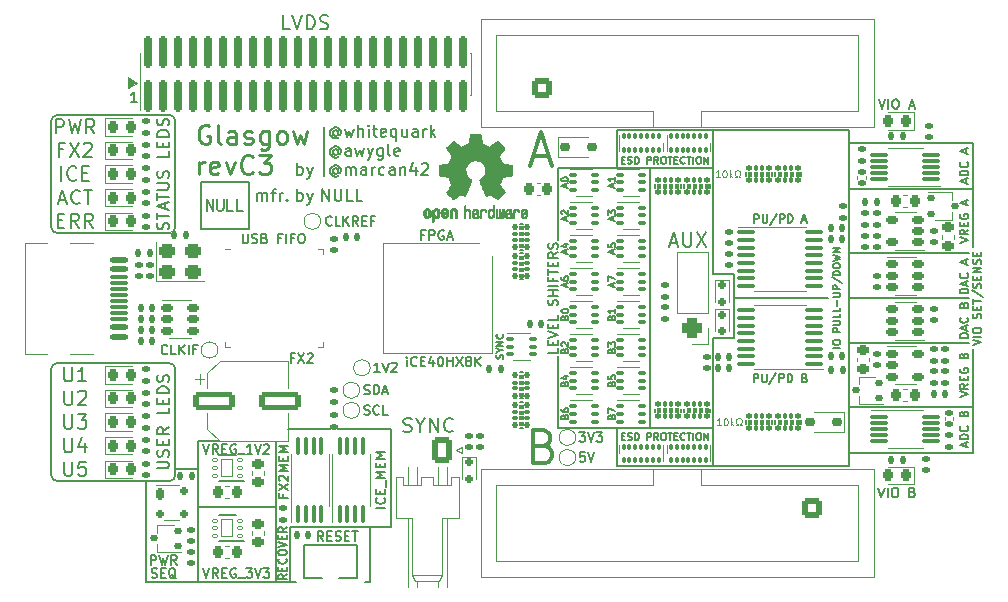
<source format=gto>
G04 #@! TF.GenerationSoftware,KiCad,Pcbnew,7.0.7+dfsg-1*
G04 #@! TF.CreationDate,2023-10-06T03:56:53+00:00*
G04 #@! TF.ProjectId,glasgow,676c6173-676f-4772-9e6b-696361645f70,C3*
G04 #@! TF.SameCoordinates,Original*
G04 #@! TF.FileFunction,Legend,Top*
G04 #@! TF.FilePolarity,Positive*
%FSLAX46Y46*%
G04 Gerber Fmt 4.6, Leading zero omitted, Abs format (unit mm)*
G04 Created by KiCad (PCBNEW 7.0.7+dfsg-1) date 2023-10-06 03:56:53*
%MOMM*%
%LPD*%
G01*
G04 APERTURE LIST*
G04 Aperture macros list*
%AMRoundRect*
0 Rectangle with rounded corners*
0 $1 Rounding radius*
0 $2 $3 $4 $5 $6 $7 $8 $9 X,Y pos of 4 corners*
0 Add a 4 corners polygon primitive as box body*
4,1,4,$2,$3,$4,$5,$6,$7,$8,$9,$2,$3,0*
0 Add four circle primitives for the rounded corners*
1,1,$1+$1,$2,$3*
1,1,$1+$1,$4,$5*
1,1,$1+$1,$6,$7*
1,1,$1+$1,$8,$9*
0 Add four rect primitives between the rounded corners*
20,1,$1+$1,$2,$3,$4,$5,0*
20,1,$1+$1,$4,$5,$6,$7,0*
20,1,$1+$1,$6,$7,$8,$9,0*
20,1,$1+$1,$8,$9,$2,$3,0*%
G04 Aperture macros list end*
%ADD10C,0.150000*%
%ADD11C,0.200000*%
%ADD12C,0.100000*%
%ADD13C,0.300000*%
%ADD14C,0.125000*%
%ADD15C,0.250000*%
%ADD16C,0.120000*%
%ADD17C,0.050000*%
%ADD18C,0.010000*%
%ADD19C,0.160000*%
%ADD20C,0.863600*%
%ADD21C,1.000000*%
%ADD22C,1.500000*%
%ADD23RoundRect,0.147500X0.172500X-0.147500X0.172500X0.147500X-0.172500X0.147500X-0.172500X-0.147500X0*%
%ADD24RoundRect,0.147500X-0.172500X0.147500X-0.172500X-0.147500X0.172500X-0.147500X0.172500X0.147500X0*%
%ADD25RoundRect,0.147500X0.017678X-0.226274X0.226274X-0.017678X-0.017678X0.226274X-0.226274X0.017678X0*%
%ADD26O,1.000000X0.280000*%
%ADD27O,0.280000X1.000000*%
%ADD28RoundRect,0.218750X-0.218750X-0.256250X0.218750X-0.256250X0.218750X0.256250X-0.218750X0.256250X0*%
%ADD29RoundRect,0.100000X-0.225000X-0.100000X0.225000X-0.100000X0.225000X0.100000X-0.225000X0.100000X0*%
%ADD30RoundRect,0.147500X0.147500X0.172500X-0.147500X0.172500X-0.147500X-0.172500X0.147500X-0.172500X0*%
%ADD31O,1.000000X1.000000*%
%ADD32RoundRect,0.218750X0.256250X-0.218750X0.256250X0.218750X-0.256250X0.218750X-0.256250X-0.218750X0*%
%ADD33RoundRect,0.218750X-0.256250X0.218750X-0.256250X-0.218750X0.256250X-0.218750X0.256250X0.218750X0*%
%ADD34RoundRect,0.218750X0.218750X0.256250X-0.218750X0.256250X-0.218750X-0.256250X0.218750X-0.256250X0*%
%ADD35RoundRect,0.147500X-0.147500X-0.172500X0.147500X-0.172500X0.147500X0.172500X-0.147500X0.172500X0*%
%ADD36RoundRect,0.300000X-0.400000X-0.300000X0.400000X-0.300000X0.400000X0.300000X-0.400000X0.300000X0*%
%ADD37C,0.500000*%
%ADD38RoundRect,0.162500X-0.367500X-0.162500X0.367500X-0.162500X0.367500X0.162500X-0.367500X0.162500X0*%
%ADD39RoundRect,0.100000X-0.637500X-0.100000X0.637500X-0.100000X0.637500X0.100000X-0.637500X0.100000X0*%
%ADD40RoundRect,0.100000X0.637500X0.100000X-0.637500X0.100000X-0.637500X-0.100000X0.637500X-0.100000X0*%
%ADD41RoundRect,0.150000X0.200000X-0.150000X0.200000X0.150000X-0.200000X0.150000X-0.200000X-0.150000X0*%
%ADD42RoundRect,0.425000X0.425000X0.425000X-0.425000X0.425000X-0.425000X-0.425000X0.425000X-0.425000X0*%
%ADD43O,1.700000X1.700000*%
%ADD44C,0.800000*%
%ADD45C,7.000000*%
%ADD46RoundRect,0.250000X0.600000X-0.600000X0.600000X0.600000X-0.600000X0.600000X-0.600000X-0.600000X0*%
%ADD47C,1.700000*%
%ADD48RoundRect,0.162500X0.367500X0.162500X-0.367500X0.162500X-0.367500X-0.162500X0.367500X-0.162500X0*%
%ADD49RoundRect,0.122500X-0.122500X0.127500X-0.122500X-0.127500X0.122500X-0.127500X0.122500X0.127500X0*%
%ADD50RoundRect,0.070000X-0.070000X0.180000X-0.070000X-0.180000X0.070000X-0.180000X0.070000X0.180000X0*%
%ADD51RoundRect,0.122500X0.122500X-0.127500X0.122500X0.127500X-0.122500X0.127500X-0.122500X-0.127500X0*%
%ADD52RoundRect,0.070000X0.070000X-0.180000X0.070000X0.180000X-0.070000X0.180000X-0.070000X-0.180000X0*%
%ADD53RoundRect,0.122500X-0.127500X-0.122500X0.127500X-0.122500X0.127500X0.122500X-0.127500X0.122500X0*%
%ADD54RoundRect,0.070000X-0.180000X-0.070000X0.180000X-0.070000X0.180000X0.070000X-0.180000X0.070000X0*%
%ADD55C,0.650000*%
%ADD56RoundRect,0.147500X-0.577500X0.147500X-0.577500X-0.147500X0.577500X-0.147500X0.577500X0.147500X0*%
%ADD57RoundRect,0.070000X-0.655000X0.070000X-0.655000X-0.070000X0.655000X-0.070000X0.655000X0.070000X0*%
%ADD58O,2.100000X1.000000*%
%ADD59O,1.600000X1.000000*%
%ADD60RoundRect,0.150000X0.300000X0.150000X-0.300000X0.150000X-0.300000X-0.150000X0.300000X-0.150000X0*%
%ADD61RoundRect,0.150000X-0.300000X-0.150000X0.300000X-0.150000X0.300000X0.150000X-0.300000X0.150000X0*%
%ADD62RoundRect,0.112500X0.237500X-0.112500X0.237500X0.112500X-0.237500X0.112500X-0.237500X-0.112500X0*%
%ADD63RoundRect,0.112500X-0.237500X0.112500X-0.237500X-0.112500X0.237500X-0.112500X0.237500X0.112500X0*%
%ADD64RoundRect,0.070000X-0.655000X-0.070000X0.655000X-0.070000X0.655000X0.070000X-0.655000X0.070000X0*%
%ADD65C,0.760000*%
%ADD66RoundRect,0.190000X0.190000X-1.185000X0.190000X1.185000X-0.190000X1.185000X-0.190000X-1.185000X0*%
%ADD67RoundRect,0.250000X-1.500000X-0.550000X1.500000X-0.550000X1.500000X0.550000X-1.500000X0.550000X0*%
%ADD68RoundRect,0.100000X0.100000X-0.637500X0.100000X0.637500X-0.100000X0.637500X-0.100000X-0.637500X0*%
%ADD69RoundRect,0.249999X0.620001X0.850001X-0.620001X0.850001X-0.620001X-0.850001X0.620001X-0.850001X0*%
%ADD70O,1.740000X2.200000*%
%ADD71RoundRect,0.042900X0.182100X0.107100X-0.182100X0.107100X-0.182100X-0.107100X0.182100X-0.107100X0*%
%ADD72RoundRect,0.050000X0.450000X0.750000X-0.450000X0.750000X-0.450000X-0.750000X0.450000X-0.750000X0*%
%ADD73RoundRect,0.250000X-0.600000X0.600000X-0.600000X-0.600000X0.600000X-0.600000X0.600000X0.600000X0*%
%ADD74RoundRect,0.175000X-0.175000X-0.325000X0.175000X-0.325000X0.175000X0.325000X-0.175000X0.325000X0*%
%ADD75RoundRect,0.150000X-0.200000X-0.150000X0.200000X-0.150000X0.200000X0.150000X-0.200000X0.150000X0*%
%ADD76RoundRect,0.070000X0.655000X0.070000X-0.655000X0.070000X-0.655000X-0.070000X0.655000X-0.070000X0*%
%ADD77RoundRect,0.140000X-0.170000X0.140000X-0.170000X-0.140000X0.170000X-0.140000X0.170000X0.140000X0*%
%ADD78RoundRect,0.140000X0.170000X-0.140000X0.170000X0.140000X-0.170000X0.140000X-0.170000X-0.140000X0*%
%ADD79C,1.200000*%
%ADD80RoundRect,0.225000X-0.225000X-0.250000X0.225000X-0.250000X0.225000X0.250000X-0.225000X0.250000X0*%
G04 APERTURE END LIST*
D10*
X51000000Y-101500000D02*
X51000000Y-110500000D01*
X51000000Y-80500000D02*
X51000000Y-89500000D01*
X61000000Y-101000000D02*
X51500000Y-101000000D01*
X51500000Y-111000000D02*
X61000000Y-111000000D01*
X61500000Y-110500000D02*
X61500000Y-101500000D01*
D11*
X74100000Y-81050000D02*
X74100000Y-85200000D01*
D10*
X71200000Y-114900000D02*
X79750000Y-114900000D01*
X63400000Y-114600000D02*
X63400000Y-107600000D01*
X78000000Y-114900000D02*
X78000000Y-119500000D01*
X61500000Y-110000000D02*
X63400000Y-110000000D01*
X98900000Y-81300000D02*
X98900000Y-84500000D01*
X98900000Y-106500000D02*
X98900000Y-109700000D01*
X51000000Y-110500000D02*
G75*
G03*
X51500000Y-111000000I500000J0D01*
G01*
X129000000Y-82400000D02*
X129000000Y-91200000D01*
X129000000Y-108600000D02*
X118500000Y-108600000D01*
X62700000Y-119500000D02*
X59000000Y-119500000D01*
X61000000Y-90000000D02*
G75*
G03*
X61500000Y-89500000I0J500000D01*
G01*
D12*
X58250000Y-77250000D02*
X57500000Y-77750000D01*
X57500000Y-76750000D01*
X58250000Y-77250000D01*
G36*
X58250000Y-77250000D02*
G01*
X57500000Y-77750000D01*
X57500000Y-76750000D01*
X58250000Y-77250000D01*
G37*
D10*
X71200000Y-114900000D02*
X71200000Y-119500000D01*
X129000000Y-86300000D02*
X118500000Y-86300000D01*
X51500000Y-101000000D02*
G75*
G03*
X51000000Y-101500000I0J-500000D01*
G01*
X108800000Y-98900000D02*
X107000000Y-98900000D01*
X116800000Y-95500000D02*
X108800000Y-95500000D01*
X107000000Y-93500000D02*
X108800000Y-93500000D01*
X51000000Y-89500000D02*
G75*
G03*
X51500000Y-90000000I500000J0D01*
G01*
X79750000Y-106600000D02*
X71030000Y-106600000D01*
X59000000Y-119500000D02*
X59000000Y-111000000D01*
X108800000Y-93500000D02*
X108800000Y-98900000D01*
X129000000Y-104700000D02*
X118500000Y-104700000D01*
X70000000Y-113200000D02*
X63400000Y-113200000D01*
X63400000Y-114600000D02*
X63400000Y-119500000D01*
X79750000Y-106600000D02*
X79750000Y-114900000D01*
X51500000Y-80000000D02*
G75*
G03*
X51000000Y-80500000I0J-500000D01*
G01*
X107000000Y-98900000D02*
X107000000Y-109600000D01*
X61500000Y-101500000D02*
G75*
G03*
X61000000Y-101000000I-500000J0D01*
G01*
X71200000Y-119500000D02*
X71700000Y-119500000D01*
X118500000Y-81300000D02*
X118500000Y-109700000D01*
X93900000Y-90600000D02*
X93900000Y-84500000D01*
X51500000Y-90000000D02*
X61000000Y-90000000D01*
X61500000Y-80500000D02*
G75*
G03*
X61000000Y-80000000I-500000J0D01*
G01*
X128700000Y-91700000D02*
X118500000Y-91700000D01*
X118500000Y-81300000D02*
X98900000Y-81300000D01*
X118500000Y-109700000D02*
X98900000Y-109700000D01*
X107000000Y-106500000D02*
X93900000Y-106500000D01*
X61000000Y-80000000D02*
X51500000Y-80000000D01*
X101700000Y-84500000D02*
X101700000Y-106500000D01*
X129000000Y-99800000D02*
X129000000Y-108600000D01*
X61500000Y-89500000D02*
X61500000Y-80500000D01*
X129000000Y-82400000D02*
X118500000Y-82400000D01*
X128700000Y-99300000D02*
X118500000Y-99300000D01*
X107000000Y-81300000D02*
X107000000Y-93500000D01*
X70000000Y-119500000D02*
X70000000Y-113200000D01*
X93900000Y-100400000D02*
X93900000Y-106500000D01*
X62700000Y-119500000D02*
X71200000Y-119500000D01*
X63400000Y-107600000D02*
X65200000Y-107600000D01*
X93900000Y-84500000D02*
X107000000Y-84500000D01*
X78000000Y-119500000D02*
X77600000Y-119500000D01*
X70000000Y-113200000D02*
X70000000Y-107630000D01*
X118500000Y-95500000D02*
X128700000Y-95500000D01*
X61000000Y-111000000D02*
G75*
G03*
X61500000Y-110500000I0J500000D01*
G01*
X74746303Y-89286104D02*
X74708207Y-89324200D01*
X74708207Y-89324200D02*
X74593922Y-89362295D01*
X74593922Y-89362295D02*
X74517731Y-89362295D01*
X74517731Y-89362295D02*
X74403445Y-89324200D01*
X74403445Y-89324200D02*
X74327255Y-89248009D01*
X74327255Y-89248009D02*
X74289160Y-89171819D01*
X74289160Y-89171819D02*
X74251064Y-89019438D01*
X74251064Y-89019438D02*
X74251064Y-88905152D01*
X74251064Y-88905152D02*
X74289160Y-88752771D01*
X74289160Y-88752771D02*
X74327255Y-88676580D01*
X74327255Y-88676580D02*
X74403445Y-88600390D01*
X74403445Y-88600390D02*
X74517731Y-88562295D01*
X74517731Y-88562295D02*
X74593922Y-88562295D01*
X74593922Y-88562295D02*
X74708207Y-88600390D01*
X74708207Y-88600390D02*
X74746303Y-88638485D01*
X75470112Y-89362295D02*
X75089160Y-89362295D01*
X75089160Y-89362295D02*
X75089160Y-88562295D01*
X75736779Y-89362295D02*
X75736779Y-88562295D01*
X76193922Y-89362295D02*
X75851064Y-88905152D01*
X76193922Y-88562295D02*
X75736779Y-89019438D01*
X76993922Y-89362295D02*
X76727255Y-88981342D01*
X76536779Y-89362295D02*
X76536779Y-88562295D01*
X76536779Y-88562295D02*
X76841541Y-88562295D01*
X76841541Y-88562295D02*
X76917731Y-88600390D01*
X76917731Y-88600390D02*
X76955826Y-88638485D01*
X76955826Y-88638485D02*
X76993922Y-88714676D01*
X76993922Y-88714676D02*
X76993922Y-88828961D01*
X76993922Y-88828961D02*
X76955826Y-88905152D01*
X76955826Y-88905152D02*
X76917731Y-88943247D01*
X76917731Y-88943247D02*
X76841541Y-88981342D01*
X76841541Y-88981342D02*
X76536779Y-88981342D01*
X77336779Y-88943247D02*
X77603445Y-88943247D01*
X77717731Y-89362295D02*
X77336779Y-89362295D01*
X77336779Y-89362295D02*
X77336779Y-88562295D01*
X77336779Y-88562295D02*
X77717731Y-88562295D01*
X78327255Y-88943247D02*
X78060589Y-88943247D01*
X78060589Y-89362295D02*
X78060589Y-88562295D01*
X78060589Y-88562295D02*
X78441541Y-88562295D01*
X52085714Y-101347342D02*
X52085714Y-102318771D01*
X52085714Y-102318771D02*
X52142857Y-102433057D01*
X52142857Y-102433057D02*
X52200000Y-102490200D01*
X52200000Y-102490200D02*
X52314285Y-102547342D01*
X52314285Y-102547342D02*
X52542857Y-102547342D01*
X52542857Y-102547342D02*
X52657142Y-102490200D01*
X52657142Y-102490200D02*
X52714285Y-102433057D01*
X52714285Y-102433057D02*
X52771428Y-102318771D01*
X52771428Y-102318771D02*
X52771428Y-101347342D01*
X53971428Y-102547342D02*
X53285714Y-102547342D01*
X53628571Y-102547342D02*
X53628571Y-101347342D01*
X53628571Y-101347342D02*
X53514285Y-101518771D01*
X53514285Y-101518771D02*
X53400000Y-101633057D01*
X53400000Y-101633057D02*
X53285714Y-101690200D01*
X52085714Y-103347342D02*
X52085714Y-104318771D01*
X52085714Y-104318771D02*
X52142857Y-104433057D01*
X52142857Y-104433057D02*
X52200000Y-104490200D01*
X52200000Y-104490200D02*
X52314285Y-104547342D01*
X52314285Y-104547342D02*
X52542857Y-104547342D01*
X52542857Y-104547342D02*
X52657142Y-104490200D01*
X52657142Y-104490200D02*
X52714285Y-104433057D01*
X52714285Y-104433057D02*
X52771428Y-104318771D01*
X52771428Y-104318771D02*
X52771428Y-103347342D01*
X53285714Y-103461628D02*
X53342857Y-103404485D01*
X53342857Y-103404485D02*
X53457143Y-103347342D01*
X53457143Y-103347342D02*
X53742857Y-103347342D01*
X53742857Y-103347342D02*
X53857143Y-103404485D01*
X53857143Y-103404485D02*
X53914285Y-103461628D01*
X53914285Y-103461628D02*
X53971428Y-103575914D01*
X53971428Y-103575914D02*
X53971428Y-103690200D01*
X53971428Y-103690200D02*
X53914285Y-103861628D01*
X53914285Y-103861628D02*
X53228571Y-104547342D01*
X53228571Y-104547342D02*
X53971428Y-104547342D01*
X52085714Y-105347342D02*
X52085714Y-106318771D01*
X52085714Y-106318771D02*
X52142857Y-106433057D01*
X52142857Y-106433057D02*
X52200000Y-106490200D01*
X52200000Y-106490200D02*
X52314285Y-106547342D01*
X52314285Y-106547342D02*
X52542857Y-106547342D01*
X52542857Y-106547342D02*
X52657142Y-106490200D01*
X52657142Y-106490200D02*
X52714285Y-106433057D01*
X52714285Y-106433057D02*
X52771428Y-106318771D01*
X52771428Y-106318771D02*
X52771428Y-105347342D01*
X53228571Y-105347342D02*
X53971428Y-105347342D01*
X53971428Y-105347342D02*
X53571428Y-105804485D01*
X53571428Y-105804485D02*
X53742857Y-105804485D01*
X53742857Y-105804485D02*
X53857143Y-105861628D01*
X53857143Y-105861628D02*
X53914285Y-105918771D01*
X53914285Y-105918771D02*
X53971428Y-106033057D01*
X53971428Y-106033057D02*
X53971428Y-106318771D01*
X53971428Y-106318771D02*
X53914285Y-106433057D01*
X53914285Y-106433057D02*
X53857143Y-106490200D01*
X53857143Y-106490200D02*
X53742857Y-106547342D01*
X53742857Y-106547342D02*
X53400000Y-106547342D01*
X53400000Y-106547342D02*
X53285714Y-106490200D01*
X53285714Y-106490200D02*
X53228571Y-106433057D01*
X52085714Y-107347342D02*
X52085714Y-108318771D01*
X52085714Y-108318771D02*
X52142857Y-108433057D01*
X52142857Y-108433057D02*
X52200000Y-108490200D01*
X52200000Y-108490200D02*
X52314285Y-108547342D01*
X52314285Y-108547342D02*
X52542857Y-108547342D01*
X52542857Y-108547342D02*
X52657142Y-108490200D01*
X52657142Y-108490200D02*
X52714285Y-108433057D01*
X52714285Y-108433057D02*
X52771428Y-108318771D01*
X52771428Y-108318771D02*
X52771428Y-107347342D01*
X53857143Y-107747342D02*
X53857143Y-108547342D01*
X53571428Y-107290200D02*
X53285714Y-108147342D01*
X53285714Y-108147342D02*
X54028571Y-108147342D01*
X52085714Y-109347342D02*
X52085714Y-110318771D01*
X52085714Y-110318771D02*
X52142857Y-110433057D01*
X52142857Y-110433057D02*
X52200000Y-110490200D01*
X52200000Y-110490200D02*
X52314285Y-110547342D01*
X52314285Y-110547342D02*
X52542857Y-110547342D01*
X52542857Y-110547342D02*
X52657142Y-110490200D01*
X52657142Y-110490200D02*
X52714285Y-110433057D01*
X52714285Y-110433057D02*
X52771428Y-110318771D01*
X52771428Y-110318771D02*
X52771428Y-109347342D01*
X53914285Y-109347342D02*
X53342857Y-109347342D01*
X53342857Y-109347342D02*
X53285714Y-109918771D01*
X53285714Y-109918771D02*
X53342857Y-109861628D01*
X53342857Y-109861628D02*
X53457143Y-109804485D01*
X53457143Y-109804485D02*
X53742857Y-109804485D01*
X53742857Y-109804485D02*
X53857143Y-109861628D01*
X53857143Y-109861628D02*
X53914285Y-109918771D01*
X53914285Y-109918771D02*
X53971428Y-110033057D01*
X53971428Y-110033057D02*
X53971428Y-110318771D01*
X53971428Y-110318771D02*
X53914285Y-110433057D01*
X53914285Y-110433057D02*
X53857143Y-110490200D01*
X53857143Y-110490200D02*
X53742857Y-110547342D01*
X53742857Y-110547342D02*
X53457143Y-110547342D01*
X53457143Y-110547342D02*
X53342857Y-110490200D01*
X53342857Y-110490200D02*
X53285714Y-110433057D01*
X51542857Y-88918771D02*
X51942857Y-88918771D01*
X52114285Y-89547342D02*
X51542857Y-89547342D01*
X51542857Y-89547342D02*
X51542857Y-88347342D01*
X51542857Y-88347342D02*
X52114285Y-88347342D01*
X53314285Y-89547342D02*
X52914285Y-88975914D01*
X52628571Y-89547342D02*
X52628571Y-88347342D01*
X52628571Y-88347342D02*
X53085714Y-88347342D01*
X53085714Y-88347342D02*
X53199999Y-88404485D01*
X53199999Y-88404485D02*
X53257142Y-88461628D01*
X53257142Y-88461628D02*
X53314285Y-88575914D01*
X53314285Y-88575914D02*
X53314285Y-88747342D01*
X53314285Y-88747342D02*
X53257142Y-88861628D01*
X53257142Y-88861628D02*
X53199999Y-88918771D01*
X53199999Y-88918771D02*
X53085714Y-88975914D01*
X53085714Y-88975914D02*
X52628571Y-88975914D01*
X54514285Y-89547342D02*
X54114285Y-88975914D01*
X53828571Y-89547342D02*
X53828571Y-88347342D01*
X53828571Y-88347342D02*
X54285714Y-88347342D01*
X54285714Y-88347342D02*
X54399999Y-88404485D01*
X54399999Y-88404485D02*
X54457142Y-88461628D01*
X54457142Y-88461628D02*
X54514285Y-88575914D01*
X54514285Y-88575914D02*
X54514285Y-88747342D01*
X54514285Y-88747342D02*
X54457142Y-88861628D01*
X54457142Y-88861628D02*
X54399999Y-88918771D01*
X54399999Y-88918771D02*
X54285714Y-88975914D01*
X54285714Y-88975914D02*
X53828571Y-88975914D01*
X51657143Y-87204485D02*
X52228572Y-87204485D01*
X51542857Y-87547342D02*
X51942857Y-86347342D01*
X51942857Y-86347342D02*
X52342857Y-87547342D01*
X53428571Y-87433057D02*
X53371428Y-87490200D01*
X53371428Y-87490200D02*
X53200000Y-87547342D01*
X53200000Y-87547342D02*
X53085714Y-87547342D01*
X53085714Y-87547342D02*
X52914285Y-87490200D01*
X52914285Y-87490200D02*
X52800000Y-87375914D01*
X52800000Y-87375914D02*
X52742857Y-87261628D01*
X52742857Y-87261628D02*
X52685714Y-87033057D01*
X52685714Y-87033057D02*
X52685714Y-86861628D01*
X52685714Y-86861628D02*
X52742857Y-86633057D01*
X52742857Y-86633057D02*
X52800000Y-86518771D01*
X52800000Y-86518771D02*
X52914285Y-86404485D01*
X52914285Y-86404485D02*
X53085714Y-86347342D01*
X53085714Y-86347342D02*
X53200000Y-86347342D01*
X53200000Y-86347342D02*
X53371428Y-86404485D01*
X53371428Y-86404485D02*
X53428571Y-86461628D01*
X53771428Y-86347342D02*
X54457143Y-86347342D01*
X54114285Y-87547342D02*
X54114285Y-86347342D01*
X51857143Y-85547342D02*
X51857143Y-84347342D01*
X53114286Y-85433057D02*
X53057143Y-85490200D01*
X53057143Y-85490200D02*
X52885715Y-85547342D01*
X52885715Y-85547342D02*
X52771429Y-85547342D01*
X52771429Y-85547342D02*
X52600000Y-85490200D01*
X52600000Y-85490200D02*
X52485715Y-85375914D01*
X52485715Y-85375914D02*
X52428572Y-85261628D01*
X52428572Y-85261628D02*
X52371429Y-85033057D01*
X52371429Y-85033057D02*
X52371429Y-84861628D01*
X52371429Y-84861628D02*
X52428572Y-84633057D01*
X52428572Y-84633057D02*
X52485715Y-84518771D01*
X52485715Y-84518771D02*
X52600000Y-84404485D01*
X52600000Y-84404485D02*
X52771429Y-84347342D01*
X52771429Y-84347342D02*
X52885715Y-84347342D01*
X52885715Y-84347342D02*
X53057143Y-84404485D01*
X53057143Y-84404485D02*
X53114286Y-84461628D01*
X53628572Y-84918771D02*
X54028572Y-84918771D01*
X54200000Y-85547342D02*
X53628572Y-85547342D01*
X53628572Y-85547342D02*
X53628572Y-84347342D01*
X53628572Y-84347342D02*
X54200000Y-84347342D01*
X52028572Y-82918771D02*
X51628572Y-82918771D01*
X51628572Y-83547342D02*
X51628572Y-82347342D01*
X51628572Y-82347342D02*
X52200000Y-82347342D01*
X52542857Y-82347342D02*
X53342857Y-83547342D01*
X53342857Y-82347342D02*
X52542857Y-83547342D01*
X53742857Y-82461628D02*
X53800000Y-82404485D01*
X53800000Y-82404485D02*
X53914286Y-82347342D01*
X53914286Y-82347342D02*
X54200000Y-82347342D01*
X54200000Y-82347342D02*
X54314286Y-82404485D01*
X54314286Y-82404485D02*
X54371428Y-82461628D01*
X54371428Y-82461628D02*
X54428571Y-82575914D01*
X54428571Y-82575914D02*
X54428571Y-82690200D01*
X54428571Y-82690200D02*
X54371428Y-82861628D01*
X54371428Y-82861628D02*
X53685714Y-83547342D01*
X53685714Y-83547342D02*
X54428571Y-83547342D01*
X70643247Y-112123810D02*
X70643247Y-112390476D01*
X71062295Y-112390476D02*
X70262295Y-112390476D01*
X70262295Y-112390476D02*
X70262295Y-112009524D01*
X70262295Y-111780953D02*
X71062295Y-111247619D01*
X70262295Y-111247619D02*
X71062295Y-111780953D01*
X70338485Y-110980953D02*
X70300390Y-110942857D01*
X70300390Y-110942857D02*
X70262295Y-110866667D01*
X70262295Y-110866667D02*
X70262295Y-110676191D01*
X70262295Y-110676191D02*
X70300390Y-110600000D01*
X70300390Y-110600000D02*
X70338485Y-110561905D01*
X70338485Y-110561905D02*
X70414676Y-110523810D01*
X70414676Y-110523810D02*
X70490866Y-110523810D01*
X70490866Y-110523810D02*
X70605152Y-110561905D01*
X70605152Y-110561905D02*
X71062295Y-111019048D01*
X71062295Y-111019048D02*
X71062295Y-110523810D01*
X71062295Y-110180952D02*
X70262295Y-110180952D01*
X70262295Y-110180952D02*
X70833723Y-109914286D01*
X70833723Y-109914286D02*
X70262295Y-109647619D01*
X70262295Y-109647619D02*
X71062295Y-109647619D01*
X70643247Y-109266666D02*
X70643247Y-109000000D01*
X71062295Y-108885714D02*
X71062295Y-109266666D01*
X71062295Y-109266666D02*
X70262295Y-109266666D01*
X70262295Y-109266666D02*
X70262295Y-108885714D01*
X71062295Y-108542856D02*
X70262295Y-108542856D01*
X70262295Y-108542856D02*
X70833723Y-108276190D01*
X70833723Y-108276190D02*
X70262295Y-108009523D01*
X70262295Y-108009523D02*
X71062295Y-108009523D01*
D13*
X91833333Y-83479733D02*
X93166666Y-83479733D01*
X91566666Y-84279733D02*
X92500000Y-81479733D01*
X92500000Y-81479733D02*
X93433333Y-84279733D01*
X92700000Y-108013066D02*
X93100000Y-108146400D01*
X93100000Y-108146400D02*
X93233333Y-108279733D01*
X93233333Y-108279733D02*
X93366666Y-108546400D01*
X93366666Y-108546400D02*
X93366666Y-108946400D01*
X93366666Y-108946400D02*
X93233333Y-109213066D01*
X93233333Y-109213066D02*
X93100000Y-109346400D01*
X93100000Y-109346400D02*
X92833333Y-109479733D01*
X92833333Y-109479733D02*
X91766666Y-109479733D01*
X91766666Y-109479733D02*
X91766666Y-106679733D01*
X91766666Y-106679733D02*
X92700000Y-106679733D01*
X92700000Y-106679733D02*
X92966666Y-106813066D01*
X92966666Y-106813066D02*
X93100000Y-106946400D01*
X93100000Y-106946400D02*
X93233333Y-107213066D01*
X93233333Y-107213066D02*
X93233333Y-107479733D01*
X93233333Y-107479733D02*
X93100000Y-107746400D01*
X93100000Y-107746400D02*
X92966666Y-107879733D01*
X92966666Y-107879733D02*
X92700000Y-108013066D01*
X92700000Y-108013066D02*
X91766666Y-108013066D01*
D10*
X71836779Y-85054819D02*
X71836779Y-84054819D01*
X71836779Y-84435771D02*
X71932017Y-84388152D01*
X71932017Y-84388152D02*
X72122493Y-84388152D01*
X72122493Y-84388152D02*
X72217731Y-84435771D01*
X72217731Y-84435771D02*
X72265350Y-84483390D01*
X72265350Y-84483390D02*
X72312969Y-84578628D01*
X72312969Y-84578628D02*
X72312969Y-84864342D01*
X72312969Y-84864342D02*
X72265350Y-84959580D01*
X72265350Y-84959580D02*
X72217731Y-85007200D01*
X72217731Y-85007200D02*
X72122493Y-85054819D01*
X72122493Y-85054819D02*
X71932017Y-85054819D01*
X71932017Y-85054819D02*
X71836779Y-85007200D01*
X72646303Y-84388152D02*
X72884398Y-85054819D01*
X73122493Y-84388152D02*
X72884398Y-85054819D01*
X72884398Y-85054819D02*
X72789160Y-85292914D01*
X72789160Y-85292914D02*
X72741541Y-85340533D01*
X72741541Y-85340533D02*
X72646303Y-85388152D01*
X77501064Y-105324200D02*
X77615350Y-105362295D01*
X77615350Y-105362295D02*
X77805826Y-105362295D01*
X77805826Y-105362295D02*
X77882017Y-105324200D01*
X77882017Y-105324200D02*
X77920112Y-105286104D01*
X77920112Y-105286104D02*
X77958207Y-105209914D01*
X77958207Y-105209914D02*
X77958207Y-105133723D01*
X77958207Y-105133723D02*
X77920112Y-105057533D01*
X77920112Y-105057533D02*
X77882017Y-105019438D01*
X77882017Y-105019438D02*
X77805826Y-104981342D01*
X77805826Y-104981342D02*
X77653445Y-104943247D01*
X77653445Y-104943247D02*
X77577255Y-104905152D01*
X77577255Y-104905152D02*
X77539160Y-104867057D01*
X77539160Y-104867057D02*
X77501064Y-104790866D01*
X77501064Y-104790866D02*
X77501064Y-104714676D01*
X77501064Y-104714676D02*
X77539160Y-104638485D01*
X77539160Y-104638485D02*
X77577255Y-104600390D01*
X77577255Y-104600390D02*
X77653445Y-104562295D01*
X77653445Y-104562295D02*
X77843922Y-104562295D01*
X77843922Y-104562295D02*
X77958207Y-104600390D01*
X78758208Y-105286104D02*
X78720112Y-105324200D01*
X78720112Y-105324200D02*
X78605827Y-105362295D01*
X78605827Y-105362295D02*
X78529636Y-105362295D01*
X78529636Y-105362295D02*
X78415350Y-105324200D01*
X78415350Y-105324200D02*
X78339160Y-105248009D01*
X78339160Y-105248009D02*
X78301065Y-105171819D01*
X78301065Y-105171819D02*
X78262969Y-105019438D01*
X78262969Y-105019438D02*
X78262969Y-104905152D01*
X78262969Y-104905152D02*
X78301065Y-104752771D01*
X78301065Y-104752771D02*
X78339160Y-104676580D01*
X78339160Y-104676580D02*
X78415350Y-104600390D01*
X78415350Y-104600390D02*
X78529636Y-104562295D01*
X78529636Y-104562295D02*
X78605827Y-104562295D01*
X78605827Y-104562295D02*
X78720112Y-104600390D01*
X78720112Y-104600390D02*
X78758208Y-104638485D01*
X79482017Y-105362295D02*
X79101065Y-105362295D01*
X79101065Y-105362295D02*
X79101065Y-104562295D01*
X96170112Y-108562295D02*
X95789160Y-108562295D01*
X95789160Y-108562295D02*
X95751064Y-108943247D01*
X95751064Y-108943247D02*
X95789160Y-108905152D01*
X95789160Y-108905152D02*
X95865350Y-108867057D01*
X95865350Y-108867057D02*
X96055826Y-108867057D01*
X96055826Y-108867057D02*
X96132017Y-108905152D01*
X96132017Y-108905152D02*
X96170112Y-108943247D01*
X96170112Y-108943247D02*
X96208207Y-109019438D01*
X96208207Y-109019438D02*
X96208207Y-109209914D01*
X96208207Y-109209914D02*
X96170112Y-109286104D01*
X96170112Y-109286104D02*
X96132017Y-109324200D01*
X96132017Y-109324200D02*
X96055826Y-109362295D01*
X96055826Y-109362295D02*
X95865350Y-109362295D01*
X95865350Y-109362295D02*
X95789160Y-109324200D01*
X95789160Y-109324200D02*
X95751064Y-109286104D01*
X96436779Y-108562295D02*
X96703446Y-109362295D01*
X96703446Y-109362295D02*
X96970112Y-108562295D01*
X95712969Y-106862295D02*
X96208207Y-106862295D01*
X96208207Y-106862295D02*
X95941541Y-107167057D01*
X95941541Y-107167057D02*
X96055826Y-107167057D01*
X96055826Y-107167057D02*
X96132017Y-107205152D01*
X96132017Y-107205152D02*
X96170112Y-107243247D01*
X96170112Y-107243247D02*
X96208207Y-107319438D01*
X96208207Y-107319438D02*
X96208207Y-107509914D01*
X96208207Y-107509914D02*
X96170112Y-107586104D01*
X96170112Y-107586104D02*
X96132017Y-107624200D01*
X96132017Y-107624200D02*
X96055826Y-107662295D01*
X96055826Y-107662295D02*
X95827255Y-107662295D01*
X95827255Y-107662295D02*
X95751064Y-107624200D01*
X95751064Y-107624200D02*
X95712969Y-107586104D01*
X96436779Y-106862295D02*
X96703446Y-107662295D01*
X96703446Y-107662295D02*
X96970112Y-106862295D01*
X97160588Y-106862295D02*
X97655826Y-106862295D01*
X97655826Y-106862295D02*
X97389160Y-107167057D01*
X97389160Y-107167057D02*
X97503445Y-107167057D01*
X97503445Y-107167057D02*
X97579636Y-107205152D01*
X97579636Y-107205152D02*
X97617731Y-107243247D01*
X97617731Y-107243247D02*
X97655826Y-107319438D01*
X97655826Y-107319438D02*
X97655826Y-107509914D01*
X97655826Y-107509914D02*
X97617731Y-107586104D01*
X97617731Y-107586104D02*
X97579636Y-107624200D01*
X97579636Y-107624200D02*
X97503445Y-107662295D01*
X97503445Y-107662295D02*
X97274874Y-107662295D01*
X97274874Y-107662295D02*
X97198683Y-107624200D01*
X97198683Y-107624200D02*
X97160588Y-107586104D01*
D11*
X71185714Y-72744742D02*
X70614286Y-72744742D01*
X70614286Y-72744742D02*
X70614286Y-71544742D01*
X71414286Y-71544742D02*
X71814286Y-72744742D01*
X71814286Y-72744742D02*
X72214286Y-71544742D01*
X72614286Y-72744742D02*
X72614286Y-71544742D01*
X72614286Y-71544742D02*
X72900000Y-71544742D01*
X72900000Y-71544742D02*
X73071429Y-71601885D01*
X73071429Y-71601885D02*
X73185714Y-71716171D01*
X73185714Y-71716171D02*
X73242857Y-71830457D01*
X73242857Y-71830457D02*
X73300000Y-72059028D01*
X73300000Y-72059028D02*
X73300000Y-72230457D01*
X73300000Y-72230457D02*
X73242857Y-72459028D01*
X73242857Y-72459028D02*
X73185714Y-72573314D01*
X73185714Y-72573314D02*
X73071429Y-72687600D01*
X73071429Y-72687600D02*
X72900000Y-72744742D01*
X72900000Y-72744742D02*
X72614286Y-72744742D01*
X73757143Y-72687600D02*
X73928572Y-72744742D01*
X73928572Y-72744742D02*
X74214286Y-72744742D01*
X74214286Y-72744742D02*
X74328572Y-72687600D01*
X74328572Y-72687600D02*
X74385714Y-72630457D01*
X74385714Y-72630457D02*
X74442857Y-72516171D01*
X74442857Y-72516171D02*
X74442857Y-72401885D01*
X74442857Y-72401885D02*
X74385714Y-72287600D01*
X74385714Y-72287600D02*
X74328572Y-72230457D01*
X74328572Y-72230457D02*
X74214286Y-72173314D01*
X74214286Y-72173314D02*
X73985714Y-72116171D01*
X73985714Y-72116171D02*
X73871429Y-72059028D01*
X73871429Y-72059028D02*
X73814286Y-72001885D01*
X73814286Y-72001885D02*
X73757143Y-71887600D01*
X73757143Y-71887600D02*
X73757143Y-71773314D01*
X73757143Y-71773314D02*
X73814286Y-71659028D01*
X73814286Y-71659028D02*
X73871429Y-71601885D01*
X73871429Y-71601885D02*
X73985714Y-71544742D01*
X73985714Y-71544742D02*
X74271429Y-71544742D01*
X74271429Y-71544742D02*
X74442857Y-71601885D01*
D10*
X121019048Y-111562295D02*
X121285715Y-112362295D01*
X121285715Y-112362295D02*
X121552381Y-111562295D01*
X121819048Y-112362295D02*
X121819048Y-111562295D01*
X122352381Y-111562295D02*
X122504762Y-111562295D01*
X122504762Y-111562295D02*
X122580952Y-111600390D01*
X122580952Y-111600390D02*
X122657143Y-111676580D01*
X122657143Y-111676580D02*
X122695238Y-111828961D01*
X122695238Y-111828961D02*
X122695238Y-112095628D01*
X122695238Y-112095628D02*
X122657143Y-112248009D01*
X122657143Y-112248009D02*
X122580952Y-112324200D01*
X122580952Y-112324200D02*
X122504762Y-112362295D01*
X122504762Y-112362295D02*
X122352381Y-112362295D01*
X122352381Y-112362295D02*
X122276190Y-112324200D01*
X122276190Y-112324200D02*
X122200000Y-112248009D01*
X122200000Y-112248009D02*
X122161904Y-112095628D01*
X122161904Y-112095628D02*
X122161904Y-111828961D01*
X122161904Y-111828961D02*
X122200000Y-111676580D01*
X122200000Y-111676580D02*
X122276190Y-111600390D01*
X122276190Y-111600390D02*
X122352381Y-111562295D01*
X123914285Y-111943247D02*
X124028571Y-111981342D01*
X124028571Y-111981342D02*
X124066666Y-112019438D01*
X124066666Y-112019438D02*
X124104762Y-112095628D01*
X124104762Y-112095628D02*
X124104762Y-112209914D01*
X124104762Y-112209914D02*
X124066666Y-112286104D01*
X124066666Y-112286104D02*
X124028571Y-112324200D01*
X124028571Y-112324200D02*
X123952381Y-112362295D01*
X123952381Y-112362295D02*
X123647619Y-112362295D01*
X123647619Y-112362295D02*
X123647619Y-111562295D01*
X123647619Y-111562295D02*
X123914285Y-111562295D01*
X123914285Y-111562295D02*
X123990476Y-111600390D01*
X123990476Y-111600390D02*
X124028571Y-111638485D01*
X124028571Y-111638485D02*
X124066666Y-111714676D01*
X124066666Y-111714676D02*
X124066666Y-111790866D01*
X124066666Y-111790866D02*
X124028571Y-111867057D01*
X124028571Y-111867057D02*
X123990476Y-111905152D01*
X123990476Y-111905152D02*
X123914285Y-111943247D01*
X123914285Y-111943247D02*
X123647619Y-111943247D01*
X51400000Y-81547342D02*
X51400000Y-80347342D01*
X51400000Y-80347342D02*
X51857143Y-80347342D01*
X51857143Y-80347342D02*
X51971428Y-80404485D01*
X51971428Y-80404485D02*
X52028571Y-80461628D01*
X52028571Y-80461628D02*
X52085714Y-80575914D01*
X52085714Y-80575914D02*
X52085714Y-80747342D01*
X52085714Y-80747342D02*
X52028571Y-80861628D01*
X52028571Y-80861628D02*
X51971428Y-80918771D01*
X51971428Y-80918771D02*
X51857143Y-80975914D01*
X51857143Y-80975914D02*
X51400000Y-80975914D01*
X52485714Y-80347342D02*
X52771428Y-81547342D01*
X52771428Y-81547342D02*
X53000000Y-80690200D01*
X53000000Y-80690200D02*
X53228571Y-81547342D01*
X53228571Y-81547342D02*
X53514286Y-80347342D01*
X54657143Y-81547342D02*
X54257143Y-80975914D01*
X53971429Y-81547342D02*
X53971429Y-80347342D01*
X53971429Y-80347342D02*
X54428572Y-80347342D01*
X54428572Y-80347342D02*
X54542857Y-80404485D01*
X54542857Y-80404485D02*
X54600000Y-80461628D01*
X54600000Y-80461628D02*
X54657143Y-80575914D01*
X54657143Y-80575914D02*
X54657143Y-80747342D01*
X54657143Y-80747342D02*
X54600000Y-80861628D01*
X54600000Y-80861628D02*
X54542857Y-80918771D01*
X54542857Y-80918771D02*
X54428572Y-80975914D01*
X54428572Y-80975914D02*
X53971429Y-80975914D01*
D11*
X80814286Y-106787600D02*
X80985715Y-106844742D01*
X80985715Y-106844742D02*
X81271429Y-106844742D01*
X81271429Y-106844742D02*
X81385715Y-106787600D01*
X81385715Y-106787600D02*
X81442857Y-106730457D01*
X81442857Y-106730457D02*
X81500000Y-106616171D01*
X81500000Y-106616171D02*
X81500000Y-106501885D01*
X81500000Y-106501885D02*
X81442857Y-106387600D01*
X81442857Y-106387600D02*
X81385715Y-106330457D01*
X81385715Y-106330457D02*
X81271429Y-106273314D01*
X81271429Y-106273314D02*
X81042857Y-106216171D01*
X81042857Y-106216171D02*
X80928572Y-106159028D01*
X80928572Y-106159028D02*
X80871429Y-106101885D01*
X80871429Y-106101885D02*
X80814286Y-105987600D01*
X80814286Y-105987600D02*
X80814286Y-105873314D01*
X80814286Y-105873314D02*
X80871429Y-105759028D01*
X80871429Y-105759028D02*
X80928572Y-105701885D01*
X80928572Y-105701885D02*
X81042857Y-105644742D01*
X81042857Y-105644742D02*
X81328572Y-105644742D01*
X81328572Y-105644742D02*
X81500000Y-105701885D01*
X82242857Y-106273314D02*
X82242857Y-106844742D01*
X81842857Y-105644742D02*
X82242857Y-106273314D01*
X82242857Y-106273314D02*
X82642857Y-105644742D01*
X83042857Y-106844742D02*
X83042857Y-105644742D01*
X83042857Y-105644742D02*
X83728571Y-106844742D01*
X83728571Y-106844742D02*
X83728571Y-105644742D01*
X84985714Y-106730457D02*
X84928571Y-106787600D01*
X84928571Y-106787600D02*
X84757143Y-106844742D01*
X84757143Y-106844742D02*
X84642857Y-106844742D01*
X84642857Y-106844742D02*
X84471428Y-106787600D01*
X84471428Y-106787600D02*
X84357143Y-106673314D01*
X84357143Y-106673314D02*
X84300000Y-106559028D01*
X84300000Y-106559028D02*
X84242857Y-106330457D01*
X84242857Y-106330457D02*
X84242857Y-106159028D01*
X84242857Y-106159028D02*
X84300000Y-105930457D01*
X84300000Y-105930457D02*
X84357143Y-105816171D01*
X84357143Y-105816171D02*
X84471428Y-105701885D01*
X84471428Y-105701885D02*
X84642857Y-105644742D01*
X84642857Y-105644742D02*
X84757143Y-105644742D01*
X84757143Y-105644742D02*
X84928571Y-105701885D01*
X84928571Y-105701885D02*
X84985714Y-105759028D01*
D10*
X77501064Y-103624200D02*
X77615350Y-103662295D01*
X77615350Y-103662295D02*
X77805826Y-103662295D01*
X77805826Y-103662295D02*
X77882017Y-103624200D01*
X77882017Y-103624200D02*
X77920112Y-103586104D01*
X77920112Y-103586104D02*
X77958207Y-103509914D01*
X77958207Y-103509914D02*
X77958207Y-103433723D01*
X77958207Y-103433723D02*
X77920112Y-103357533D01*
X77920112Y-103357533D02*
X77882017Y-103319438D01*
X77882017Y-103319438D02*
X77805826Y-103281342D01*
X77805826Y-103281342D02*
X77653445Y-103243247D01*
X77653445Y-103243247D02*
X77577255Y-103205152D01*
X77577255Y-103205152D02*
X77539160Y-103167057D01*
X77539160Y-103167057D02*
X77501064Y-103090866D01*
X77501064Y-103090866D02*
X77501064Y-103014676D01*
X77501064Y-103014676D02*
X77539160Y-102938485D01*
X77539160Y-102938485D02*
X77577255Y-102900390D01*
X77577255Y-102900390D02*
X77653445Y-102862295D01*
X77653445Y-102862295D02*
X77843922Y-102862295D01*
X77843922Y-102862295D02*
X77958207Y-102900390D01*
X78301065Y-103662295D02*
X78301065Y-102862295D01*
X78301065Y-102862295D02*
X78491541Y-102862295D01*
X78491541Y-102862295D02*
X78605827Y-102900390D01*
X78605827Y-102900390D02*
X78682017Y-102976580D01*
X78682017Y-102976580D02*
X78720112Y-103052771D01*
X78720112Y-103052771D02*
X78758208Y-103205152D01*
X78758208Y-103205152D02*
X78758208Y-103319438D01*
X78758208Y-103319438D02*
X78720112Y-103471819D01*
X78720112Y-103471819D02*
X78682017Y-103548009D01*
X78682017Y-103548009D02*
X78605827Y-103624200D01*
X78605827Y-103624200D02*
X78491541Y-103662295D01*
X78491541Y-103662295D02*
X78301065Y-103662295D01*
X79062969Y-103433723D02*
X79443922Y-103433723D01*
X78986779Y-103662295D02*
X79253446Y-102862295D01*
X79253446Y-102862295D02*
X79520112Y-103662295D01*
X67190477Y-90062295D02*
X67190477Y-90709914D01*
X67190477Y-90709914D02*
X67228572Y-90786104D01*
X67228572Y-90786104D02*
X67266667Y-90824200D01*
X67266667Y-90824200D02*
X67342858Y-90862295D01*
X67342858Y-90862295D02*
X67495239Y-90862295D01*
X67495239Y-90862295D02*
X67571429Y-90824200D01*
X67571429Y-90824200D02*
X67609524Y-90786104D01*
X67609524Y-90786104D02*
X67647620Y-90709914D01*
X67647620Y-90709914D02*
X67647620Y-90062295D01*
X67990476Y-90824200D02*
X68104762Y-90862295D01*
X68104762Y-90862295D02*
X68295238Y-90862295D01*
X68295238Y-90862295D02*
X68371429Y-90824200D01*
X68371429Y-90824200D02*
X68409524Y-90786104D01*
X68409524Y-90786104D02*
X68447619Y-90709914D01*
X68447619Y-90709914D02*
X68447619Y-90633723D01*
X68447619Y-90633723D02*
X68409524Y-90557533D01*
X68409524Y-90557533D02*
X68371429Y-90519438D01*
X68371429Y-90519438D02*
X68295238Y-90481342D01*
X68295238Y-90481342D02*
X68142857Y-90443247D01*
X68142857Y-90443247D02*
X68066667Y-90405152D01*
X68066667Y-90405152D02*
X68028572Y-90367057D01*
X68028572Y-90367057D02*
X67990476Y-90290866D01*
X67990476Y-90290866D02*
X67990476Y-90214676D01*
X67990476Y-90214676D02*
X68028572Y-90138485D01*
X68028572Y-90138485D02*
X68066667Y-90100390D01*
X68066667Y-90100390D02*
X68142857Y-90062295D01*
X68142857Y-90062295D02*
X68333334Y-90062295D01*
X68333334Y-90062295D02*
X68447619Y-90100390D01*
X69057143Y-90443247D02*
X69171429Y-90481342D01*
X69171429Y-90481342D02*
X69209524Y-90519438D01*
X69209524Y-90519438D02*
X69247620Y-90595628D01*
X69247620Y-90595628D02*
X69247620Y-90709914D01*
X69247620Y-90709914D02*
X69209524Y-90786104D01*
X69209524Y-90786104D02*
X69171429Y-90824200D01*
X69171429Y-90824200D02*
X69095239Y-90862295D01*
X69095239Y-90862295D02*
X68790477Y-90862295D01*
X68790477Y-90862295D02*
X68790477Y-90062295D01*
X68790477Y-90062295D02*
X69057143Y-90062295D01*
X69057143Y-90062295D02*
X69133334Y-90100390D01*
X69133334Y-90100390D02*
X69171429Y-90138485D01*
X69171429Y-90138485D02*
X69209524Y-90214676D01*
X69209524Y-90214676D02*
X69209524Y-90290866D01*
X69209524Y-90290866D02*
X69171429Y-90367057D01*
X69171429Y-90367057D02*
X69133334Y-90405152D01*
X69133334Y-90405152D02*
X69057143Y-90443247D01*
X69057143Y-90443247D02*
X68790477Y-90443247D01*
X70466667Y-90443247D02*
X70200001Y-90443247D01*
X70200001Y-90862295D02*
X70200001Y-90062295D01*
X70200001Y-90062295D02*
X70580953Y-90062295D01*
X70885715Y-90862295D02*
X70885715Y-90062295D01*
X71533333Y-90443247D02*
X71266667Y-90443247D01*
X71266667Y-90862295D02*
X71266667Y-90062295D01*
X71266667Y-90062295D02*
X71647619Y-90062295D01*
X72104762Y-90062295D02*
X72257143Y-90062295D01*
X72257143Y-90062295D02*
X72333333Y-90100390D01*
X72333333Y-90100390D02*
X72409524Y-90176580D01*
X72409524Y-90176580D02*
X72447619Y-90328961D01*
X72447619Y-90328961D02*
X72447619Y-90595628D01*
X72447619Y-90595628D02*
X72409524Y-90748009D01*
X72409524Y-90748009D02*
X72333333Y-90824200D01*
X72333333Y-90824200D02*
X72257143Y-90862295D01*
X72257143Y-90862295D02*
X72104762Y-90862295D01*
X72104762Y-90862295D02*
X72028571Y-90824200D01*
X72028571Y-90824200D02*
X71952381Y-90748009D01*
X71952381Y-90748009D02*
X71914285Y-90595628D01*
X71914285Y-90595628D02*
X71914285Y-90328961D01*
X71914285Y-90328961D02*
X71952381Y-90176580D01*
X71952381Y-90176580D02*
X72028571Y-90100390D01*
X72028571Y-90100390D02*
X72104762Y-90062295D01*
X82571428Y-90143247D02*
X82304762Y-90143247D01*
X82304762Y-90562295D02*
X82304762Y-89762295D01*
X82304762Y-89762295D02*
X82685714Y-89762295D01*
X82990476Y-90562295D02*
X82990476Y-89762295D01*
X82990476Y-89762295D02*
X83295238Y-89762295D01*
X83295238Y-89762295D02*
X83371428Y-89800390D01*
X83371428Y-89800390D02*
X83409523Y-89838485D01*
X83409523Y-89838485D02*
X83447619Y-89914676D01*
X83447619Y-89914676D02*
X83447619Y-90028961D01*
X83447619Y-90028961D02*
X83409523Y-90105152D01*
X83409523Y-90105152D02*
X83371428Y-90143247D01*
X83371428Y-90143247D02*
X83295238Y-90181342D01*
X83295238Y-90181342D02*
X82990476Y-90181342D01*
X84209523Y-89800390D02*
X84133333Y-89762295D01*
X84133333Y-89762295D02*
X84019047Y-89762295D01*
X84019047Y-89762295D02*
X83904761Y-89800390D01*
X83904761Y-89800390D02*
X83828571Y-89876580D01*
X83828571Y-89876580D02*
X83790476Y-89952771D01*
X83790476Y-89952771D02*
X83752380Y-90105152D01*
X83752380Y-90105152D02*
X83752380Y-90219438D01*
X83752380Y-90219438D02*
X83790476Y-90371819D01*
X83790476Y-90371819D02*
X83828571Y-90448009D01*
X83828571Y-90448009D02*
X83904761Y-90524200D01*
X83904761Y-90524200D02*
X84019047Y-90562295D01*
X84019047Y-90562295D02*
X84095238Y-90562295D01*
X84095238Y-90562295D02*
X84209523Y-90524200D01*
X84209523Y-90524200D02*
X84247619Y-90486104D01*
X84247619Y-90486104D02*
X84247619Y-90219438D01*
X84247619Y-90219438D02*
X84095238Y-90219438D01*
X84552380Y-90333723D02*
X84933333Y-90333723D01*
X84476190Y-90562295D02*
X84742857Y-89762295D01*
X84742857Y-89762295D02*
X85009523Y-90562295D01*
X81095238Y-101262295D02*
X81095238Y-100728961D01*
X81095238Y-100462295D02*
X81057142Y-100500390D01*
X81057142Y-100500390D02*
X81095238Y-100538485D01*
X81095238Y-100538485D02*
X81133333Y-100500390D01*
X81133333Y-100500390D02*
X81095238Y-100462295D01*
X81095238Y-100462295D02*
X81095238Y-100538485D01*
X81933333Y-101186104D02*
X81895237Y-101224200D01*
X81895237Y-101224200D02*
X81780952Y-101262295D01*
X81780952Y-101262295D02*
X81704761Y-101262295D01*
X81704761Y-101262295D02*
X81590475Y-101224200D01*
X81590475Y-101224200D02*
X81514285Y-101148009D01*
X81514285Y-101148009D02*
X81476190Y-101071819D01*
X81476190Y-101071819D02*
X81438094Y-100919438D01*
X81438094Y-100919438D02*
X81438094Y-100805152D01*
X81438094Y-100805152D02*
X81476190Y-100652771D01*
X81476190Y-100652771D02*
X81514285Y-100576580D01*
X81514285Y-100576580D02*
X81590475Y-100500390D01*
X81590475Y-100500390D02*
X81704761Y-100462295D01*
X81704761Y-100462295D02*
X81780952Y-100462295D01*
X81780952Y-100462295D02*
X81895237Y-100500390D01*
X81895237Y-100500390D02*
X81933333Y-100538485D01*
X82276190Y-100843247D02*
X82542856Y-100843247D01*
X82657142Y-101262295D02*
X82276190Y-101262295D01*
X82276190Y-101262295D02*
X82276190Y-100462295D01*
X82276190Y-100462295D02*
X82657142Y-100462295D01*
X83342857Y-100728961D02*
X83342857Y-101262295D01*
X83152381Y-100424200D02*
X82961904Y-100995628D01*
X82961904Y-100995628D02*
X83457143Y-100995628D01*
X83914286Y-100462295D02*
X83990476Y-100462295D01*
X83990476Y-100462295D02*
X84066667Y-100500390D01*
X84066667Y-100500390D02*
X84104762Y-100538485D01*
X84104762Y-100538485D02*
X84142857Y-100614676D01*
X84142857Y-100614676D02*
X84180952Y-100767057D01*
X84180952Y-100767057D02*
X84180952Y-100957533D01*
X84180952Y-100957533D02*
X84142857Y-101109914D01*
X84142857Y-101109914D02*
X84104762Y-101186104D01*
X84104762Y-101186104D02*
X84066667Y-101224200D01*
X84066667Y-101224200D02*
X83990476Y-101262295D01*
X83990476Y-101262295D02*
X83914286Y-101262295D01*
X83914286Y-101262295D02*
X83838095Y-101224200D01*
X83838095Y-101224200D02*
X83800000Y-101186104D01*
X83800000Y-101186104D02*
X83761905Y-101109914D01*
X83761905Y-101109914D02*
X83723809Y-100957533D01*
X83723809Y-100957533D02*
X83723809Y-100767057D01*
X83723809Y-100767057D02*
X83761905Y-100614676D01*
X83761905Y-100614676D02*
X83800000Y-100538485D01*
X83800000Y-100538485D02*
X83838095Y-100500390D01*
X83838095Y-100500390D02*
X83914286Y-100462295D01*
X84523810Y-101262295D02*
X84523810Y-100462295D01*
X84523810Y-100843247D02*
X84980953Y-100843247D01*
X84980953Y-101262295D02*
X84980953Y-100462295D01*
X85285714Y-100462295D02*
X85819048Y-101262295D01*
X85819048Y-100462295D02*
X85285714Y-101262295D01*
X86238095Y-100805152D02*
X86161905Y-100767057D01*
X86161905Y-100767057D02*
X86123810Y-100728961D01*
X86123810Y-100728961D02*
X86085714Y-100652771D01*
X86085714Y-100652771D02*
X86085714Y-100614676D01*
X86085714Y-100614676D02*
X86123810Y-100538485D01*
X86123810Y-100538485D02*
X86161905Y-100500390D01*
X86161905Y-100500390D02*
X86238095Y-100462295D01*
X86238095Y-100462295D02*
X86390476Y-100462295D01*
X86390476Y-100462295D02*
X86466667Y-100500390D01*
X86466667Y-100500390D02*
X86504762Y-100538485D01*
X86504762Y-100538485D02*
X86542857Y-100614676D01*
X86542857Y-100614676D02*
X86542857Y-100652771D01*
X86542857Y-100652771D02*
X86504762Y-100728961D01*
X86504762Y-100728961D02*
X86466667Y-100767057D01*
X86466667Y-100767057D02*
X86390476Y-100805152D01*
X86390476Y-100805152D02*
X86238095Y-100805152D01*
X86238095Y-100805152D02*
X86161905Y-100843247D01*
X86161905Y-100843247D02*
X86123810Y-100881342D01*
X86123810Y-100881342D02*
X86085714Y-100957533D01*
X86085714Y-100957533D02*
X86085714Y-101109914D01*
X86085714Y-101109914D02*
X86123810Y-101186104D01*
X86123810Y-101186104D02*
X86161905Y-101224200D01*
X86161905Y-101224200D02*
X86238095Y-101262295D01*
X86238095Y-101262295D02*
X86390476Y-101262295D01*
X86390476Y-101262295D02*
X86466667Y-101224200D01*
X86466667Y-101224200D02*
X86504762Y-101186104D01*
X86504762Y-101186104D02*
X86542857Y-101109914D01*
X86542857Y-101109914D02*
X86542857Y-100957533D01*
X86542857Y-100957533D02*
X86504762Y-100881342D01*
X86504762Y-100881342D02*
X86466667Y-100843247D01*
X86466667Y-100843247D02*
X86390476Y-100805152D01*
X86885715Y-101262295D02*
X86885715Y-100462295D01*
X87342858Y-101262295D02*
X87000000Y-100805152D01*
X87342858Y-100462295D02*
X86885715Y-100919438D01*
X71552380Y-100543247D02*
X71285714Y-100543247D01*
X71285714Y-100962295D02*
X71285714Y-100162295D01*
X71285714Y-100162295D02*
X71666666Y-100162295D01*
X71895237Y-100162295D02*
X72428571Y-100962295D01*
X72428571Y-100162295D02*
X71895237Y-100962295D01*
X72695237Y-100238485D02*
X72733333Y-100200390D01*
X72733333Y-100200390D02*
X72809523Y-100162295D01*
X72809523Y-100162295D02*
X72999999Y-100162295D01*
X72999999Y-100162295D02*
X73076190Y-100200390D01*
X73076190Y-100200390D02*
X73114285Y-100238485D01*
X73114285Y-100238485D02*
X73152380Y-100314676D01*
X73152380Y-100314676D02*
X73152380Y-100390866D01*
X73152380Y-100390866D02*
X73114285Y-100505152D01*
X73114285Y-100505152D02*
X72657142Y-100962295D01*
X72657142Y-100962295D02*
X73152380Y-100962295D01*
X93862295Y-99728571D02*
X93862295Y-100109523D01*
X93862295Y-100109523D02*
X93062295Y-100109523D01*
X93443247Y-99461904D02*
X93443247Y-99195238D01*
X93862295Y-99080952D02*
X93862295Y-99461904D01*
X93862295Y-99461904D02*
X93062295Y-99461904D01*
X93062295Y-99461904D02*
X93062295Y-99080952D01*
X93062295Y-98852380D02*
X93862295Y-98585713D01*
X93862295Y-98585713D02*
X93062295Y-98319047D01*
X93443247Y-98052380D02*
X93443247Y-97785714D01*
X93862295Y-97671428D02*
X93862295Y-98052380D01*
X93862295Y-98052380D02*
X93062295Y-98052380D01*
X93062295Y-98052380D02*
X93062295Y-97671428D01*
X93862295Y-96947618D02*
X93862295Y-97328570D01*
X93862295Y-97328570D02*
X93062295Y-97328570D01*
X93824200Y-96109523D02*
X93862295Y-95995237D01*
X93862295Y-95995237D02*
X93862295Y-95804761D01*
X93862295Y-95804761D02*
X93824200Y-95728570D01*
X93824200Y-95728570D02*
X93786104Y-95690475D01*
X93786104Y-95690475D02*
X93709914Y-95652380D01*
X93709914Y-95652380D02*
X93633723Y-95652380D01*
X93633723Y-95652380D02*
X93557533Y-95690475D01*
X93557533Y-95690475D02*
X93519438Y-95728570D01*
X93519438Y-95728570D02*
X93481342Y-95804761D01*
X93481342Y-95804761D02*
X93443247Y-95957142D01*
X93443247Y-95957142D02*
X93405152Y-96033332D01*
X93405152Y-96033332D02*
X93367057Y-96071427D01*
X93367057Y-96071427D02*
X93290866Y-96109523D01*
X93290866Y-96109523D02*
X93214676Y-96109523D01*
X93214676Y-96109523D02*
X93138485Y-96071427D01*
X93138485Y-96071427D02*
X93100390Y-96033332D01*
X93100390Y-96033332D02*
X93062295Y-95957142D01*
X93062295Y-95957142D02*
X93062295Y-95766665D01*
X93062295Y-95766665D02*
X93100390Y-95652380D01*
X93862295Y-95309522D02*
X93062295Y-95309522D01*
X93443247Y-95309522D02*
X93443247Y-94852379D01*
X93862295Y-94852379D02*
X93062295Y-94852379D01*
X93862295Y-94471427D02*
X93062295Y-94471427D01*
X93443247Y-93823809D02*
X93443247Y-94090475D01*
X93862295Y-94090475D02*
X93062295Y-94090475D01*
X93062295Y-94090475D02*
X93062295Y-93709523D01*
X93062295Y-93519047D02*
X93062295Y-93061904D01*
X93862295Y-93290476D02*
X93062295Y-93290476D01*
X93443247Y-92795237D02*
X93443247Y-92528571D01*
X93862295Y-92414285D02*
X93862295Y-92795237D01*
X93862295Y-92795237D02*
X93062295Y-92795237D01*
X93062295Y-92795237D02*
X93062295Y-92414285D01*
X93862295Y-91614284D02*
X93481342Y-91880951D01*
X93862295Y-92071427D02*
X93062295Y-92071427D01*
X93062295Y-92071427D02*
X93062295Y-91766665D01*
X93062295Y-91766665D02*
X93100390Y-91690475D01*
X93100390Y-91690475D02*
X93138485Y-91652380D01*
X93138485Y-91652380D02*
X93214676Y-91614284D01*
X93214676Y-91614284D02*
X93328961Y-91614284D01*
X93328961Y-91614284D02*
X93405152Y-91652380D01*
X93405152Y-91652380D02*
X93443247Y-91690475D01*
X93443247Y-91690475D02*
X93481342Y-91766665D01*
X93481342Y-91766665D02*
X93481342Y-92071427D01*
X93824200Y-91309523D02*
X93862295Y-91195237D01*
X93862295Y-91195237D02*
X93862295Y-91004761D01*
X93862295Y-91004761D02*
X93824200Y-90928570D01*
X93824200Y-90928570D02*
X93786104Y-90890475D01*
X93786104Y-90890475D02*
X93709914Y-90852380D01*
X93709914Y-90852380D02*
X93633723Y-90852380D01*
X93633723Y-90852380D02*
X93557533Y-90890475D01*
X93557533Y-90890475D02*
X93519438Y-90928570D01*
X93519438Y-90928570D02*
X93481342Y-91004761D01*
X93481342Y-91004761D02*
X93443247Y-91157142D01*
X93443247Y-91157142D02*
X93405152Y-91233332D01*
X93405152Y-91233332D02*
X93367057Y-91271427D01*
X93367057Y-91271427D02*
X93290866Y-91309523D01*
X93290866Y-91309523D02*
X93214676Y-91309523D01*
X93214676Y-91309523D02*
X93138485Y-91271427D01*
X93138485Y-91271427D02*
X93100390Y-91233332D01*
X93100390Y-91233332D02*
X93062295Y-91157142D01*
X93062295Y-91157142D02*
X93062295Y-90966665D01*
X93062295Y-90966665D02*
X93100390Y-90852380D01*
X128616033Y-95099999D02*
X127916033Y-95099999D01*
X127916033Y-95099999D02*
X127916033Y-94933332D01*
X127916033Y-94933332D02*
X127949366Y-94833332D01*
X127949366Y-94833332D02*
X128016033Y-94766666D01*
X128016033Y-94766666D02*
X128082700Y-94733332D01*
X128082700Y-94733332D02*
X128216033Y-94699999D01*
X128216033Y-94699999D02*
X128316033Y-94699999D01*
X128316033Y-94699999D02*
X128449366Y-94733332D01*
X128449366Y-94733332D02*
X128516033Y-94766666D01*
X128516033Y-94766666D02*
X128582700Y-94833332D01*
X128582700Y-94833332D02*
X128616033Y-94933332D01*
X128616033Y-94933332D02*
X128616033Y-95099999D01*
X128416033Y-94433332D02*
X128416033Y-94099999D01*
X128616033Y-94499999D02*
X127916033Y-94266666D01*
X127916033Y-94266666D02*
X128616033Y-94033332D01*
X128549366Y-93399999D02*
X128582700Y-93433332D01*
X128582700Y-93433332D02*
X128616033Y-93533332D01*
X128616033Y-93533332D02*
X128616033Y-93599999D01*
X128616033Y-93599999D02*
X128582700Y-93699999D01*
X128582700Y-93699999D02*
X128516033Y-93766666D01*
X128516033Y-93766666D02*
X128449366Y-93799999D01*
X128449366Y-93799999D02*
X128316033Y-93833332D01*
X128316033Y-93833332D02*
X128216033Y-93833332D01*
X128216033Y-93833332D02*
X128082700Y-93799999D01*
X128082700Y-93799999D02*
X128016033Y-93766666D01*
X128016033Y-93766666D02*
X127949366Y-93699999D01*
X127949366Y-93699999D02*
X127916033Y-93599999D01*
X127916033Y-93599999D02*
X127916033Y-93533332D01*
X127916033Y-93533332D02*
X127949366Y-93433332D01*
X127949366Y-93433332D02*
X127982700Y-93399999D01*
X128416033Y-92599999D02*
X128416033Y-92266666D01*
X128616033Y-92666666D02*
X127916033Y-92433333D01*
X127916033Y-92433333D02*
X128616033Y-92199999D01*
X127916033Y-90816666D02*
X128616033Y-90583333D01*
X128616033Y-90583333D02*
X127916033Y-90349999D01*
X128616033Y-89716666D02*
X128282700Y-89949999D01*
X128616033Y-90116666D02*
X127916033Y-90116666D01*
X127916033Y-90116666D02*
X127916033Y-89849999D01*
X127916033Y-89849999D02*
X127949366Y-89783333D01*
X127949366Y-89783333D02*
X127982700Y-89749999D01*
X127982700Y-89749999D02*
X128049366Y-89716666D01*
X128049366Y-89716666D02*
X128149366Y-89716666D01*
X128149366Y-89716666D02*
X128216033Y-89749999D01*
X128216033Y-89749999D02*
X128249366Y-89783333D01*
X128249366Y-89783333D02*
X128282700Y-89849999D01*
X128282700Y-89849999D02*
X128282700Y-90116666D01*
X128249366Y-89416666D02*
X128249366Y-89183333D01*
X128616033Y-89083333D02*
X128616033Y-89416666D01*
X128616033Y-89416666D02*
X127916033Y-89416666D01*
X127916033Y-89416666D02*
X127916033Y-89083333D01*
X127949366Y-88416666D02*
X127916033Y-88483333D01*
X127916033Y-88483333D02*
X127916033Y-88583333D01*
X127916033Y-88583333D02*
X127949366Y-88683333D01*
X127949366Y-88683333D02*
X128016033Y-88750000D01*
X128016033Y-88750000D02*
X128082700Y-88783333D01*
X128082700Y-88783333D02*
X128216033Y-88816666D01*
X128216033Y-88816666D02*
X128316033Y-88816666D01*
X128316033Y-88816666D02*
X128449366Y-88783333D01*
X128449366Y-88783333D02*
X128516033Y-88750000D01*
X128516033Y-88750000D02*
X128582700Y-88683333D01*
X128582700Y-88683333D02*
X128616033Y-88583333D01*
X128616033Y-88583333D02*
X128616033Y-88516666D01*
X128616033Y-88516666D02*
X128582700Y-88416666D01*
X128582700Y-88416666D02*
X128549366Y-88383333D01*
X128549366Y-88383333D02*
X128316033Y-88383333D01*
X128316033Y-88383333D02*
X128316033Y-88516666D01*
X128416033Y-87583333D02*
X128416033Y-87250000D01*
X128616033Y-87650000D02*
X127916033Y-87416667D01*
X127916033Y-87416667D02*
X128616033Y-87183333D01*
X128416033Y-85733332D02*
X128416033Y-85399999D01*
X128616033Y-85799999D02*
X127916033Y-85566666D01*
X127916033Y-85566666D02*
X128616033Y-85333332D01*
X128616033Y-85099999D02*
X127916033Y-85099999D01*
X127916033Y-85099999D02*
X127916033Y-84933332D01*
X127916033Y-84933332D02*
X127949366Y-84833332D01*
X127949366Y-84833332D02*
X128016033Y-84766666D01*
X128016033Y-84766666D02*
X128082700Y-84733332D01*
X128082700Y-84733332D02*
X128216033Y-84699999D01*
X128216033Y-84699999D02*
X128316033Y-84699999D01*
X128316033Y-84699999D02*
X128449366Y-84733332D01*
X128449366Y-84733332D02*
X128516033Y-84766666D01*
X128516033Y-84766666D02*
X128582700Y-84833332D01*
X128582700Y-84833332D02*
X128616033Y-84933332D01*
X128616033Y-84933332D02*
X128616033Y-85099999D01*
X128549366Y-83999999D02*
X128582700Y-84033332D01*
X128582700Y-84033332D02*
X128616033Y-84133332D01*
X128616033Y-84133332D02*
X128616033Y-84199999D01*
X128616033Y-84199999D02*
X128582700Y-84299999D01*
X128582700Y-84299999D02*
X128516033Y-84366666D01*
X128516033Y-84366666D02*
X128449366Y-84399999D01*
X128449366Y-84399999D02*
X128316033Y-84433332D01*
X128316033Y-84433332D02*
X128216033Y-84433332D01*
X128216033Y-84433332D02*
X128082700Y-84399999D01*
X128082700Y-84399999D02*
X128016033Y-84366666D01*
X128016033Y-84366666D02*
X127949366Y-84299999D01*
X127949366Y-84299999D02*
X127916033Y-84199999D01*
X127916033Y-84199999D02*
X127916033Y-84133332D01*
X127916033Y-84133332D02*
X127949366Y-84033332D01*
X127949366Y-84033332D02*
X127982700Y-83999999D01*
X128416033Y-83199999D02*
X128416033Y-82866666D01*
X128616033Y-83266666D02*
X127916033Y-83033333D01*
X127916033Y-83033333D02*
X128616033Y-82799999D01*
X128616033Y-98849999D02*
X127916033Y-98849999D01*
X127916033Y-98849999D02*
X127916033Y-98683332D01*
X127916033Y-98683332D02*
X127949366Y-98583332D01*
X127949366Y-98583332D02*
X128016033Y-98516666D01*
X128016033Y-98516666D02*
X128082700Y-98483332D01*
X128082700Y-98483332D02*
X128216033Y-98449999D01*
X128216033Y-98449999D02*
X128316033Y-98449999D01*
X128316033Y-98449999D02*
X128449366Y-98483332D01*
X128449366Y-98483332D02*
X128516033Y-98516666D01*
X128516033Y-98516666D02*
X128582700Y-98583332D01*
X128582700Y-98583332D02*
X128616033Y-98683332D01*
X128616033Y-98683332D02*
X128616033Y-98849999D01*
X128416033Y-98183332D02*
X128416033Y-97849999D01*
X128616033Y-98249999D02*
X127916033Y-98016666D01*
X127916033Y-98016666D02*
X128616033Y-97783332D01*
X128549366Y-97149999D02*
X128582700Y-97183332D01*
X128582700Y-97183332D02*
X128616033Y-97283332D01*
X128616033Y-97283332D02*
X128616033Y-97349999D01*
X128616033Y-97349999D02*
X128582700Y-97449999D01*
X128582700Y-97449999D02*
X128516033Y-97516666D01*
X128516033Y-97516666D02*
X128449366Y-97549999D01*
X128449366Y-97549999D02*
X128316033Y-97583332D01*
X128316033Y-97583332D02*
X128216033Y-97583332D01*
X128216033Y-97583332D02*
X128082700Y-97549999D01*
X128082700Y-97549999D02*
X128016033Y-97516666D01*
X128016033Y-97516666D02*
X127949366Y-97449999D01*
X127949366Y-97449999D02*
X127916033Y-97349999D01*
X127916033Y-97349999D02*
X127916033Y-97283332D01*
X127916033Y-97283332D02*
X127949366Y-97183332D01*
X127949366Y-97183332D02*
X127982700Y-97149999D01*
X128249366Y-96083333D02*
X128282700Y-95983333D01*
X128282700Y-95983333D02*
X128316033Y-95949999D01*
X128316033Y-95949999D02*
X128382700Y-95916666D01*
X128382700Y-95916666D02*
X128482700Y-95916666D01*
X128482700Y-95916666D02*
X128549366Y-95949999D01*
X128549366Y-95949999D02*
X128582700Y-95983333D01*
X128582700Y-95983333D02*
X128616033Y-96049999D01*
X128616033Y-96049999D02*
X128616033Y-96316666D01*
X128616033Y-96316666D02*
X127916033Y-96316666D01*
X127916033Y-96316666D02*
X127916033Y-96083333D01*
X127916033Y-96083333D02*
X127949366Y-96016666D01*
X127949366Y-96016666D02*
X127982700Y-95983333D01*
X127982700Y-95983333D02*
X128049366Y-95949999D01*
X128049366Y-95949999D02*
X128116033Y-95949999D01*
X128116033Y-95949999D02*
X128182700Y-95983333D01*
X128182700Y-95983333D02*
X128216033Y-96016666D01*
X128216033Y-96016666D02*
X128249366Y-96083333D01*
X128249366Y-96083333D02*
X128249366Y-96316666D01*
X127916033Y-103866666D02*
X128616033Y-103633333D01*
X128616033Y-103633333D02*
X127916033Y-103399999D01*
X128616033Y-102766666D02*
X128282700Y-102999999D01*
X128616033Y-103166666D02*
X127916033Y-103166666D01*
X127916033Y-103166666D02*
X127916033Y-102899999D01*
X127916033Y-102899999D02*
X127949366Y-102833333D01*
X127949366Y-102833333D02*
X127982700Y-102799999D01*
X127982700Y-102799999D02*
X128049366Y-102766666D01*
X128049366Y-102766666D02*
X128149366Y-102766666D01*
X128149366Y-102766666D02*
X128216033Y-102799999D01*
X128216033Y-102799999D02*
X128249366Y-102833333D01*
X128249366Y-102833333D02*
X128282700Y-102899999D01*
X128282700Y-102899999D02*
X128282700Y-103166666D01*
X128249366Y-102466666D02*
X128249366Y-102233333D01*
X128616033Y-102133333D02*
X128616033Y-102466666D01*
X128616033Y-102466666D02*
X127916033Y-102466666D01*
X127916033Y-102466666D02*
X127916033Y-102133333D01*
X127949366Y-101466666D02*
X127916033Y-101533333D01*
X127916033Y-101533333D02*
X127916033Y-101633333D01*
X127916033Y-101633333D02*
X127949366Y-101733333D01*
X127949366Y-101733333D02*
X128016033Y-101800000D01*
X128016033Y-101800000D02*
X128082700Y-101833333D01*
X128082700Y-101833333D02*
X128216033Y-101866666D01*
X128216033Y-101866666D02*
X128316033Y-101866666D01*
X128316033Y-101866666D02*
X128449366Y-101833333D01*
X128449366Y-101833333D02*
X128516033Y-101800000D01*
X128516033Y-101800000D02*
X128582700Y-101733333D01*
X128582700Y-101733333D02*
X128616033Y-101633333D01*
X128616033Y-101633333D02*
X128616033Y-101566666D01*
X128616033Y-101566666D02*
X128582700Y-101466666D01*
X128582700Y-101466666D02*
X128549366Y-101433333D01*
X128549366Y-101433333D02*
X128316033Y-101433333D01*
X128316033Y-101433333D02*
X128316033Y-101566666D01*
X128249366Y-100366667D02*
X128282700Y-100266667D01*
X128282700Y-100266667D02*
X128316033Y-100233333D01*
X128316033Y-100233333D02*
X128382700Y-100200000D01*
X128382700Y-100200000D02*
X128482700Y-100200000D01*
X128482700Y-100200000D02*
X128549366Y-100233333D01*
X128549366Y-100233333D02*
X128582700Y-100266667D01*
X128582700Y-100266667D02*
X128616033Y-100333333D01*
X128616033Y-100333333D02*
X128616033Y-100600000D01*
X128616033Y-100600000D02*
X127916033Y-100600000D01*
X127916033Y-100600000D02*
X127916033Y-100366667D01*
X127916033Y-100366667D02*
X127949366Y-100300000D01*
X127949366Y-100300000D02*
X127982700Y-100266667D01*
X127982700Y-100266667D02*
X128049366Y-100233333D01*
X128049366Y-100233333D02*
X128116033Y-100233333D01*
X128116033Y-100233333D02*
X128182700Y-100266667D01*
X128182700Y-100266667D02*
X128216033Y-100300000D01*
X128216033Y-100300000D02*
X128249366Y-100366667D01*
X128249366Y-100366667D02*
X128249366Y-100600000D01*
X128416033Y-108083332D02*
X128416033Y-107749999D01*
X128616033Y-108149999D02*
X127916033Y-107916666D01*
X127916033Y-107916666D02*
X128616033Y-107683332D01*
X128616033Y-107449999D02*
X127916033Y-107449999D01*
X127916033Y-107449999D02*
X127916033Y-107283332D01*
X127916033Y-107283332D02*
X127949366Y-107183332D01*
X127949366Y-107183332D02*
X128016033Y-107116666D01*
X128016033Y-107116666D02*
X128082700Y-107083332D01*
X128082700Y-107083332D02*
X128216033Y-107049999D01*
X128216033Y-107049999D02*
X128316033Y-107049999D01*
X128316033Y-107049999D02*
X128449366Y-107083332D01*
X128449366Y-107083332D02*
X128516033Y-107116666D01*
X128516033Y-107116666D02*
X128582700Y-107183332D01*
X128582700Y-107183332D02*
X128616033Y-107283332D01*
X128616033Y-107283332D02*
X128616033Y-107449999D01*
X128549366Y-106349999D02*
X128582700Y-106383332D01*
X128582700Y-106383332D02*
X128616033Y-106483332D01*
X128616033Y-106483332D02*
X128616033Y-106549999D01*
X128616033Y-106549999D02*
X128582700Y-106649999D01*
X128582700Y-106649999D02*
X128516033Y-106716666D01*
X128516033Y-106716666D02*
X128449366Y-106749999D01*
X128449366Y-106749999D02*
X128316033Y-106783332D01*
X128316033Y-106783332D02*
X128216033Y-106783332D01*
X128216033Y-106783332D02*
X128082700Y-106749999D01*
X128082700Y-106749999D02*
X128016033Y-106716666D01*
X128016033Y-106716666D02*
X127949366Y-106649999D01*
X127949366Y-106649999D02*
X127916033Y-106549999D01*
X127916033Y-106549999D02*
X127916033Y-106483332D01*
X127916033Y-106483332D02*
X127949366Y-106383332D01*
X127949366Y-106383332D02*
X127982700Y-106349999D01*
X128249366Y-105283333D02*
X128282700Y-105183333D01*
X128282700Y-105183333D02*
X128316033Y-105149999D01*
X128316033Y-105149999D02*
X128382700Y-105116666D01*
X128382700Y-105116666D02*
X128482700Y-105116666D01*
X128482700Y-105116666D02*
X128549366Y-105149999D01*
X128549366Y-105149999D02*
X128582700Y-105183333D01*
X128582700Y-105183333D02*
X128616033Y-105249999D01*
X128616033Y-105249999D02*
X128616033Y-105516666D01*
X128616033Y-105516666D02*
X127916033Y-105516666D01*
X127916033Y-105516666D02*
X127916033Y-105283333D01*
X127916033Y-105283333D02*
X127949366Y-105216666D01*
X127949366Y-105216666D02*
X127982700Y-105183333D01*
X127982700Y-105183333D02*
X128049366Y-105149999D01*
X128049366Y-105149999D02*
X128116033Y-105149999D01*
X128116033Y-105149999D02*
X128182700Y-105183333D01*
X128182700Y-105183333D02*
X128216033Y-105216666D01*
X128216033Y-105216666D02*
X128249366Y-105283333D01*
X128249366Y-105283333D02*
X128249366Y-105516666D01*
D14*
X107699999Y-106271071D02*
X107357142Y-106271071D01*
X107528571Y-106271071D02*
X107528571Y-105671071D01*
X107528571Y-105671071D02*
X107471428Y-105756785D01*
X107471428Y-105756785D02*
X107414285Y-105813928D01*
X107414285Y-105813928D02*
X107357142Y-105842500D01*
X108071428Y-105671071D02*
X108128571Y-105671071D01*
X108128571Y-105671071D02*
X108185714Y-105699642D01*
X108185714Y-105699642D02*
X108214286Y-105728214D01*
X108214286Y-105728214D02*
X108242857Y-105785357D01*
X108242857Y-105785357D02*
X108271428Y-105899642D01*
X108271428Y-105899642D02*
X108271428Y-106042500D01*
X108271428Y-106042500D02*
X108242857Y-106156785D01*
X108242857Y-106156785D02*
X108214286Y-106213928D01*
X108214286Y-106213928D02*
X108185714Y-106242500D01*
X108185714Y-106242500D02*
X108128571Y-106271071D01*
X108128571Y-106271071D02*
X108071428Y-106271071D01*
X108071428Y-106271071D02*
X108014286Y-106242500D01*
X108014286Y-106242500D02*
X107985714Y-106213928D01*
X107985714Y-106213928D02*
X107957143Y-106156785D01*
X107957143Y-106156785D02*
X107928571Y-106042500D01*
X107928571Y-106042500D02*
X107928571Y-105899642D01*
X107928571Y-105899642D02*
X107957143Y-105785357D01*
X107957143Y-105785357D02*
X107985714Y-105728214D01*
X107985714Y-105728214D02*
X108014286Y-105699642D01*
X108014286Y-105699642D02*
X108071428Y-105671071D01*
X108528572Y-106271071D02*
X108528572Y-105671071D01*
X108585715Y-106042500D02*
X108757143Y-106271071D01*
X108757143Y-105871071D02*
X108528572Y-106099642D01*
X108985714Y-106271071D02*
X109128571Y-106271071D01*
X109128571Y-106271071D02*
X109128571Y-106156785D01*
X109128571Y-106156785D02*
X109071429Y-106128214D01*
X109071429Y-106128214D02*
X109014286Y-106071071D01*
X109014286Y-106071071D02*
X108985714Y-105985357D01*
X108985714Y-105985357D02*
X108985714Y-105842500D01*
X108985714Y-105842500D02*
X109014286Y-105756785D01*
X109014286Y-105756785D02*
X109071429Y-105699642D01*
X109071429Y-105699642D02*
X109157143Y-105671071D01*
X109157143Y-105671071D02*
X109271429Y-105671071D01*
X109271429Y-105671071D02*
X109357143Y-105699642D01*
X109357143Y-105699642D02*
X109414286Y-105756785D01*
X109414286Y-105756785D02*
X109442857Y-105842500D01*
X109442857Y-105842500D02*
X109442857Y-105985357D01*
X109442857Y-105985357D02*
X109414286Y-106071071D01*
X109414286Y-106071071D02*
X109357143Y-106128214D01*
X109357143Y-106128214D02*
X109300000Y-106156785D01*
X109300000Y-106156785D02*
X109300000Y-106271071D01*
X109300000Y-106271071D02*
X109442857Y-106271071D01*
D11*
X103414286Y-90801885D02*
X103985715Y-90801885D01*
X103300000Y-91144742D02*
X103700000Y-89944742D01*
X103700000Y-89944742D02*
X104100000Y-91144742D01*
X104500000Y-89944742D02*
X104500000Y-90916171D01*
X104500000Y-90916171D02*
X104557143Y-91030457D01*
X104557143Y-91030457D02*
X104614286Y-91087600D01*
X104614286Y-91087600D02*
X104728571Y-91144742D01*
X104728571Y-91144742D02*
X104957143Y-91144742D01*
X104957143Y-91144742D02*
X105071428Y-91087600D01*
X105071428Y-91087600D02*
X105128571Y-91030457D01*
X105128571Y-91030457D02*
X105185714Y-90916171D01*
X105185714Y-90916171D02*
X105185714Y-89944742D01*
X105642857Y-89944742D02*
X106442857Y-91144742D01*
X106442857Y-89944742D02*
X105642857Y-91144742D01*
D10*
X129016033Y-99483332D02*
X129716033Y-99249999D01*
X129716033Y-99249999D02*
X129016033Y-99016665D01*
X129716033Y-98783332D02*
X129016033Y-98783332D01*
X129016033Y-98316666D02*
X129016033Y-98183332D01*
X129016033Y-98183332D02*
X129049366Y-98116666D01*
X129049366Y-98116666D02*
X129116033Y-98049999D01*
X129116033Y-98049999D02*
X129249366Y-98016666D01*
X129249366Y-98016666D02*
X129482700Y-98016666D01*
X129482700Y-98016666D02*
X129616033Y-98049999D01*
X129616033Y-98049999D02*
X129682700Y-98116666D01*
X129682700Y-98116666D02*
X129716033Y-98183332D01*
X129716033Y-98183332D02*
X129716033Y-98316666D01*
X129716033Y-98316666D02*
X129682700Y-98383332D01*
X129682700Y-98383332D02*
X129616033Y-98449999D01*
X129616033Y-98449999D02*
X129482700Y-98483332D01*
X129482700Y-98483332D02*
X129249366Y-98483332D01*
X129249366Y-98483332D02*
X129116033Y-98449999D01*
X129116033Y-98449999D02*
X129049366Y-98383332D01*
X129049366Y-98383332D02*
X129016033Y-98316666D01*
X129682700Y-97216666D02*
X129716033Y-97116666D01*
X129716033Y-97116666D02*
X129716033Y-96950000D01*
X129716033Y-96950000D02*
X129682700Y-96883333D01*
X129682700Y-96883333D02*
X129649366Y-96850000D01*
X129649366Y-96850000D02*
X129582700Y-96816666D01*
X129582700Y-96816666D02*
X129516033Y-96816666D01*
X129516033Y-96816666D02*
X129449366Y-96850000D01*
X129449366Y-96850000D02*
X129416033Y-96883333D01*
X129416033Y-96883333D02*
X129382700Y-96950000D01*
X129382700Y-96950000D02*
X129349366Y-97083333D01*
X129349366Y-97083333D02*
X129316033Y-97150000D01*
X129316033Y-97150000D02*
X129282700Y-97183333D01*
X129282700Y-97183333D02*
X129216033Y-97216666D01*
X129216033Y-97216666D02*
X129149366Y-97216666D01*
X129149366Y-97216666D02*
X129082700Y-97183333D01*
X129082700Y-97183333D02*
X129049366Y-97150000D01*
X129049366Y-97150000D02*
X129016033Y-97083333D01*
X129016033Y-97083333D02*
X129016033Y-96916666D01*
X129016033Y-96916666D02*
X129049366Y-96816666D01*
X129349366Y-96516666D02*
X129349366Y-96283333D01*
X129716033Y-96183333D02*
X129716033Y-96516666D01*
X129716033Y-96516666D02*
X129016033Y-96516666D01*
X129016033Y-96516666D02*
X129016033Y-96183333D01*
X129016033Y-95983333D02*
X129016033Y-95583333D01*
X129716033Y-95783333D02*
X129016033Y-95783333D01*
X128982700Y-94850000D02*
X129882700Y-95450000D01*
X129682700Y-94650000D02*
X129716033Y-94550000D01*
X129716033Y-94550000D02*
X129716033Y-94383334D01*
X129716033Y-94383334D02*
X129682700Y-94316667D01*
X129682700Y-94316667D02*
X129649366Y-94283334D01*
X129649366Y-94283334D02*
X129582700Y-94250000D01*
X129582700Y-94250000D02*
X129516033Y-94250000D01*
X129516033Y-94250000D02*
X129449366Y-94283334D01*
X129449366Y-94283334D02*
X129416033Y-94316667D01*
X129416033Y-94316667D02*
X129382700Y-94383334D01*
X129382700Y-94383334D02*
X129349366Y-94516667D01*
X129349366Y-94516667D02*
X129316033Y-94583334D01*
X129316033Y-94583334D02*
X129282700Y-94616667D01*
X129282700Y-94616667D02*
X129216033Y-94650000D01*
X129216033Y-94650000D02*
X129149366Y-94650000D01*
X129149366Y-94650000D02*
X129082700Y-94616667D01*
X129082700Y-94616667D02*
X129049366Y-94583334D01*
X129049366Y-94583334D02*
X129016033Y-94516667D01*
X129016033Y-94516667D02*
X129016033Y-94350000D01*
X129016033Y-94350000D02*
X129049366Y-94250000D01*
X129349366Y-93950000D02*
X129349366Y-93716667D01*
X129716033Y-93616667D02*
X129716033Y-93950000D01*
X129716033Y-93950000D02*
X129016033Y-93950000D01*
X129016033Y-93950000D02*
X129016033Y-93616667D01*
X129716033Y-93316667D02*
X129016033Y-93316667D01*
X129016033Y-93316667D02*
X129716033Y-92916667D01*
X129716033Y-92916667D02*
X129016033Y-92916667D01*
X129682700Y-92616667D02*
X129716033Y-92516667D01*
X129716033Y-92516667D02*
X129716033Y-92350001D01*
X129716033Y-92350001D02*
X129682700Y-92283334D01*
X129682700Y-92283334D02*
X129649366Y-92250001D01*
X129649366Y-92250001D02*
X129582700Y-92216667D01*
X129582700Y-92216667D02*
X129516033Y-92216667D01*
X129516033Y-92216667D02*
X129449366Y-92250001D01*
X129449366Y-92250001D02*
X129416033Y-92283334D01*
X129416033Y-92283334D02*
X129382700Y-92350001D01*
X129382700Y-92350001D02*
X129349366Y-92483334D01*
X129349366Y-92483334D02*
X129316033Y-92550001D01*
X129316033Y-92550001D02*
X129282700Y-92583334D01*
X129282700Y-92583334D02*
X129216033Y-92616667D01*
X129216033Y-92616667D02*
X129149366Y-92616667D01*
X129149366Y-92616667D02*
X129082700Y-92583334D01*
X129082700Y-92583334D02*
X129049366Y-92550001D01*
X129049366Y-92550001D02*
X129016033Y-92483334D01*
X129016033Y-92483334D02*
X129016033Y-92316667D01*
X129016033Y-92316667D02*
X129049366Y-92216667D01*
X129349366Y-91916667D02*
X129349366Y-91683334D01*
X129716033Y-91583334D02*
X129716033Y-91916667D01*
X129716033Y-91916667D02*
X129016033Y-91916667D01*
X129016033Y-91916667D02*
X129016033Y-91583334D01*
X63861904Y-107862295D02*
X64128571Y-108662295D01*
X64128571Y-108662295D02*
X64395237Y-107862295D01*
X65119047Y-108662295D02*
X64852380Y-108281342D01*
X64661904Y-108662295D02*
X64661904Y-107862295D01*
X64661904Y-107862295D02*
X64966666Y-107862295D01*
X64966666Y-107862295D02*
X65042856Y-107900390D01*
X65042856Y-107900390D02*
X65080951Y-107938485D01*
X65080951Y-107938485D02*
X65119047Y-108014676D01*
X65119047Y-108014676D02*
X65119047Y-108128961D01*
X65119047Y-108128961D02*
X65080951Y-108205152D01*
X65080951Y-108205152D02*
X65042856Y-108243247D01*
X65042856Y-108243247D02*
X64966666Y-108281342D01*
X64966666Y-108281342D02*
X64661904Y-108281342D01*
X65461904Y-108243247D02*
X65728570Y-108243247D01*
X65842856Y-108662295D02*
X65461904Y-108662295D01*
X65461904Y-108662295D02*
X65461904Y-107862295D01*
X65461904Y-107862295D02*
X65842856Y-107862295D01*
X66604761Y-107900390D02*
X66528571Y-107862295D01*
X66528571Y-107862295D02*
X66414285Y-107862295D01*
X66414285Y-107862295D02*
X66299999Y-107900390D01*
X66299999Y-107900390D02*
X66223809Y-107976580D01*
X66223809Y-107976580D02*
X66185714Y-108052771D01*
X66185714Y-108052771D02*
X66147618Y-108205152D01*
X66147618Y-108205152D02*
X66147618Y-108319438D01*
X66147618Y-108319438D02*
X66185714Y-108471819D01*
X66185714Y-108471819D02*
X66223809Y-108548009D01*
X66223809Y-108548009D02*
X66299999Y-108624200D01*
X66299999Y-108624200D02*
X66414285Y-108662295D01*
X66414285Y-108662295D02*
X66490476Y-108662295D01*
X66490476Y-108662295D02*
X66604761Y-108624200D01*
X66604761Y-108624200D02*
X66642857Y-108586104D01*
X66642857Y-108586104D02*
X66642857Y-108319438D01*
X66642857Y-108319438D02*
X66490476Y-108319438D01*
X66795238Y-108738485D02*
X67404761Y-108738485D01*
X68014285Y-108662295D02*
X67557142Y-108662295D01*
X67785714Y-108662295D02*
X67785714Y-107862295D01*
X67785714Y-107862295D02*
X67709523Y-107976580D01*
X67709523Y-107976580D02*
X67633333Y-108052771D01*
X67633333Y-108052771D02*
X67557142Y-108090866D01*
X68242857Y-107862295D02*
X68509524Y-108662295D01*
X68509524Y-108662295D02*
X68776190Y-107862295D01*
X69004761Y-107938485D02*
X69042857Y-107900390D01*
X69042857Y-107900390D02*
X69119047Y-107862295D01*
X69119047Y-107862295D02*
X69309523Y-107862295D01*
X69309523Y-107862295D02*
X69385714Y-107900390D01*
X69385714Y-107900390D02*
X69423809Y-107938485D01*
X69423809Y-107938485D02*
X69461904Y-108014676D01*
X69461904Y-108014676D02*
X69461904Y-108090866D01*
X69461904Y-108090866D02*
X69423809Y-108205152D01*
X69423809Y-108205152D02*
X68966666Y-108662295D01*
X68966666Y-108662295D02*
X69461904Y-108662295D01*
X63861904Y-118362295D02*
X64128571Y-119162295D01*
X64128571Y-119162295D02*
X64395237Y-118362295D01*
X65119047Y-119162295D02*
X64852380Y-118781342D01*
X64661904Y-119162295D02*
X64661904Y-118362295D01*
X64661904Y-118362295D02*
X64966666Y-118362295D01*
X64966666Y-118362295D02*
X65042856Y-118400390D01*
X65042856Y-118400390D02*
X65080951Y-118438485D01*
X65080951Y-118438485D02*
X65119047Y-118514676D01*
X65119047Y-118514676D02*
X65119047Y-118628961D01*
X65119047Y-118628961D02*
X65080951Y-118705152D01*
X65080951Y-118705152D02*
X65042856Y-118743247D01*
X65042856Y-118743247D02*
X64966666Y-118781342D01*
X64966666Y-118781342D02*
X64661904Y-118781342D01*
X65461904Y-118743247D02*
X65728570Y-118743247D01*
X65842856Y-119162295D02*
X65461904Y-119162295D01*
X65461904Y-119162295D02*
X65461904Y-118362295D01*
X65461904Y-118362295D02*
X65842856Y-118362295D01*
X66604761Y-118400390D02*
X66528571Y-118362295D01*
X66528571Y-118362295D02*
X66414285Y-118362295D01*
X66414285Y-118362295D02*
X66299999Y-118400390D01*
X66299999Y-118400390D02*
X66223809Y-118476580D01*
X66223809Y-118476580D02*
X66185714Y-118552771D01*
X66185714Y-118552771D02*
X66147618Y-118705152D01*
X66147618Y-118705152D02*
X66147618Y-118819438D01*
X66147618Y-118819438D02*
X66185714Y-118971819D01*
X66185714Y-118971819D02*
X66223809Y-119048009D01*
X66223809Y-119048009D02*
X66299999Y-119124200D01*
X66299999Y-119124200D02*
X66414285Y-119162295D01*
X66414285Y-119162295D02*
X66490476Y-119162295D01*
X66490476Y-119162295D02*
X66604761Y-119124200D01*
X66604761Y-119124200D02*
X66642857Y-119086104D01*
X66642857Y-119086104D02*
X66642857Y-118819438D01*
X66642857Y-118819438D02*
X66490476Y-118819438D01*
X66795238Y-119238485D02*
X67404761Y-119238485D01*
X67519047Y-118362295D02*
X68014285Y-118362295D01*
X68014285Y-118362295D02*
X67747619Y-118667057D01*
X67747619Y-118667057D02*
X67861904Y-118667057D01*
X67861904Y-118667057D02*
X67938095Y-118705152D01*
X67938095Y-118705152D02*
X67976190Y-118743247D01*
X67976190Y-118743247D02*
X68014285Y-118819438D01*
X68014285Y-118819438D02*
X68014285Y-119009914D01*
X68014285Y-119009914D02*
X67976190Y-119086104D01*
X67976190Y-119086104D02*
X67938095Y-119124200D01*
X67938095Y-119124200D02*
X67861904Y-119162295D01*
X67861904Y-119162295D02*
X67633333Y-119162295D01*
X67633333Y-119162295D02*
X67557142Y-119124200D01*
X67557142Y-119124200D02*
X67519047Y-119086104D01*
X68242857Y-118362295D02*
X68509524Y-119162295D01*
X68509524Y-119162295D02*
X68776190Y-118362295D01*
X68966666Y-118362295D02*
X69461904Y-118362295D01*
X69461904Y-118362295D02*
X69195238Y-118667057D01*
X69195238Y-118667057D02*
X69309523Y-118667057D01*
X69309523Y-118667057D02*
X69385714Y-118705152D01*
X69385714Y-118705152D02*
X69423809Y-118743247D01*
X69423809Y-118743247D02*
X69461904Y-118819438D01*
X69461904Y-118819438D02*
X69461904Y-119009914D01*
X69461904Y-119009914D02*
X69423809Y-119086104D01*
X69423809Y-119086104D02*
X69385714Y-119124200D01*
X69385714Y-119124200D02*
X69309523Y-119162295D01*
X69309523Y-119162295D02*
X69080952Y-119162295D01*
X69080952Y-119162295D02*
X69004761Y-119124200D01*
X69004761Y-119124200D02*
X68966666Y-119086104D01*
X59954819Y-109928571D02*
X60764342Y-109928571D01*
X60764342Y-109928571D02*
X60859580Y-109880952D01*
X60859580Y-109880952D02*
X60907200Y-109833333D01*
X60907200Y-109833333D02*
X60954819Y-109738095D01*
X60954819Y-109738095D02*
X60954819Y-109547619D01*
X60954819Y-109547619D02*
X60907200Y-109452381D01*
X60907200Y-109452381D02*
X60859580Y-109404762D01*
X60859580Y-109404762D02*
X60764342Y-109357143D01*
X60764342Y-109357143D02*
X59954819Y-109357143D01*
X60907200Y-108928571D02*
X60954819Y-108785714D01*
X60954819Y-108785714D02*
X60954819Y-108547619D01*
X60954819Y-108547619D02*
X60907200Y-108452381D01*
X60907200Y-108452381D02*
X60859580Y-108404762D01*
X60859580Y-108404762D02*
X60764342Y-108357143D01*
X60764342Y-108357143D02*
X60669104Y-108357143D01*
X60669104Y-108357143D02*
X60573866Y-108404762D01*
X60573866Y-108404762D02*
X60526247Y-108452381D01*
X60526247Y-108452381D02*
X60478628Y-108547619D01*
X60478628Y-108547619D02*
X60431009Y-108738095D01*
X60431009Y-108738095D02*
X60383390Y-108833333D01*
X60383390Y-108833333D02*
X60335771Y-108880952D01*
X60335771Y-108880952D02*
X60240533Y-108928571D01*
X60240533Y-108928571D02*
X60145295Y-108928571D01*
X60145295Y-108928571D02*
X60050057Y-108880952D01*
X60050057Y-108880952D02*
X60002438Y-108833333D01*
X60002438Y-108833333D02*
X59954819Y-108738095D01*
X59954819Y-108738095D02*
X59954819Y-108500000D01*
X59954819Y-108500000D02*
X60002438Y-108357143D01*
X60431009Y-107928571D02*
X60431009Y-107595238D01*
X60954819Y-107452381D02*
X60954819Y-107928571D01*
X60954819Y-107928571D02*
X59954819Y-107928571D01*
X59954819Y-107928571D02*
X59954819Y-107452381D01*
X60954819Y-106452381D02*
X60478628Y-106785714D01*
X60954819Y-107023809D02*
X59954819Y-107023809D01*
X59954819Y-107023809D02*
X59954819Y-106642857D01*
X59954819Y-106642857D02*
X60002438Y-106547619D01*
X60002438Y-106547619D02*
X60050057Y-106500000D01*
X60050057Y-106500000D02*
X60145295Y-106452381D01*
X60145295Y-106452381D02*
X60288152Y-106452381D01*
X60288152Y-106452381D02*
X60383390Y-106500000D01*
X60383390Y-106500000D02*
X60431009Y-106547619D01*
X60431009Y-106547619D02*
X60478628Y-106642857D01*
X60478628Y-106642857D02*
X60478628Y-107023809D01*
X60954819Y-104785714D02*
X60954819Y-105261904D01*
X60954819Y-105261904D02*
X59954819Y-105261904D01*
X60431009Y-104452380D02*
X60431009Y-104119047D01*
X60954819Y-103976190D02*
X60954819Y-104452380D01*
X60954819Y-104452380D02*
X59954819Y-104452380D01*
X59954819Y-104452380D02*
X59954819Y-103976190D01*
X60954819Y-103547618D02*
X59954819Y-103547618D01*
X59954819Y-103547618D02*
X59954819Y-103309523D01*
X59954819Y-103309523D02*
X60002438Y-103166666D01*
X60002438Y-103166666D02*
X60097676Y-103071428D01*
X60097676Y-103071428D02*
X60192914Y-103023809D01*
X60192914Y-103023809D02*
X60383390Y-102976190D01*
X60383390Y-102976190D02*
X60526247Y-102976190D01*
X60526247Y-102976190D02*
X60716723Y-103023809D01*
X60716723Y-103023809D02*
X60811961Y-103071428D01*
X60811961Y-103071428D02*
X60907200Y-103166666D01*
X60907200Y-103166666D02*
X60954819Y-103309523D01*
X60954819Y-103309523D02*
X60954819Y-103547618D01*
X60907200Y-102595237D02*
X60954819Y-102452380D01*
X60954819Y-102452380D02*
X60954819Y-102214285D01*
X60954819Y-102214285D02*
X60907200Y-102119047D01*
X60907200Y-102119047D02*
X60859580Y-102071428D01*
X60859580Y-102071428D02*
X60764342Y-102023809D01*
X60764342Y-102023809D02*
X60669104Y-102023809D01*
X60669104Y-102023809D02*
X60573866Y-102071428D01*
X60573866Y-102071428D02*
X60526247Y-102119047D01*
X60526247Y-102119047D02*
X60478628Y-102214285D01*
X60478628Y-102214285D02*
X60431009Y-102404761D01*
X60431009Y-102404761D02*
X60383390Y-102499999D01*
X60383390Y-102499999D02*
X60335771Y-102547618D01*
X60335771Y-102547618D02*
X60240533Y-102595237D01*
X60240533Y-102595237D02*
X60145295Y-102595237D01*
X60145295Y-102595237D02*
X60050057Y-102547618D01*
X60050057Y-102547618D02*
X60002438Y-102499999D01*
X60002438Y-102499999D02*
X59954819Y-102404761D01*
X59954819Y-102404761D02*
X59954819Y-102166666D01*
X59954819Y-102166666D02*
X60002438Y-102023809D01*
X98455485Y-105542856D02*
X98484057Y-105457142D01*
X98484057Y-105457142D02*
X98512628Y-105428571D01*
X98512628Y-105428571D02*
X98569771Y-105399999D01*
X98569771Y-105399999D02*
X98655485Y-105399999D01*
X98655485Y-105399999D02*
X98712628Y-105428571D01*
X98712628Y-105428571D02*
X98741200Y-105457142D01*
X98741200Y-105457142D02*
X98769771Y-105514285D01*
X98769771Y-105514285D02*
X98769771Y-105742856D01*
X98769771Y-105742856D02*
X98169771Y-105742856D01*
X98169771Y-105742856D02*
X98169771Y-105542856D01*
X98169771Y-105542856D02*
X98198342Y-105485714D01*
X98198342Y-105485714D02*
X98226914Y-105457142D01*
X98226914Y-105457142D02*
X98284057Y-105428571D01*
X98284057Y-105428571D02*
X98341200Y-105428571D01*
X98341200Y-105428571D02*
X98398342Y-105457142D01*
X98398342Y-105457142D02*
X98426914Y-105485714D01*
X98426914Y-105485714D02*
X98455485Y-105542856D01*
X98455485Y-105542856D02*
X98455485Y-105742856D01*
X98169771Y-105199999D02*
X98169771Y-104799999D01*
X98169771Y-104799999D02*
X98769771Y-105057142D01*
X94455485Y-105542856D02*
X94484057Y-105457142D01*
X94484057Y-105457142D02*
X94512628Y-105428571D01*
X94512628Y-105428571D02*
X94569771Y-105399999D01*
X94569771Y-105399999D02*
X94655485Y-105399999D01*
X94655485Y-105399999D02*
X94712628Y-105428571D01*
X94712628Y-105428571D02*
X94741200Y-105457142D01*
X94741200Y-105457142D02*
X94769771Y-105514285D01*
X94769771Y-105514285D02*
X94769771Y-105742856D01*
X94769771Y-105742856D02*
X94169771Y-105742856D01*
X94169771Y-105742856D02*
X94169771Y-105542856D01*
X94169771Y-105542856D02*
X94198342Y-105485714D01*
X94198342Y-105485714D02*
X94226914Y-105457142D01*
X94226914Y-105457142D02*
X94284057Y-105428571D01*
X94284057Y-105428571D02*
X94341200Y-105428571D01*
X94341200Y-105428571D02*
X94398342Y-105457142D01*
X94398342Y-105457142D02*
X94426914Y-105485714D01*
X94426914Y-105485714D02*
X94455485Y-105542856D01*
X94455485Y-105542856D02*
X94455485Y-105742856D01*
X94169771Y-104885714D02*
X94169771Y-104999999D01*
X94169771Y-104999999D02*
X94198342Y-105057142D01*
X94198342Y-105057142D02*
X94226914Y-105085714D01*
X94226914Y-105085714D02*
X94312628Y-105142856D01*
X94312628Y-105142856D02*
X94426914Y-105171428D01*
X94426914Y-105171428D02*
X94655485Y-105171428D01*
X94655485Y-105171428D02*
X94712628Y-105142856D01*
X94712628Y-105142856D02*
X94741200Y-105114285D01*
X94741200Y-105114285D02*
X94769771Y-105057142D01*
X94769771Y-105057142D02*
X94769771Y-104942856D01*
X94769771Y-104942856D02*
X94741200Y-104885714D01*
X94741200Y-104885714D02*
X94712628Y-104857142D01*
X94712628Y-104857142D02*
X94655485Y-104828571D01*
X94655485Y-104828571D02*
X94512628Y-104828571D01*
X94512628Y-104828571D02*
X94455485Y-104857142D01*
X94455485Y-104857142D02*
X94426914Y-104885714D01*
X94426914Y-104885714D02*
X94398342Y-104942856D01*
X94398342Y-104942856D02*
X94398342Y-105057142D01*
X94398342Y-105057142D02*
X94426914Y-105114285D01*
X94426914Y-105114285D02*
X94455485Y-105142856D01*
X94455485Y-105142856D02*
X94512628Y-105171428D01*
X94455485Y-102742856D02*
X94484057Y-102657142D01*
X94484057Y-102657142D02*
X94512628Y-102628571D01*
X94512628Y-102628571D02*
X94569771Y-102599999D01*
X94569771Y-102599999D02*
X94655485Y-102599999D01*
X94655485Y-102599999D02*
X94712628Y-102628571D01*
X94712628Y-102628571D02*
X94741200Y-102657142D01*
X94741200Y-102657142D02*
X94769771Y-102714285D01*
X94769771Y-102714285D02*
X94769771Y-102942856D01*
X94769771Y-102942856D02*
X94169771Y-102942856D01*
X94169771Y-102942856D02*
X94169771Y-102742856D01*
X94169771Y-102742856D02*
X94198342Y-102685714D01*
X94198342Y-102685714D02*
X94226914Y-102657142D01*
X94226914Y-102657142D02*
X94284057Y-102628571D01*
X94284057Y-102628571D02*
X94341200Y-102628571D01*
X94341200Y-102628571D02*
X94398342Y-102657142D01*
X94398342Y-102657142D02*
X94426914Y-102685714D01*
X94426914Y-102685714D02*
X94455485Y-102742856D01*
X94455485Y-102742856D02*
X94455485Y-102942856D01*
X94369771Y-102085714D02*
X94769771Y-102085714D01*
X94141200Y-102228571D02*
X94569771Y-102371428D01*
X94569771Y-102371428D02*
X94569771Y-101999999D01*
X98455485Y-102742856D02*
X98484057Y-102657142D01*
X98484057Y-102657142D02*
X98512628Y-102628571D01*
X98512628Y-102628571D02*
X98569771Y-102599999D01*
X98569771Y-102599999D02*
X98655485Y-102599999D01*
X98655485Y-102599999D02*
X98712628Y-102628571D01*
X98712628Y-102628571D02*
X98741200Y-102657142D01*
X98741200Y-102657142D02*
X98769771Y-102714285D01*
X98769771Y-102714285D02*
X98769771Y-102942856D01*
X98769771Y-102942856D02*
X98169771Y-102942856D01*
X98169771Y-102942856D02*
X98169771Y-102742856D01*
X98169771Y-102742856D02*
X98198342Y-102685714D01*
X98198342Y-102685714D02*
X98226914Y-102657142D01*
X98226914Y-102657142D02*
X98284057Y-102628571D01*
X98284057Y-102628571D02*
X98341200Y-102628571D01*
X98341200Y-102628571D02*
X98398342Y-102657142D01*
X98398342Y-102657142D02*
X98426914Y-102685714D01*
X98426914Y-102685714D02*
X98455485Y-102742856D01*
X98455485Y-102742856D02*
X98455485Y-102942856D01*
X98169771Y-102057142D02*
X98169771Y-102342856D01*
X98169771Y-102342856D02*
X98455485Y-102371428D01*
X98455485Y-102371428D02*
X98426914Y-102342856D01*
X98426914Y-102342856D02*
X98398342Y-102285714D01*
X98398342Y-102285714D02*
X98398342Y-102142856D01*
X98398342Y-102142856D02*
X98426914Y-102085714D01*
X98426914Y-102085714D02*
X98455485Y-102057142D01*
X98455485Y-102057142D02*
X98512628Y-102028571D01*
X98512628Y-102028571D02*
X98655485Y-102028571D01*
X98655485Y-102028571D02*
X98712628Y-102057142D01*
X98712628Y-102057142D02*
X98741200Y-102085714D01*
X98741200Y-102085714D02*
X98769771Y-102142856D01*
X98769771Y-102142856D02*
X98769771Y-102285714D01*
X98769771Y-102285714D02*
X98741200Y-102342856D01*
X98741200Y-102342856D02*
X98712628Y-102371428D01*
X94455485Y-97142856D02*
X94484057Y-97057142D01*
X94484057Y-97057142D02*
X94512628Y-97028571D01*
X94512628Y-97028571D02*
X94569771Y-96999999D01*
X94569771Y-96999999D02*
X94655485Y-96999999D01*
X94655485Y-96999999D02*
X94712628Y-97028571D01*
X94712628Y-97028571D02*
X94741200Y-97057142D01*
X94741200Y-97057142D02*
X94769771Y-97114285D01*
X94769771Y-97114285D02*
X94769771Y-97342856D01*
X94769771Y-97342856D02*
X94169771Y-97342856D01*
X94169771Y-97342856D02*
X94169771Y-97142856D01*
X94169771Y-97142856D02*
X94198342Y-97085714D01*
X94198342Y-97085714D02*
X94226914Y-97057142D01*
X94226914Y-97057142D02*
X94284057Y-97028571D01*
X94284057Y-97028571D02*
X94341200Y-97028571D01*
X94341200Y-97028571D02*
X94398342Y-97057142D01*
X94398342Y-97057142D02*
X94426914Y-97085714D01*
X94426914Y-97085714D02*
X94455485Y-97142856D01*
X94455485Y-97142856D02*
X94455485Y-97342856D01*
X94169771Y-96628571D02*
X94169771Y-96571428D01*
X94169771Y-96571428D02*
X94198342Y-96514285D01*
X94198342Y-96514285D02*
X94226914Y-96485714D01*
X94226914Y-96485714D02*
X94284057Y-96457142D01*
X94284057Y-96457142D02*
X94398342Y-96428571D01*
X94398342Y-96428571D02*
X94541200Y-96428571D01*
X94541200Y-96428571D02*
X94655485Y-96457142D01*
X94655485Y-96457142D02*
X94712628Y-96485714D01*
X94712628Y-96485714D02*
X94741200Y-96514285D01*
X94741200Y-96514285D02*
X94769771Y-96571428D01*
X94769771Y-96571428D02*
X94769771Y-96628571D01*
X94769771Y-96628571D02*
X94741200Y-96685714D01*
X94741200Y-96685714D02*
X94712628Y-96714285D01*
X94712628Y-96714285D02*
X94655485Y-96742856D01*
X94655485Y-96742856D02*
X94541200Y-96771428D01*
X94541200Y-96771428D02*
X94398342Y-96771428D01*
X94398342Y-96771428D02*
X94284057Y-96742856D01*
X94284057Y-96742856D02*
X94226914Y-96714285D01*
X94226914Y-96714285D02*
X94198342Y-96685714D01*
X94198342Y-96685714D02*
X94169771Y-96628571D01*
X98455485Y-97142856D02*
X98484057Y-97057142D01*
X98484057Y-97057142D02*
X98512628Y-97028571D01*
X98512628Y-97028571D02*
X98569771Y-96999999D01*
X98569771Y-96999999D02*
X98655485Y-96999999D01*
X98655485Y-96999999D02*
X98712628Y-97028571D01*
X98712628Y-97028571D02*
X98741200Y-97057142D01*
X98741200Y-97057142D02*
X98769771Y-97114285D01*
X98769771Y-97114285D02*
X98769771Y-97342856D01*
X98769771Y-97342856D02*
X98169771Y-97342856D01*
X98169771Y-97342856D02*
X98169771Y-97142856D01*
X98169771Y-97142856D02*
X98198342Y-97085714D01*
X98198342Y-97085714D02*
X98226914Y-97057142D01*
X98226914Y-97057142D02*
X98284057Y-97028571D01*
X98284057Y-97028571D02*
X98341200Y-97028571D01*
X98341200Y-97028571D02*
X98398342Y-97057142D01*
X98398342Y-97057142D02*
X98426914Y-97085714D01*
X98426914Y-97085714D02*
X98455485Y-97142856D01*
X98455485Y-97142856D02*
X98455485Y-97342856D01*
X98769771Y-96428571D02*
X98769771Y-96771428D01*
X98769771Y-96599999D02*
X98169771Y-96599999D01*
X98169771Y-96599999D02*
X98255485Y-96657142D01*
X98255485Y-96657142D02*
X98312628Y-96714285D01*
X98312628Y-96714285D02*
X98341200Y-96771428D01*
X98455485Y-99942856D02*
X98484057Y-99857142D01*
X98484057Y-99857142D02*
X98512628Y-99828571D01*
X98512628Y-99828571D02*
X98569771Y-99799999D01*
X98569771Y-99799999D02*
X98655485Y-99799999D01*
X98655485Y-99799999D02*
X98712628Y-99828571D01*
X98712628Y-99828571D02*
X98741200Y-99857142D01*
X98741200Y-99857142D02*
X98769771Y-99914285D01*
X98769771Y-99914285D02*
X98769771Y-100142856D01*
X98769771Y-100142856D02*
X98169771Y-100142856D01*
X98169771Y-100142856D02*
X98169771Y-99942856D01*
X98169771Y-99942856D02*
X98198342Y-99885714D01*
X98198342Y-99885714D02*
X98226914Y-99857142D01*
X98226914Y-99857142D02*
X98284057Y-99828571D01*
X98284057Y-99828571D02*
X98341200Y-99828571D01*
X98341200Y-99828571D02*
X98398342Y-99857142D01*
X98398342Y-99857142D02*
X98426914Y-99885714D01*
X98426914Y-99885714D02*
X98455485Y-99942856D01*
X98455485Y-99942856D02*
X98455485Y-100142856D01*
X98169771Y-99599999D02*
X98169771Y-99228571D01*
X98169771Y-99228571D02*
X98398342Y-99428571D01*
X98398342Y-99428571D02*
X98398342Y-99342856D01*
X98398342Y-99342856D02*
X98426914Y-99285714D01*
X98426914Y-99285714D02*
X98455485Y-99257142D01*
X98455485Y-99257142D02*
X98512628Y-99228571D01*
X98512628Y-99228571D02*
X98655485Y-99228571D01*
X98655485Y-99228571D02*
X98712628Y-99257142D01*
X98712628Y-99257142D02*
X98741200Y-99285714D01*
X98741200Y-99285714D02*
X98769771Y-99342856D01*
X98769771Y-99342856D02*
X98769771Y-99514285D01*
X98769771Y-99514285D02*
X98741200Y-99571428D01*
X98741200Y-99571428D02*
X98712628Y-99599999D01*
X94455485Y-99942856D02*
X94484057Y-99857142D01*
X94484057Y-99857142D02*
X94512628Y-99828571D01*
X94512628Y-99828571D02*
X94569771Y-99799999D01*
X94569771Y-99799999D02*
X94655485Y-99799999D01*
X94655485Y-99799999D02*
X94712628Y-99828571D01*
X94712628Y-99828571D02*
X94741200Y-99857142D01*
X94741200Y-99857142D02*
X94769771Y-99914285D01*
X94769771Y-99914285D02*
X94769771Y-100142856D01*
X94769771Y-100142856D02*
X94169771Y-100142856D01*
X94169771Y-100142856D02*
X94169771Y-99942856D01*
X94169771Y-99942856D02*
X94198342Y-99885714D01*
X94198342Y-99885714D02*
X94226914Y-99857142D01*
X94226914Y-99857142D02*
X94284057Y-99828571D01*
X94284057Y-99828571D02*
X94341200Y-99828571D01*
X94341200Y-99828571D02*
X94398342Y-99857142D01*
X94398342Y-99857142D02*
X94426914Y-99885714D01*
X94426914Y-99885714D02*
X94455485Y-99942856D01*
X94455485Y-99942856D02*
X94455485Y-100142856D01*
X94226914Y-99571428D02*
X94198342Y-99542856D01*
X94198342Y-99542856D02*
X94169771Y-99485714D01*
X94169771Y-99485714D02*
X94169771Y-99342856D01*
X94169771Y-99342856D02*
X94198342Y-99285714D01*
X94198342Y-99285714D02*
X94226914Y-99257142D01*
X94226914Y-99257142D02*
X94284057Y-99228571D01*
X94284057Y-99228571D02*
X94341200Y-99228571D01*
X94341200Y-99228571D02*
X94426914Y-99257142D01*
X94426914Y-99257142D02*
X94769771Y-99599999D01*
X94769771Y-99599999D02*
X94769771Y-99228571D01*
X94598342Y-94528571D02*
X94598342Y-94242857D01*
X94769771Y-94585714D02*
X94169771Y-94385714D01*
X94169771Y-94385714D02*
X94769771Y-94185714D01*
X94169771Y-93728571D02*
X94169771Y-93842856D01*
X94169771Y-93842856D02*
X94198342Y-93899999D01*
X94198342Y-93899999D02*
X94226914Y-93928571D01*
X94226914Y-93928571D02*
X94312628Y-93985713D01*
X94312628Y-93985713D02*
X94426914Y-94014285D01*
X94426914Y-94014285D02*
X94655485Y-94014285D01*
X94655485Y-94014285D02*
X94712628Y-93985713D01*
X94712628Y-93985713D02*
X94741200Y-93957142D01*
X94741200Y-93957142D02*
X94769771Y-93899999D01*
X94769771Y-93899999D02*
X94769771Y-93785713D01*
X94769771Y-93785713D02*
X94741200Y-93728571D01*
X94741200Y-93728571D02*
X94712628Y-93699999D01*
X94712628Y-93699999D02*
X94655485Y-93671428D01*
X94655485Y-93671428D02*
X94512628Y-93671428D01*
X94512628Y-93671428D02*
X94455485Y-93699999D01*
X94455485Y-93699999D02*
X94426914Y-93728571D01*
X94426914Y-93728571D02*
X94398342Y-93785713D01*
X94398342Y-93785713D02*
X94398342Y-93899999D01*
X94398342Y-93899999D02*
X94426914Y-93957142D01*
X94426914Y-93957142D02*
X94455485Y-93985713D01*
X94455485Y-93985713D02*
X94512628Y-94014285D01*
X98598342Y-94528571D02*
X98598342Y-94242857D01*
X98769771Y-94585714D02*
X98169771Y-94385714D01*
X98169771Y-94385714D02*
X98769771Y-94185714D01*
X98169771Y-94042856D02*
X98169771Y-93642856D01*
X98169771Y-93642856D02*
X98769771Y-93899999D01*
X94598342Y-91728571D02*
X94598342Y-91442857D01*
X94769771Y-91785714D02*
X94169771Y-91585714D01*
X94169771Y-91585714D02*
X94769771Y-91385714D01*
X94369771Y-90928571D02*
X94769771Y-90928571D01*
X94141200Y-91071428D02*
X94569771Y-91214285D01*
X94569771Y-91214285D02*
X94569771Y-90842856D01*
X98598342Y-91728571D02*
X98598342Y-91442857D01*
X98769771Y-91785714D02*
X98169771Y-91585714D01*
X98169771Y-91585714D02*
X98769771Y-91385714D01*
X98169771Y-90899999D02*
X98169771Y-91185713D01*
X98169771Y-91185713D02*
X98455485Y-91214285D01*
X98455485Y-91214285D02*
X98426914Y-91185713D01*
X98426914Y-91185713D02*
X98398342Y-91128571D01*
X98398342Y-91128571D02*
X98398342Y-90985713D01*
X98398342Y-90985713D02*
X98426914Y-90928571D01*
X98426914Y-90928571D02*
X98455485Y-90899999D01*
X98455485Y-90899999D02*
X98512628Y-90871428D01*
X98512628Y-90871428D02*
X98655485Y-90871428D01*
X98655485Y-90871428D02*
X98712628Y-90899999D01*
X98712628Y-90899999D02*
X98741200Y-90928571D01*
X98741200Y-90928571D02*
X98769771Y-90985713D01*
X98769771Y-90985713D02*
X98769771Y-91128571D01*
X98769771Y-91128571D02*
X98741200Y-91185713D01*
X98741200Y-91185713D02*
X98712628Y-91214285D01*
X94598342Y-86128571D02*
X94598342Y-85842857D01*
X94769771Y-86185714D02*
X94169771Y-85985714D01*
X94169771Y-85985714D02*
X94769771Y-85785714D01*
X94169771Y-85471428D02*
X94169771Y-85414285D01*
X94169771Y-85414285D02*
X94198342Y-85357142D01*
X94198342Y-85357142D02*
X94226914Y-85328571D01*
X94226914Y-85328571D02*
X94284057Y-85299999D01*
X94284057Y-85299999D02*
X94398342Y-85271428D01*
X94398342Y-85271428D02*
X94541200Y-85271428D01*
X94541200Y-85271428D02*
X94655485Y-85299999D01*
X94655485Y-85299999D02*
X94712628Y-85328571D01*
X94712628Y-85328571D02*
X94741200Y-85357142D01*
X94741200Y-85357142D02*
X94769771Y-85414285D01*
X94769771Y-85414285D02*
X94769771Y-85471428D01*
X94769771Y-85471428D02*
X94741200Y-85528571D01*
X94741200Y-85528571D02*
X94712628Y-85557142D01*
X94712628Y-85557142D02*
X94655485Y-85585713D01*
X94655485Y-85585713D02*
X94541200Y-85614285D01*
X94541200Y-85614285D02*
X94398342Y-85614285D01*
X94398342Y-85614285D02*
X94284057Y-85585713D01*
X94284057Y-85585713D02*
X94226914Y-85557142D01*
X94226914Y-85557142D02*
X94198342Y-85528571D01*
X94198342Y-85528571D02*
X94169771Y-85471428D01*
X94598342Y-88928571D02*
X94598342Y-88642857D01*
X94769771Y-88985714D02*
X94169771Y-88785714D01*
X94169771Y-88785714D02*
X94769771Y-88585714D01*
X94226914Y-88414285D02*
X94198342Y-88385713D01*
X94198342Y-88385713D02*
X94169771Y-88328571D01*
X94169771Y-88328571D02*
X94169771Y-88185713D01*
X94169771Y-88185713D02*
X94198342Y-88128571D01*
X94198342Y-88128571D02*
X94226914Y-88099999D01*
X94226914Y-88099999D02*
X94284057Y-88071428D01*
X94284057Y-88071428D02*
X94341200Y-88071428D01*
X94341200Y-88071428D02*
X94426914Y-88099999D01*
X94426914Y-88099999D02*
X94769771Y-88442856D01*
X94769771Y-88442856D02*
X94769771Y-88071428D01*
X98598342Y-88928571D02*
X98598342Y-88642857D01*
X98769771Y-88985714D02*
X98169771Y-88785714D01*
X98169771Y-88785714D02*
X98769771Y-88585714D01*
X98169771Y-88442856D02*
X98169771Y-88071428D01*
X98169771Y-88071428D02*
X98398342Y-88271428D01*
X98398342Y-88271428D02*
X98398342Y-88185713D01*
X98398342Y-88185713D02*
X98426914Y-88128571D01*
X98426914Y-88128571D02*
X98455485Y-88099999D01*
X98455485Y-88099999D02*
X98512628Y-88071428D01*
X98512628Y-88071428D02*
X98655485Y-88071428D01*
X98655485Y-88071428D02*
X98712628Y-88099999D01*
X98712628Y-88099999D02*
X98741200Y-88128571D01*
X98741200Y-88128571D02*
X98769771Y-88185713D01*
X98769771Y-88185713D02*
X98769771Y-88357142D01*
X98769771Y-88357142D02*
X98741200Y-88414285D01*
X98741200Y-88414285D02*
X98712628Y-88442856D01*
X98598342Y-86128571D02*
X98598342Y-85842857D01*
X98769771Y-86185714D02*
X98169771Y-85985714D01*
X98169771Y-85985714D02*
X98769771Y-85785714D01*
X98769771Y-85271428D02*
X98769771Y-85614285D01*
X98769771Y-85442856D02*
X98169771Y-85442856D01*
X98169771Y-85442856D02*
X98255485Y-85499999D01*
X98255485Y-85499999D02*
X98312628Y-85557142D01*
X98312628Y-85557142D02*
X98341200Y-85614285D01*
X89241200Y-100642857D02*
X89269771Y-100557143D01*
X89269771Y-100557143D02*
X89269771Y-100414285D01*
X89269771Y-100414285D02*
X89241200Y-100357143D01*
X89241200Y-100357143D02*
X89212628Y-100328571D01*
X89212628Y-100328571D02*
X89155485Y-100300000D01*
X89155485Y-100300000D02*
X89098342Y-100300000D01*
X89098342Y-100300000D02*
X89041200Y-100328571D01*
X89041200Y-100328571D02*
X89012628Y-100357143D01*
X89012628Y-100357143D02*
X88984057Y-100414285D01*
X88984057Y-100414285D02*
X88955485Y-100528571D01*
X88955485Y-100528571D02*
X88926914Y-100585714D01*
X88926914Y-100585714D02*
X88898342Y-100614285D01*
X88898342Y-100614285D02*
X88841200Y-100642857D01*
X88841200Y-100642857D02*
X88784057Y-100642857D01*
X88784057Y-100642857D02*
X88726914Y-100614285D01*
X88726914Y-100614285D02*
X88698342Y-100585714D01*
X88698342Y-100585714D02*
X88669771Y-100528571D01*
X88669771Y-100528571D02*
X88669771Y-100385714D01*
X88669771Y-100385714D02*
X88698342Y-100300000D01*
X88984057Y-99928571D02*
X89269771Y-99928571D01*
X88669771Y-100128571D02*
X88984057Y-99928571D01*
X88984057Y-99928571D02*
X88669771Y-99728571D01*
X89269771Y-99528570D02*
X88669771Y-99528570D01*
X88669771Y-99528570D02*
X89269771Y-99185713D01*
X89269771Y-99185713D02*
X88669771Y-99185713D01*
X89212628Y-98557142D02*
X89241200Y-98585714D01*
X89241200Y-98585714D02*
X89269771Y-98671428D01*
X89269771Y-98671428D02*
X89269771Y-98728571D01*
X89269771Y-98728571D02*
X89241200Y-98814285D01*
X89241200Y-98814285D02*
X89184057Y-98871428D01*
X89184057Y-98871428D02*
X89126914Y-98899999D01*
X89126914Y-98899999D02*
X89012628Y-98928571D01*
X89012628Y-98928571D02*
X88926914Y-98928571D01*
X88926914Y-98928571D02*
X88812628Y-98899999D01*
X88812628Y-98899999D02*
X88755485Y-98871428D01*
X88755485Y-98871428D02*
X88698342Y-98814285D01*
X88698342Y-98814285D02*
X88669771Y-98728571D01*
X88669771Y-98728571D02*
X88669771Y-98671428D01*
X88669771Y-98671428D02*
X88698342Y-98585714D01*
X88698342Y-98585714D02*
X88726914Y-98557142D01*
X60834650Y-100186104D02*
X60796554Y-100224200D01*
X60796554Y-100224200D02*
X60682269Y-100262295D01*
X60682269Y-100262295D02*
X60606078Y-100262295D01*
X60606078Y-100262295D02*
X60491792Y-100224200D01*
X60491792Y-100224200D02*
X60415602Y-100148009D01*
X60415602Y-100148009D02*
X60377507Y-100071819D01*
X60377507Y-100071819D02*
X60339411Y-99919438D01*
X60339411Y-99919438D02*
X60339411Y-99805152D01*
X60339411Y-99805152D02*
X60377507Y-99652771D01*
X60377507Y-99652771D02*
X60415602Y-99576580D01*
X60415602Y-99576580D02*
X60491792Y-99500390D01*
X60491792Y-99500390D02*
X60606078Y-99462295D01*
X60606078Y-99462295D02*
X60682269Y-99462295D01*
X60682269Y-99462295D02*
X60796554Y-99500390D01*
X60796554Y-99500390D02*
X60834650Y-99538485D01*
X61558459Y-100262295D02*
X61177507Y-100262295D01*
X61177507Y-100262295D02*
X61177507Y-99462295D01*
X61825126Y-100262295D02*
X61825126Y-99462295D01*
X62282269Y-100262295D02*
X61939411Y-99805152D01*
X62282269Y-99462295D02*
X61825126Y-99919438D01*
X62625126Y-100262295D02*
X62625126Y-99462295D01*
X63272744Y-99843247D02*
X63006078Y-99843247D01*
X63006078Y-100262295D02*
X63006078Y-99462295D01*
X63006078Y-99462295D02*
X63387030Y-99462295D01*
X68436779Y-87254819D02*
X68436779Y-86588152D01*
X68436779Y-86683390D02*
X68484398Y-86635771D01*
X68484398Y-86635771D02*
X68579636Y-86588152D01*
X68579636Y-86588152D02*
X68722493Y-86588152D01*
X68722493Y-86588152D02*
X68817731Y-86635771D01*
X68817731Y-86635771D02*
X68865350Y-86731009D01*
X68865350Y-86731009D02*
X68865350Y-87254819D01*
X68865350Y-86731009D02*
X68912969Y-86635771D01*
X68912969Y-86635771D02*
X69008207Y-86588152D01*
X69008207Y-86588152D02*
X69151064Y-86588152D01*
X69151064Y-86588152D02*
X69246303Y-86635771D01*
X69246303Y-86635771D02*
X69293922Y-86731009D01*
X69293922Y-86731009D02*
X69293922Y-87254819D01*
X69627255Y-86588152D02*
X70008207Y-86588152D01*
X69770112Y-87254819D02*
X69770112Y-86397676D01*
X69770112Y-86397676D02*
X69817731Y-86302438D01*
X69817731Y-86302438D02*
X69912969Y-86254819D01*
X69912969Y-86254819D02*
X70008207Y-86254819D01*
X70341541Y-87254819D02*
X70341541Y-86588152D01*
X70341541Y-86778628D02*
X70389160Y-86683390D01*
X70389160Y-86683390D02*
X70436779Y-86635771D01*
X70436779Y-86635771D02*
X70532017Y-86588152D01*
X70532017Y-86588152D02*
X70627255Y-86588152D01*
X70960589Y-87159580D02*
X71008208Y-87207200D01*
X71008208Y-87207200D02*
X70960589Y-87254819D01*
X70960589Y-87254819D02*
X70912970Y-87207200D01*
X70912970Y-87207200D02*
X70960589Y-87159580D01*
X70960589Y-87159580D02*
X70960589Y-87254819D01*
X59433333Y-118062295D02*
X59433333Y-117262295D01*
X59433333Y-117262295D02*
X59738095Y-117262295D01*
X59738095Y-117262295D02*
X59814285Y-117300390D01*
X59814285Y-117300390D02*
X59852380Y-117338485D01*
X59852380Y-117338485D02*
X59890476Y-117414676D01*
X59890476Y-117414676D02*
X59890476Y-117528961D01*
X59890476Y-117528961D02*
X59852380Y-117605152D01*
X59852380Y-117605152D02*
X59814285Y-117643247D01*
X59814285Y-117643247D02*
X59738095Y-117681342D01*
X59738095Y-117681342D02*
X59433333Y-117681342D01*
X60157142Y-117262295D02*
X60347618Y-118062295D01*
X60347618Y-118062295D02*
X60499999Y-117490866D01*
X60499999Y-117490866D02*
X60652380Y-118062295D01*
X60652380Y-118062295D02*
X60842857Y-117262295D01*
X61604762Y-118062295D02*
X61338095Y-117681342D01*
X61147619Y-118062295D02*
X61147619Y-117262295D01*
X61147619Y-117262295D02*
X61452381Y-117262295D01*
X61452381Y-117262295D02*
X61528571Y-117300390D01*
X61528571Y-117300390D02*
X61566666Y-117338485D01*
X61566666Y-117338485D02*
X61604762Y-117414676D01*
X61604762Y-117414676D02*
X61604762Y-117528961D01*
X61604762Y-117528961D02*
X61566666Y-117605152D01*
X61566666Y-117605152D02*
X61528571Y-117643247D01*
X61528571Y-117643247D02*
X61452381Y-117681342D01*
X61452381Y-117681342D02*
X61147619Y-117681342D01*
X73936779Y-87254819D02*
X73936779Y-86254819D01*
X73936779Y-86254819D02*
X74508207Y-87254819D01*
X74508207Y-87254819D02*
X74508207Y-86254819D01*
X74984398Y-86254819D02*
X74984398Y-87064342D01*
X74984398Y-87064342D02*
X75032017Y-87159580D01*
X75032017Y-87159580D02*
X75079636Y-87207200D01*
X75079636Y-87207200D02*
X75174874Y-87254819D01*
X75174874Y-87254819D02*
X75365350Y-87254819D01*
X75365350Y-87254819D02*
X75460588Y-87207200D01*
X75460588Y-87207200D02*
X75508207Y-87159580D01*
X75508207Y-87159580D02*
X75555826Y-87064342D01*
X75555826Y-87064342D02*
X75555826Y-86254819D01*
X76508207Y-87254819D02*
X76032017Y-87254819D01*
X76032017Y-87254819D02*
X76032017Y-86254819D01*
X77317731Y-87254819D02*
X76841541Y-87254819D01*
X76841541Y-87254819D02*
X76841541Y-86254819D01*
X75255826Y-81368628D02*
X75208207Y-81321009D01*
X75208207Y-81321009D02*
X75112969Y-81273390D01*
X75112969Y-81273390D02*
X75017731Y-81273390D01*
X75017731Y-81273390D02*
X74922493Y-81321009D01*
X74922493Y-81321009D02*
X74874874Y-81368628D01*
X74874874Y-81368628D02*
X74827255Y-81463866D01*
X74827255Y-81463866D02*
X74827255Y-81559104D01*
X74827255Y-81559104D02*
X74874874Y-81654342D01*
X74874874Y-81654342D02*
X74922493Y-81701961D01*
X74922493Y-81701961D02*
X75017731Y-81749580D01*
X75017731Y-81749580D02*
X75112969Y-81749580D01*
X75112969Y-81749580D02*
X75208207Y-81701961D01*
X75208207Y-81701961D02*
X75255826Y-81654342D01*
X75255826Y-81273390D02*
X75255826Y-81654342D01*
X75255826Y-81654342D02*
X75303445Y-81701961D01*
X75303445Y-81701961D02*
X75351064Y-81701961D01*
X75351064Y-81701961D02*
X75446303Y-81654342D01*
X75446303Y-81654342D02*
X75493922Y-81559104D01*
X75493922Y-81559104D02*
X75493922Y-81321009D01*
X75493922Y-81321009D02*
X75398684Y-81178152D01*
X75398684Y-81178152D02*
X75255826Y-81082914D01*
X75255826Y-81082914D02*
X75065350Y-81035295D01*
X75065350Y-81035295D02*
X74874874Y-81082914D01*
X74874874Y-81082914D02*
X74732017Y-81178152D01*
X74732017Y-81178152D02*
X74636779Y-81321009D01*
X74636779Y-81321009D02*
X74589160Y-81511485D01*
X74589160Y-81511485D02*
X74636779Y-81701961D01*
X74636779Y-81701961D02*
X74732017Y-81844819D01*
X74732017Y-81844819D02*
X74874874Y-81940057D01*
X74874874Y-81940057D02*
X75065350Y-81987676D01*
X75065350Y-81987676D02*
X75255826Y-81940057D01*
X75255826Y-81940057D02*
X75398684Y-81844819D01*
X75827255Y-81178152D02*
X76017731Y-81844819D01*
X76017731Y-81844819D02*
X76208207Y-81368628D01*
X76208207Y-81368628D02*
X76398683Y-81844819D01*
X76398683Y-81844819D02*
X76589159Y-81178152D01*
X76970112Y-81844819D02*
X76970112Y-80844819D01*
X77398683Y-81844819D02*
X77398683Y-81321009D01*
X77398683Y-81321009D02*
X77351064Y-81225771D01*
X77351064Y-81225771D02*
X77255826Y-81178152D01*
X77255826Y-81178152D02*
X77112969Y-81178152D01*
X77112969Y-81178152D02*
X77017731Y-81225771D01*
X77017731Y-81225771D02*
X76970112Y-81273390D01*
X77874874Y-81844819D02*
X77874874Y-81178152D01*
X77874874Y-80844819D02*
X77827255Y-80892438D01*
X77827255Y-80892438D02*
X77874874Y-80940057D01*
X77874874Y-80940057D02*
X77922493Y-80892438D01*
X77922493Y-80892438D02*
X77874874Y-80844819D01*
X77874874Y-80844819D02*
X77874874Y-80940057D01*
X78208207Y-81178152D02*
X78589159Y-81178152D01*
X78351064Y-80844819D02*
X78351064Y-81701961D01*
X78351064Y-81701961D02*
X78398683Y-81797200D01*
X78398683Y-81797200D02*
X78493921Y-81844819D01*
X78493921Y-81844819D02*
X78589159Y-81844819D01*
X79303445Y-81797200D02*
X79208207Y-81844819D01*
X79208207Y-81844819D02*
X79017731Y-81844819D01*
X79017731Y-81844819D02*
X78922493Y-81797200D01*
X78922493Y-81797200D02*
X78874874Y-81701961D01*
X78874874Y-81701961D02*
X78874874Y-81321009D01*
X78874874Y-81321009D02*
X78922493Y-81225771D01*
X78922493Y-81225771D02*
X79017731Y-81178152D01*
X79017731Y-81178152D02*
X79208207Y-81178152D01*
X79208207Y-81178152D02*
X79303445Y-81225771D01*
X79303445Y-81225771D02*
X79351064Y-81321009D01*
X79351064Y-81321009D02*
X79351064Y-81416247D01*
X79351064Y-81416247D02*
X78874874Y-81511485D01*
X80208207Y-81178152D02*
X80208207Y-82178152D01*
X80208207Y-81797200D02*
X80112969Y-81844819D01*
X80112969Y-81844819D02*
X79922493Y-81844819D01*
X79922493Y-81844819D02*
X79827255Y-81797200D01*
X79827255Y-81797200D02*
X79779636Y-81749580D01*
X79779636Y-81749580D02*
X79732017Y-81654342D01*
X79732017Y-81654342D02*
X79732017Y-81368628D01*
X79732017Y-81368628D02*
X79779636Y-81273390D01*
X79779636Y-81273390D02*
X79827255Y-81225771D01*
X79827255Y-81225771D02*
X79922493Y-81178152D01*
X79922493Y-81178152D02*
X80112969Y-81178152D01*
X80112969Y-81178152D02*
X80208207Y-81225771D01*
X81112969Y-81178152D02*
X81112969Y-81844819D01*
X80684398Y-81178152D02*
X80684398Y-81701961D01*
X80684398Y-81701961D02*
X80732017Y-81797200D01*
X80732017Y-81797200D02*
X80827255Y-81844819D01*
X80827255Y-81844819D02*
X80970112Y-81844819D01*
X80970112Y-81844819D02*
X81065350Y-81797200D01*
X81065350Y-81797200D02*
X81112969Y-81749580D01*
X82017731Y-81844819D02*
X82017731Y-81321009D01*
X82017731Y-81321009D02*
X81970112Y-81225771D01*
X81970112Y-81225771D02*
X81874874Y-81178152D01*
X81874874Y-81178152D02*
X81684398Y-81178152D01*
X81684398Y-81178152D02*
X81589160Y-81225771D01*
X82017731Y-81797200D02*
X81922493Y-81844819D01*
X81922493Y-81844819D02*
X81684398Y-81844819D01*
X81684398Y-81844819D02*
X81589160Y-81797200D01*
X81589160Y-81797200D02*
X81541541Y-81701961D01*
X81541541Y-81701961D02*
X81541541Y-81606723D01*
X81541541Y-81606723D02*
X81589160Y-81511485D01*
X81589160Y-81511485D02*
X81684398Y-81463866D01*
X81684398Y-81463866D02*
X81922493Y-81463866D01*
X81922493Y-81463866D02*
X82017731Y-81416247D01*
X82493922Y-81844819D02*
X82493922Y-81178152D01*
X82493922Y-81368628D02*
X82541541Y-81273390D01*
X82541541Y-81273390D02*
X82589160Y-81225771D01*
X82589160Y-81225771D02*
X82684398Y-81178152D01*
X82684398Y-81178152D02*
X82779636Y-81178152D01*
X83112970Y-81844819D02*
X83112970Y-80844819D01*
X83208208Y-81463866D02*
X83493922Y-81844819D01*
X83493922Y-81178152D02*
X83112970Y-81559104D01*
X75255826Y-82978628D02*
X75208207Y-82931009D01*
X75208207Y-82931009D02*
X75112969Y-82883390D01*
X75112969Y-82883390D02*
X75017731Y-82883390D01*
X75017731Y-82883390D02*
X74922493Y-82931009D01*
X74922493Y-82931009D02*
X74874874Y-82978628D01*
X74874874Y-82978628D02*
X74827255Y-83073866D01*
X74827255Y-83073866D02*
X74827255Y-83169104D01*
X74827255Y-83169104D02*
X74874874Y-83264342D01*
X74874874Y-83264342D02*
X74922493Y-83311961D01*
X74922493Y-83311961D02*
X75017731Y-83359580D01*
X75017731Y-83359580D02*
X75112969Y-83359580D01*
X75112969Y-83359580D02*
X75208207Y-83311961D01*
X75208207Y-83311961D02*
X75255826Y-83264342D01*
X75255826Y-82883390D02*
X75255826Y-83264342D01*
X75255826Y-83264342D02*
X75303445Y-83311961D01*
X75303445Y-83311961D02*
X75351064Y-83311961D01*
X75351064Y-83311961D02*
X75446303Y-83264342D01*
X75446303Y-83264342D02*
X75493922Y-83169104D01*
X75493922Y-83169104D02*
X75493922Y-82931009D01*
X75493922Y-82931009D02*
X75398684Y-82788152D01*
X75398684Y-82788152D02*
X75255826Y-82692914D01*
X75255826Y-82692914D02*
X75065350Y-82645295D01*
X75065350Y-82645295D02*
X74874874Y-82692914D01*
X74874874Y-82692914D02*
X74732017Y-82788152D01*
X74732017Y-82788152D02*
X74636779Y-82931009D01*
X74636779Y-82931009D02*
X74589160Y-83121485D01*
X74589160Y-83121485D02*
X74636779Y-83311961D01*
X74636779Y-83311961D02*
X74732017Y-83454819D01*
X74732017Y-83454819D02*
X74874874Y-83550057D01*
X74874874Y-83550057D02*
X75065350Y-83597676D01*
X75065350Y-83597676D02*
X75255826Y-83550057D01*
X75255826Y-83550057D02*
X75398684Y-83454819D01*
X76351064Y-83454819D02*
X76351064Y-82931009D01*
X76351064Y-82931009D02*
X76303445Y-82835771D01*
X76303445Y-82835771D02*
X76208207Y-82788152D01*
X76208207Y-82788152D02*
X76017731Y-82788152D01*
X76017731Y-82788152D02*
X75922493Y-82835771D01*
X76351064Y-83407200D02*
X76255826Y-83454819D01*
X76255826Y-83454819D02*
X76017731Y-83454819D01*
X76017731Y-83454819D02*
X75922493Y-83407200D01*
X75922493Y-83407200D02*
X75874874Y-83311961D01*
X75874874Y-83311961D02*
X75874874Y-83216723D01*
X75874874Y-83216723D02*
X75922493Y-83121485D01*
X75922493Y-83121485D02*
X76017731Y-83073866D01*
X76017731Y-83073866D02*
X76255826Y-83073866D01*
X76255826Y-83073866D02*
X76351064Y-83026247D01*
X76732017Y-82788152D02*
X76922493Y-83454819D01*
X76922493Y-83454819D02*
X77112969Y-82978628D01*
X77112969Y-82978628D02*
X77303445Y-83454819D01*
X77303445Y-83454819D02*
X77493921Y-82788152D01*
X77779636Y-82788152D02*
X78017731Y-83454819D01*
X78255826Y-82788152D02*
X78017731Y-83454819D01*
X78017731Y-83454819D02*
X77922493Y-83692914D01*
X77922493Y-83692914D02*
X77874874Y-83740533D01*
X77874874Y-83740533D02*
X77779636Y-83788152D01*
X79065350Y-82788152D02*
X79065350Y-83597676D01*
X79065350Y-83597676D02*
X79017731Y-83692914D01*
X79017731Y-83692914D02*
X78970112Y-83740533D01*
X78970112Y-83740533D02*
X78874874Y-83788152D01*
X78874874Y-83788152D02*
X78732017Y-83788152D01*
X78732017Y-83788152D02*
X78636779Y-83740533D01*
X79065350Y-83407200D02*
X78970112Y-83454819D01*
X78970112Y-83454819D02*
X78779636Y-83454819D01*
X78779636Y-83454819D02*
X78684398Y-83407200D01*
X78684398Y-83407200D02*
X78636779Y-83359580D01*
X78636779Y-83359580D02*
X78589160Y-83264342D01*
X78589160Y-83264342D02*
X78589160Y-82978628D01*
X78589160Y-82978628D02*
X78636779Y-82883390D01*
X78636779Y-82883390D02*
X78684398Y-82835771D01*
X78684398Y-82835771D02*
X78779636Y-82788152D01*
X78779636Y-82788152D02*
X78970112Y-82788152D01*
X78970112Y-82788152D02*
X79065350Y-82835771D01*
X79684398Y-83454819D02*
X79589160Y-83407200D01*
X79589160Y-83407200D02*
X79541541Y-83311961D01*
X79541541Y-83311961D02*
X79541541Y-82454819D01*
X80446303Y-83407200D02*
X80351065Y-83454819D01*
X80351065Y-83454819D02*
X80160589Y-83454819D01*
X80160589Y-83454819D02*
X80065351Y-83407200D01*
X80065351Y-83407200D02*
X80017732Y-83311961D01*
X80017732Y-83311961D02*
X80017732Y-82931009D01*
X80017732Y-82931009D02*
X80065351Y-82835771D01*
X80065351Y-82835771D02*
X80160589Y-82788152D01*
X80160589Y-82788152D02*
X80351065Y-82788152D01*
X80351065Y-82788152D02*
X80446303Y-82835771D01*
X80446303Y-82835771D02*
X80493922Y-82931009D01*
X80493922Y-82931009D02*
X80493922Y-83026247D01*
X80493922Y-83026247D02*
X80017732Y-83121485D01*
X75255826Y-84588628D02*
X75208207Y-84541009D01*
X75208207Y-84541009D02*
X75112969Y-84493390D01*
X75112969Y-84493390D02*
X75017731Y-84493390D01*
X75017731Y-84493390D02*
X74922493Y-84541009D01*
X74922493Y-84541009D02*
X74874874Y-84588628D01*
X74874874Y-84588628D02*
X74827255Y-84683866D01*
X74827255Y-84683866D02*
X74827255Y-84779104D01*
X74827255Y-84779104D02*
X74874874Y-84874342D01*
X74874874Y-84874342D02*
X74922493Y-84921961D01*
X74922493Y-84921961D02*
X75017731Y-84969580D01*
X75017731Y-84969580D02*
X75112969Y-84969580D01*
X75112969Y-84969580D02*
X75208207Y-84921961D01*
X75208207Y-84921961D02*
X75255826Y-84874342D01*
X75255826Y-84493390D02*
X75255826Y-84874342D01*
X75255826Y-84874342D02*
X75303445Y-84921961D01*
X75303445Y-84921961D02*
X75351064Y-84921961D01*
X75351064Y-84921961D02*
X75446303Y-84874342D01*
X75446303Y-84874342D02*
X75493922Y-84779104D01*
X75493922Y-84779104D02*
X75493922Y-84541009D01*
X75493922Y-84541009D02*
X75398684Y-84398152D01*
X75398684Y-84398152D02*
X75255826Y-84302914D01*
X75255826Y-84302914D02*
X75065350Y-84255295D01*
X75065350Y-84255295D02*
X74874874Y-84302914D01*
X74874874Y-84302914D02*
X74732017Y-84398152D01*
X74732017Y-84398152D02*
X74636779Y-84541009D01*
X74636779Y-84541009D02*
X74589160Y-84731485D01*
X74589160Y-84731485D02*
X74636779Y-84921961D01*
X74636779Y-84921961D02*
X74732017Y-85064819D01*
X74732017Y-85064819D02*
X74874874Y-85160057D01*
X74874874Y-85160057D02*
X75065350Y-85207676D01*
X75065350Y-85207676D02*
X75255826Y-85160057D01*
X75255826Y-85160057D02*
X75398684Y-85064819D01*
X75922493Y-85064819D02*
X75922493Y-84398152D01*
X75922493Y-84493390D02*
X75970112Y-84445771D01*
X75970112Y-84445771D02*
X76065350Y-84398152D01*
X76065350Y-84398152D02*
X76208207Y-84398152D01*
X76208207Y-84398152D02*
X76303445Y-84445771D01*
X76303445Y-84445771D02*
X76351064Y-84541009D01*
X76351064Y-84541009D02*
X76351064Y-85064819D01*
X76351064Y-84541009D02*
X76398683Y-84445771D01*
X76398683Y-84445771D02*
X76493921Y-84398152D01*
X76493921Y-84398152D02*
X76636778Y-84398152D01*
X76636778Y-84398152D02*
X76732017Y-84445771D01*
X76732017Y-84445771D02*
X76779636Y-84541009D01*
X76779636Y-84541009D02*
X76779636Y-85064819D01*
X77684397Y-85064819D02*
X77684397Y-84541009D01*
X77684397Y-84541009D02*
X77636778Y-84445771D01*
X77636778Y-84445771D02*
X77541540Y-84398152D01*
X77541540Y-84398152D02*
X77351064Y-84398152D01*
X77351064Y-84398152D02*
X77255826Y-84445771D01*
X77684397Y-85017200D02*
X77589159Y-85064819D01*
X77589159Y-85064819D02*
X77351064Y-85064819D01*
X77351064Y-85064819D02*
X77255826Y-85017200D01*
X77255826Y-85017200D02*
X77208207Y-84921961D01*
X77208207Y-84921961D02*
X77208207Y-84826723D01*
X77208207Y-84826723D02*
X77255826Y-84731485D01*
X77255826Y-84731485D02*
X77351064Y-84683866D01*
X77351064Y-84683866D02*
X77589159Y-84683866D01*
X77589159Y-84683866D02*
X77684397Y-84636247D01*
X78160588Y-85064819D02*
X78160588Y-84398152D01*
X78160588Y-84588628D02*
X78208207Y-84493390D01*
X78208207Y-84493390D02*
X78255826Y-84445771D01*
X78255826Y-84445771D02*
X78351064Y-84398152D01*
X78351064Y-84398152D02*
X78446302Y-84398152D01*
X79208207Y-85017200D02*
X79112969Y-85064819D01*
X79112969Y-85064819D02*
X78922493Y-85064819D01*
X78922493Y-85064819D02*
X78827255Y-85017200D01*
X78827255Y-85017200D02*
X78779636Y-84969580D01*
X78779636Y-84969580D02*
X78732017Y-84874342D01*
X78732017Y-84874342D02*
X78732017Y-84588628D01*
X78732017Y-84588628D02*
X78779636Y-84493390D01*
X78779636Y-84493390D02*
X78827255Y-84445771D01*
X78827255Y-84445771D02*
X78922493Y-84398152D01*
X78922493Y-84398152D02*
X79112969Y-84398152D01*
X79112969Y-84398152D02*
X79208207Y-84445771D01*
X80065350Y-85064819D02*
X80065350Y-84541009D01*
X80065350Y-84541009D02*
X80017731Y-84445771D01*
X80017731Y-84445771D02*
X79922493Y-84398152D01*
X79922493Y-84398152D02*
X79732017Y-84398152D01*
X79732017Y-84398152D02*
X79636779Y-84445771D01*
X80065350Y-85017200D02*
X79970112Y-85064819D01*
X79970112Y-85064819D02*
X79732017Y-85064819D01*
X79732017Y-85064819D02*
X79636779Y-85017200D01*
X79636779Y-85017200D02*
X79589160Y-84921961D01*
X79589160Y-84921961D02*
X79589160Y-84826723D01*
X79589160Y-84826723D02*
X79636779Y-84731485D01*
X79636779Y-84731485D02*
X79732017Y-84683866D01*
X79732017Y-84683866D02*
X79970112Y-84683866D01*
X79970112Y-84683866D02*
X80065350Y-84636247D01*
X80541541Y-84398152D02*
X80541541Y-85064819D01*
X80541541Y-84493390D02*
X80589160Y-84445771D01*
X80589160Y-84445771D02*
X80684398Y-84398152D01*
X80684398Y-84398152D02*
X80827255Y-84398152D01*
X80827255Y-84398152D02*
X80922493Y-84445771D01*
X80922493Y-84445771D02*
X80970112Y-84541009D01*
X80970112Y-84541009D02*
X80970112Y-85064819D01*
X81874874Y-84398152D02*
X81874874Y-85064819D01*
X81636779Y-84017200D02*
X81398684Y-84731485D01*
X81398684Y-84731485D02*
X82017731Y-84731485D01*
X82351065Y-84160057D02*
X82398684Y-84112438D01*
X82398684Y-84112438D02*
X82493922Y-84064819D01*
X82493922Y-84064819D02*
X82732017Y-84064819D01*
X82732017Y-84064819D02*
X82827255Y-84112438D01*
X82827255Y-84112438D02*
X82874874Y-84160057D01*
X82874874Y-84160057D02*
X82922493Y-84255295D01*
X82922493Y-84255295D02*
X82922493Y-84350533D01*
X82922493Y-84350533D02*
X82874874Y-84493390D01*
X82874874Y-84493390D02*
X82303446Y-85064819D01*
X82303446Y-85064819D02*
X82922493Y-85064819D01*
X99292858Y-83805485D02*
X99492858Y-83805485D01*
X99578572Y-84119771D02*
X99292858Y-84119771D01*
X99292858Y-84119771D02*
X99292858Y-83519771D01*
X99292858Y-83519771D02*
X99578572Y-83519771D01*
X99807143Y-84091200D02*
X99892858Y-84119771D01*
X99892858Y-84119771D02*
X100035715Y-84119771D01*
X100035715Y-84119771D02*
X100092858Y-84091200D01*
X100092858Y-84091200D02*
X100121429Y-84062628D01*
X100121429Y-84062628D02*
X100150000Y-84005485D01*
X100150000Y-84005485D02*
X100150000Y-83948342D01*
X100150000Y-83948342D02*
X100121429Y-83891200D01*
X100121429Y-83891200D02*
X100092858Y-83862628D01*
X100092858Y-83862628D02*
X100035715Y-83834057D01*
X100035715Y-83834057D02*
X99921429Y-83805485D01*
X99921429Y-83805485D02*
X99864286Y-83776914D01*
X99864286Y-83776914D02*
X99835715Y-83748342D01*
X99835715Y-83748342D02*
X99807143Y-83691200D01*
X99807143Y-83691200D02*
X99807143Y-83634057D01*
X99807143Y-83634057D02*
X99835715Y-83576914D01*
X99835715Y-83576914D02*
X99864286Y-83548342D01*
X99864286Y-83548342D02*
X99921429Y-83519771D01*
X99921429Y-83519771D02*
X100064286Y-83519771D01*
X100064286Y-83519771D02*
X100150000Y-83548342D01*
X100407144Y-84119771D02*
X100407144Y-83519771D01*
X100407144Y-83519771D02*
X100550001Y-83519771D01*
X100550001Y-83519771D02*
X100635715Y-83548342D01*
X100635715Y-83548342D02*
X100692858Y-83605485D01*
X100692858Y-83605485D02*
X100721429Y-83662628D01*
X100721429Y-83662628D02*
X100750001Y-83776914D01*
X100750001Y-83776914D02*
X100750001Y-83862628D01*
X100750001Y-83862628D02*
X100721429Y-83976914D01*
X100721429Y-83976914D02*
X100692858Y-84034057D01*
X100692858Y-84034057D02*
X100635715Y-84091200D01*
X100635715Y-84091200D02*
X100550001Y-84119771D01*
X100550001Y-84119771D02*
X100407144Y-84119771D01*
X101464287Y-84119771D02*
X101464287Y-83519771D01*
X101464287Y-83519771D02*
X101692858Y-83519771D01*
X101692858Y-83519771D02*
X101750001Y-83548342D01*
X101750001Y-83548342D02*
X101778572Y-83576914D01*
X101778572Y-83576914D02*
X101807144Y-83634057D01*
X101807144Y-83634057D02*
X101807144Y-83719771D01*
X101807144Y-83719771D02*
X101778572Y-83776914D01*
X101778572Y-83776914D02*
X101750001Y-83805485D01*
X101750001Y-83805485D02*
X101692858Y-83834057D01*
X101692858Y-83834057D02*
X101464287Y-83834057D01*
X102407144Y-84119771D02*
X102207144Y-83834057D01*
X102064287Y-84119771D02*
X102064287Y-83519771D01*
X102064287Y-83519771D02*
X102292858Y-83519771D01*
X102292858Y-83519771D02*
X102350001Y-83548342D01*
X102350001Y-83548342D02*
X102378572Y-83576914D01*
X102378572Y-83576914D02*
X102407144Y-83634057D01*
X102407144Y-83634057D02*
X102407144Y-83719771D01*
X102407144Y-83719771D02*
X102378572Y-83776914D01*
X102378572Y-83776914D02*
X102350001Y-83805485D01*
X102350001Y-83805485D02*
X102292858Y-83834057D01*
X102292858Y-83834057D02*
X102064287Y-83834057D01*
X102778572Y-83519771D02*
X102892858Y-83519771D01*
X102892858Y-83519771D02*
X102950001Y-83548342D01*
X102950001Y-83548342D02*
X103007144Y-83605485D01*
X103007144Y-83605485D02*
X103035715Y-83719771D01*
X103035715Y-83719771D02*
X103035715Y-83919771D01*
X103035715Y-83919771D02*
X103007144Y-84034057D01*
X103007144Y-84034057D02*
X102950001Y-84091200D01*
X102950001Y-84091200D02*
X102892858Y-84119771D01*
X102892858Y-84119771D02*
X102778572Y-84119771D01*
X102778572Y-84119771D02*
X102721430Y-84091200D01*
X102721430Y-84091200D02*
X102664287Y-84034057D01*
X102664287Y-84034057D02*
X102635715Y-83919771D01*
X102635715Y-83919771D02*
X102635715Y-83719771D01*
X102635715Y-83719771D02*
X102664287Y-83605485D01*
X102664287Y-83605485D02*
X102721430Y-83548342D01*
X102721430Y-83548342D02*
X102778572Y-83519771D01*
X103207143Y-83519771D02*
X103550001Y-83519771D01*
X103378572Y-84119771D02*
X103378572Y-83519771D01*
X103750001Y-83805485D02*
X103950001Y-83805485D01*
X104035715Y-84119771D02*
X103750001Y-84119771D01*
X103750001Y-84119771D02*
X103750001Y-83519771D01*
X103750001Y-83519771D02*
X104035715Y-83519771D01*
X104635715Y-84062628D02*
X104607143Y-84091200D01*
X104607143Y-84091200D02*
X104521429Y-84119771D01*
X104521429Y-84119771D02*
X104464286Y-84119771D01*
X104464286Y-84119771D02*
X104378572Y-84091200D01*
X104378572Y-84091200D02*
X104321429Y-84034057D01*
X104321429Y-84034057D02*
X104292858Y-83976914D01*
X104292858Y-83976914D02*
X104264286Y-83862628D01*
X104264286Y-83862628D02*
X104264286Y-83776914D01*
X104264286Y-83776914D02*
X104292858Y-83662628D01*
X104292858Y-83662628D02*
X104321429Y-83605485D01*
X104321429Y-83605485D02*
X104378572Y-83548342D01*
X104378572Y-83548342D02*
X104464286Y-83519771D01*
X104464286Y-83519771D02*
X104521429Y-83519771D01*
X104521429Y-83519771D02*
X104607143Y-83548342D01*
X104607143Y-83548342D02*
X104635715Y-83576914D01*
X104807143Y-83519771D02*
X105150001Y-83519771D01*
X104978572Y-84119771D02*
X104978572Y-83519771D01*
X105350001Y-84119771D02*
X105350001Y-83519771D01*
X105750000Y-83519771D02*
X105864286Y-83519771D01*
X105864286Y-83519771D02*
X105921429Y-83548342D01*
X105921429Y-83548342D02*
X105978572Y-83605485D01*
X105978572Y-83605485D02*
X106007143Y-83719771D01*
X106007143Y-83719771D02*
X106007143Y-83919771D01*
X106007143Y-83919771D02*
X105978572Y-84034057D01*
X105978572Y-84034057D02*
X105921429Y-84091200D01*
X105921429Y-84091200D02*
X105864286Y-84119771D01*
X105864286Y-84119771D02*
X105750000Y-84119771D01*
X105750000Y-84119771D02*
X105692858Y-84091200D01*
X105692858Y-84091200D02*
X105635715Y-84034057D01*
X105635715Y-84034057D02*
X105607143Y-83919771D01*
X105607143Y-83919771D02*
X105607143Y-83719771D01*
X105607143Y-83719771D02*
X105635715Y-83605485D01*
X105635715Y-83605485D02*
X105692858Y-83548342D01*
X105692858Y-83548342D02*
X105750000Y-83519771D01*
X106264286Y-84119771D02*
X106264286Y-83519771D01*
X106264286Y-83519771D02*
X106607143Y-84119771D01*
X106607143Y-84119771D02*
X106607143Y-83519771D01*
X117769771Y-99714283D02*
X117169771Y-99714283D01*
X117169771Y-99314284D02*
X117169771Y-99199998D01*
X117169771Y-99199998D02*
X117198342Y-99142855D01*
X117198342Y-99142855D02*
X117255485Y-99085712D01*
X117255485Y-99085712D02*
X117369771Y-99057141D01*
X117369771Y-99057141D02*
X117569771Y-99057141D01*
X117569771Y-99057141D02*
X117684057Y-99085712D01*
X117684057Y-99085712D02*
X117741200Y-99142855D01*
X117741200Y-99142855D02*
X117769771Y-99199998D01*
X117769771Y-99199998D02*
X117769771Y-99314284D01*
X117769771Y-99314284D02*
X117741200Y-99371427D01*
X117741200Y-99371427D02*
X117684057Y-99428569D01*
X117684057Y-99428569D02*
X117569771Y-99457141D01*
X117569771Y-99457141D02*
X117369771Y-99457141D01*
X117369771Y-99457141D02*
X117255485Y-99428569D01*
X117255485Y-99428569D02*
X117198342Y-99371427D01*
X117198342Y-99371427D02*
X117169771Y-99314284D01*
X117769771Y-98342855D02*
X117169771Y-98342855D01*
X117169771Y-98342855D02*
X117169771Y-98114284D01*
X117169771Y-98114284D02*
X117198342Y-98057141D01*
X117198342Y-98057141D02*
X117226914Y-98028570D01*
X117226914Y-98028570D02*
X117284057Y-97999998D01*
X117284057Y-97999998D02*
X117369771Y-97999998D01*
X117369771Y-97999998D02*
X117426914Y-98028570D01*
X117426914Y-98028570D02*
X117455485Y-98057141D01*
X117455485Y-98057141D02*
X117484057Y-98114284D01*
X117484057Y-98114284D02*
X117484057Y-98342855D01*
X117169771Y-97742855D02*
X117655485Y-97742855D01*
X117655485Y-97742855D02*
X117712628Y-97714284D01*
X117712628Y-97714284D02*
X117741200Y-97685713D01*
X117741200Y-97685713D02*
X117769771Y-97628570D01*
X117769771Y-97628570D02*
X117769771Y-97514284D01*
X117769771Y-97514284D02*
X117741200Y-97457141D01*
X117741200Y-97457141D02*
X117712628Y-97428570D01*
X117712628Y-97428570D02*
X117655485Y-97399998D01*
X117655485Y-97399998D02*
X117169771Y-97399998D01*
X117769771Y-96828570D02*
X117769771Y-97114284D01*
X117769771Y-97114284D02*
X117169771Y-97114284D01*
X117769771Y-96342856D02*
X117769771Y-96628570D01*
X117769771Y-96628570D02*
X117169771Y-96628570D01*
X117541200Y-96142856D02*
X117541200Y-95685714D01*
X117169771Y-95399999D02*
X117655485Y-95399999D01*
X117655485Y-95399999D02*
X117712628Y-95371428D01*
X117712628Y-95371428D02*
X117741200Y-95342857D01*
X117741200Y-95342857D02*
X117769771Y-95285714D01*
X117769771Y-95285714D02*
X117769771Y-95171428D01*
X117769771Y-95171428D02*
X117741200Y-95114285D01*
X117741200Y-95114285D02*
X117712628Y-95085714D01*
X117712628Y-95085714D02*
X117655485Y-95057142D01*
X117655485Y-95057142D02*
X117169771Y-95057142D01*
X117769771Y-94771428D02*
X117169771Y-94771428D01*
X117169771Y-94771428D02*
X117169771Y-94542857D01*
X117169771Y-94542857D02*
X117198342Y-94485714D01*
X117198342Y-94485714D02*
X117226914Y-94457143D01*
X117226914Y-94457143D02*
X117284057Y-94428571D01*
X117284057Y-94428571D02*
X117369771Y-94428571D01*
X117369771Y-94428571D02*
X117426914Y-94457143D01*
X117426914Y-94457143D02*
X117455485Y-94485714D01*
X117455485Y-94485714D02*
X117484057Y-94542857D01*
X117484057Y-94542857D02*
X117484057Y-94771428D01*
X117141200Y-93742857D02*
X117912628Y-94257143D01*
X117769771Y-93542857D02*
X117169771Y-93542857D01*
X117169771Y-93542857D02*
X117169771Y-93400000D01*
X117169771Y-93400000D02*
X117198342Y-93314286D01*
X117198342Y-93314286D02*
X117255485Y-93257143D01*
X117255485Y-93257143D02*
X117312628Y-93228572D01*
X117312628Y-93228572D02*
X117426914Y-93200000D01*
X117426914Y-93200000D02*
X117512628Y-93200000D01*
X117512628Y-93200000D02*
X117626914Y-93228572D01*
X117626914Y-93228572D02*
X117684057Y-93257143D01*
X117684057Y-93257143D02*
X117741200Y-93314286D01*
X117741200Y-93314286D02*
X117769771Y-93400000D01*
X117769771Y-93400000D02*
X117769771Y-93542857D01*
X117169771Y-92828572D02*
X117169771Y-92714286D01*
X117169771Y-92714286D02*
X117198342Y-92657143D01*
X117198342Y-92657143D02*
X117255485Y-92600000D01*
X117255485Y-92600000D02*
X117369771Y-92571429D01*
X117369771Y-92571429D02*
X117569771Y-92571429D01*
X117569771Y-92571429D02*
X117684057Y-92600000D01*
X117684057Y-92600000D02*
X117741200Y-92657143D01*
X117741200Y-92657143D02*
X117769771Y-92714286D01*
X117769771Y-92714286D02*
X117769771Y-92828572D01*
X117769771Y-92828572D02*
X117741200Y-92885715D01*
X117741200Y-92885715D02*
X117684057Y-92942857D01*
X117684057Y-92942857D02*
X117569771Y-92971429D01*
X117569771Y-92971429D02*
X117369771Y-92971429D01*
X117369771Y-92971429D02*
X117255485Y-92942857D01*
X117255485Y-92942857D02*
X117198342Y-92885715D01*
X117198342Y-92885715D02*
X117169771Y-92828572D01*
X117169771Y-92371429D02*
X117769771Y-92228572D01*
X117769771Y-92228572D02*
X117341200Y-92114286D01*
X117341200Y-92114286D02*
X117769771Y-92000001D01*
X117769771Y-92000001D02*
X117169771Y-91857144D01*
X117769771Y-91628572D02*
X117169771Y-91628572D01*
X117169771Y-91628572D02*
X117769771Y-91285715D01*
X117769771Y-91285715D02*
X117169771Y-91285715D01*
D14*
X107599999Y-85271071D02*
X107257142Y-85271071D01*
X107428571Y-85271071D02*
X107428571Y-84671071D01*
X107428571Y-84671071D02*
X107371428Y-84756785D01*
X107371428Y-84756785D02*
X107314285Y-84813928D01*
X107314285Y-84813928D02*
X107257142Y-84842500D01*
X107971428Y-84671071D02*
X108028571Y-84671071D01*
X108028571Y-84671071D02*
X108085714Y-84699642D01*
X108085714Y-84699642D02*
X108114286Y-84728214D01*
X108114286Y-84728214D02*
X108142857Y-84785357D01*
X108142857Y-84785357D02*
X108171428Y-84899642D01*
X108171428Y-84899642D02*
X108171428Y-85042500D01*
X108171428Y-85042500D02*
X108142857Y-85156785D01*
X108142857Y-85156785D02*
X108114286Y-85213928D01*
X108114286Y-85213928D02*
X108085714Y-85242500D01*
X108085714Y-85242500D02*
X108028571Y-85271071D01*
X108028571Y-85271071D02*
X107971428Y-85271071D01*
X107971428Y-85271071D02*
X107914286Y-85242500D01*
X107914286Y-85242500D02*
X107885714Y-85213928D01*
X107885714Y-85213928D02*
X107857143Y-85156785D01*
X107857143Y-85156785D02*
X107828571Y-85042500D01*
X107828571Y-85042500D02*
X107828571Y-84899642D01*
X107828571Y-84899642D02*
X107857143Y-84785357D01*
X107857143Y-84785357D02*
X107885714Y-84728214D01*
X107885714Y-84728214D02*
X107914286Y-84699642D01*
X107914286Y-84699642D02*
X107971428Y-84671071D01*
X108428572Y-85271071D02*
X108428572Y-84671071D01*
X108485715Y-85042500D02*
X108657143Y-85271071D01*
X108657143Y-84871071D02*
X108428572Y-85099642D01*
X108885714Y-85271071D02*
X109028571Y-85271071D01*
X109028571Y-85271071D02*
X109028571Y-85156785D01*
X109028571Y-85156785D02*
X108971429Y-85128214D01*
X108971429Y-85128214D02*
X108914286Y-85071071D01*
X108914286Y-85071071D02*
X108885714Y-84985357D01*
X108885714Y-84985357D02*
X108885714Y-84842500D01*
X108885714Y-84842500D02*
X108914286Y-84756785D01*
X108914286Y-84756785D02*
X108971429Y-84699642D01*
X108971429Y-84699642D02*
X109057143Y-84671071D01*
X109057143Y-84671071D02*
X109171429Y-84671071D01*
X109171429Y-84671071D02*
X109257143Y-84699642D01*
X109257143Y-84699642D02*
X109314286Y-84756785D01*
X109314286Y-84756785D02*
X109342857Y-84842500D01*
X109342857Y-84842500D02*
X109342857Y-84985357D01*
X109342857Y-84985357D02*
X109314286Y-85071071D01*
X109314286Y-85071071D02*
X109257143Y-85128214D01*
X109257143Y-85128214D02*
X109200000Y-85156785D01*
X109200000Y-85156785D02*
X109200000Y-85271071D01*
X109200000Y-85271071D02*
X109342857Y-85271071D01*
D10*
X60907200Y-89690476D02*
X60954819Y-89547619D01*
X60954819Y-89547619D02*
X60954819Y-89309524D01*
X60954819Y-89309524D02*
X60907200Y-89214286D01*
X60907200Y-89214286D02*
X60859580Y-89166667D01*
X60859580Y-89166667D02*
X60764342Y-89119048D01*
X60764342Y-89119048D02*
X60669104Y-89119048D01*
X60669104Y-89119048D02*
X60573866Y-89166667D01*
X60573866Y-89166667D02*
X60526247Y-89214286D01*
X60526247Y-89214286D02*
X60478628Y-89309524D01*
X60478628Y-89309524D02*
X60431009Y-89500000D01*
X60431009Y-89500000D02*
X60383390Y-89595238D01*
X60383390Y-89595238D02*
X60335771Y-89642857D01*
X60335771Y-89642857D02*
X60240533Y-89690476D01*
X60240533Y-89690476D02*
X60145295Y-89690476D01*
X60145295Y-89690476D02*
X60050057Y-89642857D01*
X60050057Y-89642857D02*
X60002438Y-89595238D01*
X60002438Y-89595238D02*
X59954819Y-89500000D01*
X59954819Y-89500000D02*
X59954819Y-89261905D01*
X59954819Y-89261905D02*
X60002438Y-89119048D01*
X59954819Y-88833333D02*
X59954819Y-88261905D01*
X60954819Y-88547619D02*
X59954819Y-88547619D01*
X60669104Y-87976190D02*
X60669104Y-87500000D01*
X60954819Y-88071428D02*
X59954819Y-87738095D01*
X59954819Y-87738095D02*
X60954819Y-87404762D01*
X59954819Y-87214285D02*
X59954819Y-86642857D01*
X60954819Y-86928571D02*
X59954819Y-86928571D01*
X59954819Y-86309523D02*
X60764342Y-86309523D01*
X60764342Y-86309523D02*
X60859580Y-86261904D01*
X60859580Y-86261904D02*
X60907200Y-86214285D01*
X60907200Y-86214285D02*
X60954819Y-86119047D01*
X60954819Y-86119047D02*
X60954819Y-85928571D01*
X60954819Y-85928571D02*
X60907200Y-85833333D01*
X60907200Y-85833333D02*
X60859580Y-85785714D01*
X60859580Y-85785714D02*
X60764342Y-85738095D01*
X60764342Y-85738095D02*
X59954819Y-85738095D01*
X60907200Y-85309523D02*
X60954819Y-85166666D01*
X60954819Y-85166666D02*
X60954819Y-84928571D01*
X60954819Y-84928571D02*
X60907200Y-84833333D01*
X60907200Y-84833333D02*
X60859580Y-84785714D01*
X60859580Y-84785714D02*
X60764342Y-84738095D01*
X60764342Y-84738095D02*
X60669104Y-84738095D01*
X60669104Y-84738095D02*
X60573866Y-84785714D01*
X60573866Y-84785714D02*
X60526247Y-84833333D01*
X60526247Y-84833333D02*
X60478628Y-84928571D01*
X60478628Y-84928571D02*
X60431009Y-85119047D01*
X60431009Y-85119047D02*
X60383390Y-85214285D01*
X60383390Y-85214285D02*
X60335771Y-85261904D01*
X60335771Y-85261904D02*
X60240533Y-85309523D01*
X60240533Y-85309523D02*
X60145295Y-85309523D01*
X60145295Y-85309523D02*
X60050057Y-85261904D01*
X60050057Y-85261904D02*
X60002438Y-85214285D01*
X60002438Y-85214285D02*
X59954819Y-85119047D01*
X59954819Y-85119047D02*
X59954819Y-84880952D01*
X59954819Y-84880952D02*
X60002438Y-84738095D01*
X60954819Y-83071428D02*
X60954819Y-83547618D01*
X60954819Y-83547618D02*
X59954819Y-83547618D01*
X60431009Y-82738094D02*
X60431009Y-82404761D01*
X60954819Y-82261904D02*
X60954819Y-82738094D01*
X60954819Y-82738094D02*
X59954819Y-82738094D01*
X59954819Y-82738094D02*
X59954819Y-82261904D01*
X60954819Y-81833332D02*
X59954819Y-81833332D01*
X59954819Y-81833332D02*
X59954819Y-81595237D01*
X59954819Y-81595237D02*
X60002438Y-81452380D01*
X60002438Y-81452380D02*
X60097676Y-81357142D01*
X60097676Y-81357142D02*
X60192914Y-81309523D01*
X60192914Y-81309523D02*
X60383390Y-81261904D01*
X60383390Y-81261904D02*
X60526247Y-81261904D01*
X60526247Y-81261904D02*
X60716723Y-81309523D01*
X60716723Y-81309523D02*
X60811961Y-81357142D01*
X60811961Y-81357142D02*
X60907200Y-81452380D01*
X60907200Y-81452380D02*
X60954819Y-81595237D01*
X60954819Y-81595237D02*
X60954819Y-81833332D01*
X60907200Y-80880951D02*
X60954819Y-80738094D01*
X60954819Y-80738094D02*
X60954819Y-80499999D01*
X60954819Y-80499999D02*
X60907200Y-80404761D01*
X60907200Y-80404761D02*
X60859580Y-80357142D01*
X60859580Y-80357142D02*
X60764342Y-80309523D01*
X60764342Y-80309523D02*
X60669104Y-80309523D01*
X60669104Y-80309523D02*
X60573866Y-80357142D01*
X60573866Y-80357142D02*
X60526247Y-80404761D01*
X60526247Y-80404761D02*
X60478628Y-80499999D01*
X60478628Y-80499999D02*
X60431009Y-80690475D01*
X60431009Y-80690475D02*
X60383390Y-80785713D01*
X60383390Y-80785713D02*
X60335771Y-80833332D01*
X60335771Y-80833332D02*
X60240533Y-80880951D01*
X60240533Y-80880951D02*
X60145295Y-80880951D01*
X60145295Y-80880951D02*
X60050057Y-80833332D01*
X60050057Y-80833332D02*
X60002438Y-80785713D01*
X60002438Y-80785713D02*
X59954819Y-80690475D01*
X59954819Y-80690475D02*
X59954819Y-80452380D01*
X59954819Y-80452380D02*
X60002438Y-80309523D01*
X79262295Y-113242857D02*
X78462295Y-113242857D01*
X79186104Y-112404762D02*
X79224200Y-112442858D01*
X79224200Y-112442858D02*
X79262295Y-112557143D01*
X79262295Y-112557143D02*
X79262295Y-112633334D01*
X79262295Y-112633334D02*
X79224200Y-112747620D01*
X79224200Y-112747620D02*
X79148009Y-112823810D01*
X79148009Y-112823810D02*
X79071819Y-112861905D01*
X79071819Y-112861905D02*
X78919438Y-112900001D01*
X78919438Y-112900001D02*
X78805152Y-112900001D01*
X78805152Y-112900001D02*
X78652771Y-112861905D01*
X78652771Y-112861905D02*
X78576580Y-112823810D01*
X78576580Y-112823810D02*
X78500390Y-112747620D01*
X78500390Y-112747620D02*
X78462295Y-112633334D01*
X78462295Y-112633334D02*
X78462295Y-112557143D01*
X78462295Y-112557143D02*
X78500390Y-112442858D01*
X78500390Y-112442858D02*
X78538485Y-112404762D01*
X78843247Y-112061905D02*
X78843247Y-111795239D01*
X79262295Y-111680953D02*
X79262295Y-112061905D01*
X79262295Y-112061905D02*
X78462295Y-112061905D01*
X78462295Y-112061905D02*
X78462295Y-111680953D01*
X79338485Y-111528572D02*
X79338485Y-110919048D01*
X79262295Y-110728571D02*
X78462295Y-110728571D01*
X78462295Y-110728571D02*
X79033723Y-110461905D01*
X79033723Y-110461905D02*
X78462295Y-110195238D01*
X78462295Y-110195238D02*
X79262295Y-110195238D01*
X78843247Y-109814285D02*
X78843247Y-109547619D01*
X79262295Y-109433333D02*
X79262295Y-109814285D01*
X79262295Y-109814285D02*
X78462295Y-109814285D01*
X78462295Y-109814285D02*
X78462295Y-109433333D01*
X79262295Y-109090475D02*
X78462295Y-109090475D01*
X78462295Y-109090475D02*
X79033723Y-108823809D01*
X79033723Y-108823809D02*
X78462295Y-108557142D01*
X78462295Y-108557142D02*
X79262295Y-108557142D01*
X70916033Y-118883332D02*
X70582700Y-119116665D01*
X70916033Y-119283332D02*
X70216033Y-119283332D01*
X70216033Y-119283332D02*
X70216033Y-119016665D01*
X70216033Y-119016665D02*
X70249366Y-118949999D01*
X70249366Y-118949999D02*
X70282700Y-118916665D01*
X70282700Y-118916665D02*
X70349366Y-118883332D01*
X70349366Y-118883332D02*
X70449366Y-118883332D01*
X70449366Y-118883332D02*
X70516033Y-118916665D01*
X70516033Y-118916665D02*
X70549366Y-118949999D01*
X70549366Y-118949999D02*
X70582700Y-119016665D01*
X70582700Y-119016665D02*
X70582700Y-119283332D01*
X70549366Y-118583332D02*
X70549366Y-118349999D01*
X70916033Y-118249999D02*
X70916033Y-118583332D01*
X70916033Y-118583332D02*
X70216033Y-118583332D01*
X70216033Y-118583332D02*
X70216033Y-118249999D01*
X70849366Y-117549999D02*
X70882700Y-117583332D01*
X70882700Y-117583332D02*
X70916033Y-117683332D01*
X70916033Y-117683332D02*
X70916033Y-117749999D01*
X70916033Y-117749999D02*
X70882700Y-117849999D01*
X70882700Y-117849999D02*
X70816033Y-117916666D01*
X70816033Y-117916666D02*
X70749366Y-117949999D01*
X70749366Y-117949999D02*
X70616033Y-117983332D01*
X70616033Y-117983332D02*
X70516033Y-117983332D01*
X70516033Y-117983332D02*
X70382700Y-117949999D01*
X70382700Y-117949999D02*
X70316033Y-117916666D01*
X70316033Y-117916666D02*
X70249366Y-117849999D01*
X70249366Y-117849999D02*
X70216033Y-117749999D01*
X70216033Y-117749999D02*
X70216033Y-117683332D01*
X70216033Y-117683332D02*
X70249366Y-117583332D01*
X70249366Y-117583332D02*
X70282700Y-117549999D01*
X70216033Y-117116666D02*
X70216033Y-116983332D01*
X70216033Y-116983332D02*
X70249366Y-116916666D01*
X70249366Y-116916666D02*
X70316033Y-116849999D01*
X70316033Y-116849999D02*
X70449366Y-116816666D01*
X70449366Y-116816666D02*
X70682700Y-116816666D01*
X70682700Y-116816666D02*
X70816033Y-116849999D01*
X70816033Y-116849999D02*
X70882700Y-116916666D01*
X70882700Y-116916666D02*
X70916033Y-116983332D01*
X70916033Y-116983332D02*
X70916033Y-117116666D01*
X70916033Y-117116666D02*
X70882700Y-117183332D01*
X70882700Y-117183332D02*
X70816033Y-117249999D01*
X70816033Y-117249999D02*
X70682700Y-117283332D01*
X70682700Y-117283332D02*
X70449366Y-117283332D01*
X70449366Y-117283332D02*
X70316033Y-117249999D01*
X70316033Y-117249999D02*
X70249366Y-117183332D01*
X70249366Y-117183332D02*
X70216033Y-117116666D01*
X70216033Y-116616666D02*
X70916033Y-116383333D01*
X70916033Y-116383333D02*
X70216033Y-116149999D01*
X70549366Y-115916666D02*
X70549366Y-115683333D01*
X70916033Y-115583333D02*
X70916033Y-115916666D01*
X70916033Y-115916666D02*
X70216033Y-115916666D01*
X70216033Y-115916666D02*
X70216033Y-115583333D01*
X70916033Y-114883333D02*
X70582700Y-115116666D01*
X70916033Y-115283333D02*
X70216033Y-115283333D01*
X70216033Y-115283333D02*
X70216033Y-115016666D01*
X70216033Y-115016666D02*
X70249366Y-114950000D01*
X70249366Y-114950000D02*
X70282700Y-114916666D01*
X70282700Y-114916666D02*
X70349366Y-114883333D01*
X70349366Y-114883333D02*
X70449366Y-114883333D01*
X70449366Y-114883333D02*
X70516033Y-114916666D01*
X70516033Y-114916666D02*
X70549366Y-114950000D01*
X70549366Y-114950000D02*
X70582700Y-115016666D01*
X70582700Y-115016666D02*
X70582700Y-115283333D01*
X78808207Y-101762295D02*
X78351064Y-101762295D01*
X78579636Y-101762295D02*
X78579636Y-100962295D01*
X78579636Y-100962295D02*
X78503445Y-101076580D01*
X78503445Y-101076580D02*
X78427255Y-101152771D01*
X78427255Y-101152771D02*
X78351064Y-101190866D01*
X79036779Y-100962295D02*
X79303446Y-101762295D01*
X79303446Y-101762295D02*
X79570112Y-100962295D01*
X79798683Y-101038485D02*
X79836779Y-101000390D01*
X79836779Y-101000390D02*
X79912969Y-100962295D01*
X79912969Y-100962295D02*
X80103445Y-100962295D01*
X80103445Y-100962295D02*
X80179636Y-101000390D01*
X80179636Y-101000390D02*
X80217731Y-101038485D01*
X80217731Y-101038485D02*
X80255826Y-101114676D01*
X80255826Y-101114676D02*
X80255826Y-101190866D01*
X80255826Y-101190866D02*
X80217731Y-101305152D01*
X80217731Y-101305152D02*
X79760588Y-101762295D01*
X79760588Y-101762295D02*
X80255826Y-101762295D01*
X74038095Y-116062295D02*
X73771428Y-115681342D01*
X73580952Y-116062295D02*
X73580952Y-115262295D01*
X73580952Y-115262295D02*
X73885714Y-115262295D01*
X73885714Y-115262295D02*
X73961904Y-115300390D01*
X73961904Y-115300390D02*
X73999999Y-115338485D01*
X73999999Y-115338485D02*
X74038095Y-115414676D01*
X74038095Y-115414676D02*
X74038095Y-115528961D01*
X74038095Y-115528961D02*
X73999999Y-115605152D01*
X73999999Y-115605152D02*
X73961904Y-115643247D01*
X73961904Y-115643247D02*
X73885714Y-115681342D01*
X73885714Y-115681342D02*
X73580952Y-115681342D01*
X74380952Y-115643247D02*
X74647618Y-115643247D01*
X74761904Y-116062295D02*
X74380952Y-116062295D01*
X74380952Y-116062295D02*
X74380952Y-115262295D01*
X74380952Y-115262295D02*
X74761904Y-115262295D01*
X75066666Y-116024200D02*
X75180952Y-116062295D01*
X75180952Y-116062295D02*
X75371428Y-116062295D01*
X75371428Y-116062295D02*
X75447619Y-116024200D01*
X75447619Y-116024200D02*
X75485714Y-115986104D01*
X75485714Y-115986104D02*
X75523809Y-115909914D01*
X75523809Y-115909914D02*
X75523809Y-115833723D01*
X75523809Y-115833723D02*
X75485714Y-115757533D01*
X75485714Y-115757533D02*
X75447619Y-115719438D01*
X75447619Y-115719438D02*
X75371428Y-115681342D01*
X75371428Y-115681342D02*
X75219047Y-115643247D01*
X75219047Y-115643247D02*
X75142857Y-115605152D01*
X75142857Y-115605152D02*
X75104762Y-115567057D01*
X75104762Y-115567057D02*
X75066666Y-115490866D01*
X75066666Y-115490866D02*
X75066666Y-115414676D01*
X75066666Y-115414676D02*
X75104762Y-115338485D01*
X75104762Y-115338485D02*
X75142857Y-115300390D01*
X75142857Y-115300390D02*
X75219047Y-115262295D01*
X75219047Y-115262295D02*
X75409524Y-115262295D01*
X75409524Y-115262295D02*
X75523809Y-115300390D01*
X75866667Y-115643247D02*
X76133333Y-115643247D01*
X76247619Y-116062295D02*
X75866667Y-116062295D01*
X75866667Y-116062295D02*
X75866667Y-115262295D01*
X75866667Y-115262295D02*
X76247619Y-115262295D01*
X76476191Y-115262295D02*
X76933334Y-115262295D01*
X76704762Y-116062295D02*
X76704762Y-115262295D01*
D15*
X64383520Y-80915380D02*
X64231139Y-80839190D01*
X64231139Y-80839190D02*
X64002568Y-80839190D01*
X64002568Y-80839190D02*
X63773996Y-80915380D01*
X63773996Y-80915380D02*
X63621615Y-81067761D01*
X63621615Y-81067761D02*
X63545425Y-81220142D01*
X63545425Y-81220142D02*
X63469234Y-81524904D01*
X63469234Y-81524904D02*
X63469234Y-81753476D01*
X63469234Y-81753476D02*
X63545425Y-82058238D01*
X63545425Y-82058238D02*
X63621615Y-82210619D01*
X63621615Y-82210619D02*
X63773996Y-82363000D01*
X63773996Y-82363000D02*
X64002568Y-82439190D01*
X64002568Y-82439190D02*
X64154949Y-82439190D01*
X64154949Y-82439190D02*
X64383520Y-82363000D01*
X64383520Y-82363000D02*
X64459711Y-82286809D01*
X64459711Y-82286809D02*
X64459711Y-81753476D01*
X64459711Y-81753476D02*
X64154949Y-81753476D01*
X65373996Y-82439190D02*
X65221615Y-82363000D01*
X65221615Y-82363000D02*
X65145425Y-82210619D01*
X65145425Y-82210619D02*
X65145425Y-80839190D01*
X66669234Y-82439190D02*
X66669234Y-81601095D01*
X66669234Y-81601095D02*
X66593044Y-81448714D01*
X66593044Y-81448714D02*
X66440663Y-81372523D01*
X66440663Y-81372523D02*
X66135901Y-81372523D01*
X66135901Y-81372523D02*
X65983520Y-81448714D01*
X66669234Y-82363000D02*
X66516853Y-82439190D01*
X66516853Y-82439190D02*
X66135901Y-82439190D01*
X66135901Y-82439190D02*
X65983520Y-82363000D01*
X65983520Y-82363000D02*
X65907329Y-82210619D01*
X65907329Y-82210619D02*
X65907329Y-82058238D01*
X65907329Y-82058238D02*
X65983520Y-81905857D01*
X65983520Y-81905857D02*
X66135901Y-81829666D01*
X66135901Y-81829666D02*
X66516853Y-81829666D01*
X66516853Y-81829666D02*
X66669234Y-81753476D01*
X67354948Y-82363000D02*
X67507329Y-82439190D01*
X67507329Y-82439190D02*
X67812091Y-82439190D01*
X67812091Y-82439190D02*
X67964472Y-82363000D01*
X67964472Y-82363000D02*
X68040663Y-82210619D01*
X68040663Y-82210619D02*
X68040663Y-82134428D01*
X68040663Y-82134428D02*
X67964472Y-81982047D01*
X67964472Y-81982047D02*
X67812091Y-81905857D01*
X67812091Y-81905857D02*
X67583520Y-81905857D01*
X67583520Y-81905857D02*
X67431139Y-81829666D01*
X67431139Y-81829666D02*
X67354948Y-81677285D01*
X67354948Y-81677285D02*
X67354948Y-81601095D01*
X67354948Y-81601095D02*
X67431139Y-81448714D01*
X67431139Y-81448714D02*
X67583520Y-81372523D01*
X67583520Y-81372523D02*
X67812091Y-81372523D01*
X67812091Y-81372523D02*
X67964472Y-81448714D01*
X69412091Y-81372523D02*
X69412091Y-82667761D01*
X69412091Y-82667761D02*
X69335901Y-82820142D01*
X69335901Y-82820142D02*
X69259710Y-82896333D01*
X69259710Y-82896333D02*
X69107329Y-82972523D01*
X69107329Y-82972523D02*
X68878758Y-82972523D01*
X68878758Y-82972523D02*
X68726377Y-82896333D01*
X69412091Y-82363000D02*
X69259710Y-82439190D01*
X69259710Y-82439190D02*
X68954948Y-82439190D01*
X68954948Y-82439190D02*
X68802567Y-82363000D01*
X68802567Y-82363000D02*
X68726377Y-82286809D01*
X68726377Y-82286809D02*
X68650186Y-82134428D01*
X68650186Y-82134428D02*
X68650186Y-81677285D01*
X68650186Y-81677285D02*
X68726377Y-81524904D01*
X68726377Y-81524904D02*
X68802567Y-81448714D01*
X68802567Y-81448714D02*
X68954948Y-81372523D01*
X68954948Y-81372523D02*
X69259710Y-81372523D01*
X69259710Y-81372523D02*
X69412091Y-81448714D01*
X70402567Y-82439190D02*
X70250186Y-82363000D01*
X70250186Y-82363000D02*
X70173996Y-82286809D01*
X70173996Y-82286809D02*
X70097805Y-82134428D01*
X70097805Y-82134428D02*
X70097805Y-81677285D01*
X70097805Y-81677285D02*
X70173996Y-81524904D01*
X70173996Y-81524904D02*
X70250186Y-81448714D01*
X70250186Y-81448714D02*
X70402567Y-81372523D01*
X70402567Y-81372523D02*
X70631139Y-81372523D01*
X70631139Y-81372523D02*
X70783520Y-81448714D01*
X70783520Y-81448714D02*
X70859710Y-81524904D01*
X70859710Y-81524904D02*
X70935901Y-81677285D01*
X70935901Y-81677285D02*
X70935901Y-82134428D01*
X70935901Y-82134428D02*
X70859710Y-82286809D01*
X70859710Y-82286809D02*
X70783520Y-82363000D01*
X70783520Y-82363000D02*
X70631139Y-82439190D01*
X70631139Y-82439190D02*
X70402567Y-82439190D01*
X71469234Y-81372523D02*
X71773996Y-82439190D01*
X71773996Y-82439190D02*
X72078758Y-81677285D01*
X72078758Y-81677285D02*
X72383520Y-82439190D01*
X72383520Y-82439190D02*
X72688282Y-81372523D01*
X63545425Y-85015190D02*
X63545425Y-83948523D01*
X63545425Y-84253285D02*
X63621615Y-84100904D01*
X63621615Y-84100904D02*
X63697806Y-84024714D01*
X63697806Y-84024714D02*
X63850187Y-83948523D01*
X63850187Y-83948523D02*
X64002568Y-83948523D01*
X65145425Y-84939000D02*
X64993044Y-85015190D01*
X64993044Y-85015190D02*
X64688282Y-85015190D01*
X64688282Y-85015190D02*
X64535901Y-84939000D01*
X64535901Y-84939000D02*
X64459710Y-84786619D01*
X64459710Y-84786619D02*
X64459710Y-84177095D01*
X64459710Y-84177095D02*
X64535901Y-84024714D01*
X64535901Y-84024714D02*
X64688282Y-83948523D01*
X64688282Y-83948523D02*
X64993044Y-83948523D01*
X64993044Y-83948523D02*
X65145425Y-84024714D01*
X65145425Y-84024714D02*
X65221615Y-84177095D01*
X65221615Y-84177095D02*
X65221615Y-84329476D01*
X65221615Y-84329476D02*
X64459710Y-84481857D01*
X65754949Y-83948523D02*
X66135901Y-85015190D01*
X66135901Y-85015190D02*
X66516854Y-83948523D01*
X68040664Y-84862809D02*
X67964473Y-84939000D01*
X67964473Y-84939000D02*
X67735902Y-85015190D01*
X67735902Y-85015190D02*
X67583521Y-85015190D01*
X67583521Y-85015190D02*
X67354949Y-84939000D01*
X67354949Y-84939000D02*
X67202568Y-84786619D01*
X67202568Y-84786619D02*
X67126378Y-84634238D01*
X67126378Y-84634238D02*
X67050187Y-84329476D01*
X67050187Y-84329476D02*
X67050187Y-84100904D01*
X67050187Y-84100904D02*
X67126378Y-83796142D01*
X67126378Y-83796142D02*
X67202568Y-83643761D01*
X67202568Y-83643761D02*
X67354949Y-83491380D01*
X67354949Y-83491380D02*
X67583521Y-83415190D01*
X67583521Y-83415190D02*
X67735902Y-83415190D01*
X67735902Y-83415190D02*
X67964473Y-83491380D01*
X67964473Y-83491380D02*
X68040664Y-83567571D01*
X68573997Y-83415190D02*
X69564473Y-83415190D01*
X69564473Y-83415190D02*
X69031140Y-84024714D01*
X69031140Y-84024714D02*
X69259711Y-84024714D01*
X69259711Y-84024714D02*
X69412092Y-84100904D01*
X69412092Y-84100904D02*
X69488283Y-84177095D01*
X69488283Y-84177095D02*
X69564473Y-84329476D01*
X69564473Y-84329476D02*
X69564473Y-84710428D01*
X69564473Y-84710428D02*
X69488283Y-84862809D01*
X69488283Y-84862809D02*
X69412092Y-84939000D01*
X69412092Y-84939000D02*
X69259711Y-85015190D01*
X69259711Y-85015190D02*
X68802568Y-85015190D01*
X68802568Y-85015190D02*
X68650187Y-84939000D01*
X68650187Y-84939000D02*
X68573997Y-84862809D01*
D10*
X59490475Y-119124200D02*
X59604761Y-119162295D01*
X59604761Y-119162295D02*
X59795237Y-119162295D01*
X59795237Y-119162295D02*
X59871428Y-119124200D01*
X59871428Y-119124200D02*
X59909523Y-119086104D01*
X59909523Y-119086104D02*
X59947618Y-119009914D01*
X59947618Y-119009914D02*
X59947618Y-118933723D01*
X59947618Y-118933723D02*
X59909523Y-118857533D01*
X59909523Y-118857533D02*
X59871428Y-118819438D01*
X59871428Y-118819438D02*
X59795237Y-118781342D01*
X59795237Y-118781342D02*
X59642856Y-118743247D01*
X59642856Y-118743247D02*
X59566666Y-118705152D01*
X59566666Y-118705152D02*
X59528571Y-118667057D01*
X59528571Y-118667057D02*
X59490475Y-118590866D01*
X59490475Y-118590866D02*
X59490475Y-118514676D01*
X59490475Y-118514676D02*
X59528571Y-118438485D01*
X59528571Y-118438485D02*
X59566666Y-118400390D01*
X59566666Y-118400390D02*
X59642856Y-118362295D01*
X59642856Y-118362295D02*
X59833333Y-118362295D01*
X59833333Y-118362295D02*
X59947618Y-118400390D01*
X60290476Y-118743247D02*
X60557142Y-118743247D01*
X60671428Y-119162295D02*
X60290476Y-119162295D01*
X60290476Y-119162295D02*
X60290476Y-118362295D01*
X60290476Y-118362295D02*
X60671428Y-118362295D01*
X61547619Y-119238485D02*
X61471429Y-119200390D01*
X61471429Y-119200390D02*
X61395238Y-119124200D01*
X61395238Y-119124200D02*
X61280952Y-119009914D01*
X61280952Y-119009914D02*
X61204762Y-118971819D01*
X61204762Y-118971819D02*
X61128571Y-118971819D01*
X61166667Y-119162295D02*
X61090476Y-119124200D01*
X61090476Y-119124200D02*
X61014286Y-119048009D01*
X61014286Y-119048009D02*
X60976190Y-118895628D01*
X60976190Y-118895628D02*
X60976190Y-118628961D01*
X60976190Y-118628961D02*
X61014286Y-118476580D01*
X61014286Y-118476580D02*
X61090476Y-118400390D01*
X61090476Y-118400390D02*
X61166667Y-118362295D01*
X61166667Y-118362295D02*
X61319048Y-118362295D01*
X61319048Y-118362295D02*
X61395238Y-118400390D01*
X61395238Y-118400390D02*
X61471429Y-118476580D01*
X61471429Y-118476580D02*
X61509524Y-118628961D01*
X61509524Y-118628961D02*
X61509524Y-118895628D01*
X61509524Y-118895628D02*
X61471429Y-119048009D01*
X61471429Y-119048009D02*
X61395238Y-119124200D01*
X61395238Y-119124200D02*
X61319048Y-119162295D01*
X61319048Y-119162295D02*
X61166667Y-119162295D01*
X110516667Y-89116033D02*
X110516667Y-88416033D01*
X110516667Y-88416033D02*
X110783334Y-88416033D01*
X110783334Y-88416033D02*
X110850001Y-88449366D01*
X110850001Y-88449366D02*
X110883334Y-88482700D01*
X110883334Y-88482700D02*
X110916667Y-88549366D01*
X110916667Y-88549366D02*
X110916667Y-88649366D01*
X110916667Y-88649366D02*
X110883334Y-88716033D01*
X110883334Y-88716033D02*
X110850001Y-88749366D01*
X110850001Y-88749366D02*
X110783334Y-88782700D01*
X110783334Y-88782700D02*
X110516667Y-88782700D01*
X111216667Y-88416033D02*
X111216667Y-88982700D01*
X111216667Y-88982700D02*
X111250001Y-89049366D01*
X111250001Y-89049366D02*
X111283334Y-89082700D01*
X111283334Y-89082700D02*
X111350001Y-89116033D01*
X111350001Y-89116033D02*
X111483334Y-89116033D01*
X111483334Y-89116033D02*
X111550001Y-89082700D01*
X111550001Y-89082700D02*
X111583334Y-89049366D01*
X111583334Y-89049366D02*
X111616667Y-88982700D01*
X111616667Y-88982700D02*
X111616667Y-88416033D01*
X112450000Y-88382700D02*
X111850000Y-89282700D01*
X112683333Y-89116033D02*
X112683333Y-88416033D01*
X112683333Y-88416033D02*
X112950000Y-88416033D01*
X112950000Y-88416033D02*
X113016667Y-88449366D01*
X113016667Y-88449366D02*
X113050000Y-88482700D01*
X113050000Y-88482700D02*
X113083333Y-88549366D01*
X113083333Y-88549366D02*
X113083333Y-88649366D01*
X113083333Y-88649366D02*
X113050000Y-88716033D01*
X113050000Y-88716033D02*
X113016667Y-88749366D01*
X113016667Y-88749366D02*
X112950000Y-88782700D01*
X112950000Y-88782700D02*
X112683333Y-88782700D01*
X113383333Y-89116033D02*
X113383333Y-88416033D01*
X113383333Y-88416033D02*
X113550000Y-88416033D01*
X113550000Y-88416033D02*
X113650000Y-88449366D01*
X113650000Y-88449366D02*
X113716667Y-88516033D01*
X113716667Y-88516033D02*
X113750000Y-88582700D01*
X113750000Y-88582700D02*
X113783333Y-88716033D01*
X113783333Y-88716033D02*
X113783333Y-88816033D01*
X113783333Y-88816033D02*
X113750000Y-88949366D01*
X113750000Y-88949366D02*
X113716667Y-89016033D01*
X113716667Y-89016033D02*
X113650000Y-89082700D01*
X113650000Y-89082700D02*
X113550000Y-89116033D01*
X113550000Y-89116033D02*
X113383333Y-89116033D01*
X114583333Y-88916033D02*
X114916666Y-88916033D01*
X114516666Y-89116033D02*
X114750000Y-88416033D01*
X114750000Y-88416033D02*
X114983333Y-89116033D01*
X110466667Y-102616033D02*
X110466667Y-101916033D01*
X110466667Y-101916033D02*
X110733334Y-101916033D01*
X110733334Y-101916033D02*
X110800001Y-101949366D01*
X110800001Y-101949366D02*
X110833334Y-101982700D01*
X110833334Y-101982700D02*
X110866667Y-102049366D01*
X110866667Y-102049366D02*
X110866667Y-102149366D01*
X110866667Y-102149366D02*
X110833334Y-102216033D01*
X110833334Y-102216033D02*
X110800001Y-102249366D01*
X110800001Y-102249366D02*
X110733334Y-102282700D01*
X110733334Y-102282700D02*
X110466667Y-102282700D01*
X111166667Y-101916033D02*
X111166667Y-102482700D01*
X111166667Y-102482700D02*
X111200001Y-102549366D01*
X111200001Y-102549366D02*
X111233334Y-102582700D01*
X111233334Y-102582700D02*
X111300001Y-102616033D01*
X111300001Y-102616033D02*
X111433334Y-102616033D01*
X111433334Y-102616033D02*
X111500001Y-102582700D01*
X111500001Y-102582700D02*
X111533334Y-102549366D01*
X111533334Y-102549366D02*
X111566667Y-102482700D01*
X111566667Y-102482700D02*
X111566667Y-101916033D01*
X112400000Y-101882700D02*
X111800000Y-102782700D01*
X112633333Y-102616033D02*
X112633333Y-101916033D01*
X112633333Y-101916033D02*
X112900000Y-101916033D01*
X112900000Y-101916033D02*
X112966667Y-101949366D01*
X112966667Y-101949366D02*
X113000000Y-101982700D01*
X113000000Y-101982700D02*
X113033333Y-102049366D01*
X113033333Y-102049366D02*
X113033333Y-102149366D01*
X113033333Y-102149366D02*
X113000000Y-102216033D01*
X113000000Y-102216033D02*
X112966667Y-102249366D01*
X112966667Y-102249366D02*
X112900000Y-102282700D01*
X112900000Y-102282700D02*
X112633333Y-102282700D01*
X113333333Y-102616033D02*
X113333333Y-101916033D01*
X113333333Y-101916033D02*
X113500000Y-101916033D01*
X113500000Y-101916033D02*
X113600000Y-101949366D01*
X113600000Y-101949366D02*
X113666667Y-102016033D01*
X113666667Y-102016033D02*
X113700000Y-102082700D01*
X113700000Y-102082700D02*
X113733333Y-102216033D01*
X113733333Y-102216033D02*
X113733333Y-102316033D01*
X113733333Y-102316033D02*
X113700000Y-102449366D01*
X113700000Y-102449366D02*
X113666667Y-102516033D01*
X113666667Y-102516033D02*
X113600000Y-102582700D01*
X113600000Y-102582700D02*
X113500000Y-102616033D01*
X113500000Y-102616033D02*
X113333333Y-102616033D01*
X114800000Y-102249366D02*
X114900000Y-102282700D01*
X114900000Y-102282700D02*
X114933333Y-102316033D01*
X114933333Y-102316033D02*
X114966666Y-102382700D01*
X114966666Y-102382700D02*
X114966666Y-102482700D01*
X114966666Y-102482700D02*
X114933333Y-102549366D01*
X114933333Y-102549366D02*
X114900000Y-102582700D01*
X114900000Y-102582700D02*
X114833333Y-102616033D01*
X114833333Y-102616033D02*
X114566666Y-102616033D01*
X114566666Y-102616033D02*
X114566666Y-101916033D01*
X114566666Y-101916033D02*
X114800000Y-101916033D01*
X114800000Y-101916033D02*
X114866666Y-101949366D01*
X114866666Y-101949366D02*
X114900000Y-101982700D01*
X114900000Y-101982700D02*
X114933333Y-102049366D01*
X114933333Y-102049366D02*
X114933333Y-102116033D01*
X114933333Y-102116033D02*
X114900000Y-102182700D01*
X114900000Y-102182700D02*
X114866666Y-102216033D01*
X114866666Y-102216033D02*
X114800000Y-102249366D01*
X114800000Y-102249366D02*
X114566666Y-102249366D01*
X71836779Y-87254819D02*
X71836779Y-86254819D01*
X71836779Y-86635771D02*
X71932017Y-86588152D01*
X71932017Y-86588152D02*
X72122493Y-86588152D01*
X72122493Y-86588152D02*
X72217731Y-86635771D01*
X72217731Y-86635771D02*
X72265350Y-86683390D01*
X72265350Y-86683390D02*
X72312969Y-86778628D01*
X72312969Y-86778628D02*
X72312969Y-87064342D01*
X72312969Y-87064342D02*
X72265350Y-87159580D01*
X72265350Y-87159580D02*
X72217731Y-87207200D01*
X72217731Y-87207200D02*
X72122493Y-87254819D01*
X72122493Y-87254819D02*
X71932017Y-87254819D01*
X71932017Y-87254819D02*
X71836779Y-87207200D01*
X72646303Y-86588152D02*
X72884398Y-87254819D01*
X73122493Y-86588152D02*
X72884398Y-87254819D01*
X72884398Y-87254819D02*
X72789160Y-87492914D01*
X72789160Y-87492914D02*
X72741541Y-87540533D01*
X72741541Y-87540533D02*
X72646303Y-87588152D01*
X99292858Y-107205485D02*
X99492858Y-107205485D01*
X99578572Y-107519771D02*
X99292858Y-107519771D01*
X99292858Y-107519771D02*
X99292858Y-106919771D01*
X99292858Y-106919771D02*
X99578572Y-106919771D01*
X99807143Y-107491200D02*
X99892858Y-107519771D01*
X99892858Y-107519771D02*
X100035715Y-107519771D01*
X100035715Y-107519771D02*
X100092858Y-107491200D01*
X100092858Y-107491200D02*
X100121429Y-107462628D01*
X100121429Y-107462628D02*
X100150000Y-107405485D01*
X100150000Y-107405485D02*
X100150000Y-107348342D01*
X100150000Y-107348342D02*
X100121429Y-107291200D01*
X100121429Y-107291200D02*
X100092858Y-107262628D01*
X100092858Y-107262628D02*
X100035715Y-107234057D01*
X100035715Y-107234057D02*
X99921429Y-107205485D01*
X99921429Y-107205485D02*
X99864286Y-107176914D01*
X99864286Y-107176914D02*
X99835715Y-107148342D01*
X99835715Y-107148342D02*
X99807143Y-107091200D01*
X99807143Y-107091200D02*
X99807143Y-107034057D01*
X99807143Y-107034057D02*
X99835715Y-106976914D01*
X99835715Y-106976914D02*
X99864286Y-106948342D01*
X99864286Y-106948342D02*
X99921429Y-106919771D01*
X99921429Y-106919771D02*
X100064286Y-106919771D01*
X100064286Y-106919771D02*
X100150000Y-106948342D01*
X100407144Y-107519771D02*
X100407144Y-106919771D01*
X100407144Y-106919771D02*
X100550001Y-106919771D01*
X100550001Y-106919771D02*
X100635715Y-106948342D01*
X100635715Y-106948342D02*
X100692858Y-107005485D01*
X100692858Y-107005485D02*
X100721429Y-107062628D01*
X100721429Y-107062628D02*
X100750001Y-107176914D01*
X100750001Y-107176914D02*
X100750001Y-107262628D01*
X100750001Y-107262628D02*
X100721429Y-107376914D01*
X100721429Y-107376914D02*
X100692858Y-107434057D01*
X100692858Y-107434057D02*
X100635715Y-107491200D01*
X100635715Y-107491200D02*
X100550001Y-107519771D01*
X100550001Y-107519771D02*
X100407144Y-107519771D01*
X101464287Y-107519771D02*
X101464287Y-106919771D01*
X101464287Y-106919771D02*
X101692858Y-106919771D01*
X101692858Y-106919771D02*
X101750001Y-106948342D01*
X101750001Y-106948342D02*
X101778572Y-106976914D01*
X101778572Y-106976914D02*
X101807144Y-107034057D01*
X101807144Y-107034057D02*
X101807144Y-107119771D01*
X101807144Y-107119771D02*
X101778572Y-107176914D01*
X101778572Y-107176914D02*
X101750001Y-107205485D01*
X101750001Y-107205485D02*
X101692858Y-107234057D01*
X101692858Y-107234057D02*
X101464287Y-107234057D01*
X102407144Y-107519771D02*
X102207144Y-107234057D01*
X102064287Y-107519771D02*
X102064287Y-106919771D01*
X102064287Y-106919771D02*
X102292858Y-106919771D01*
X102292858Y-106919771D02*
X102350001Y-106948342D01*
X102350001Y-106948342D02*
X102378572Y-106976914D01*
X102378572Y-106976914D02*
X102407144Y-107034057D01*
X102407144Y-107034057D02*
X102407144Y-107119771D01*
X102407144Y-107119771D02*
X102378572Y-107176914D01*
X102378572Y-107176914D02*
X102350001Y-107205485D01*
X102350001Y-107205485D02*
X102292858Y-107234057D01*
X102292858Y-107234057D02*
X102064287Y-107234057D01*
X102778572Y-106919771D02*
X102892858Y-106919771D01*
X102892858Y-106919771D02*
X102950001Y-106948342D01*
X102950001Y-106948342D02*
X103007144Y-107005485D01*
X103007144Y-107005485D02*
X103035715Y-107119771D01*
X103035715Y-107119771D02*
X103035715Y-107319771D01*
X103035715Y-107319771D02*
X103007144Y-107434057D01*
X103007144Y-107434057D02*
X102950001Y-107491200D01*
X102950001Y-107491200D02*
X102892858Y-107519771D01*
X102892858Y-107519771D02*
X102778572Y-107519771D01*
X102778572Y-107519771D02*
X102721430Y-107491200D01*
X102721430Y-107491200D02*
X102664287Y-107434057D01*
X102664287Y-107434057D02*
X102635715Y-107319771D01*
X102635715Y-107319771D02*
X102635715Y-107119771D01*
X102635715Y-107119771D02*
X102664287Y-107005485D01*
X102664287Y-107005485D02*
X102721430Y-106948342D01*
X102721430Y-106948342D02*
X102778572Y-106919771D01*
X103207143Y-106919771D02*
X103550001Y-106919771D01*
X103378572Y-107519771D02*
X103378572Y-106919771D01*
X103750001Y-107205485D02*
X103950001Y-107205485D01*
X104035715Y-107519771D02*
X103750001Y-107519771D01*
X103750001Y-107519771D02*
X103750001Y-106919771D01*
X103750001Y-106919771D02*
X104035715Y-106919771D01*
X104635715Y-107462628D02*
X104607143Y-107491200D01*
X104607143Y-107491200D02*
X104521429Y-107519771D01*
X104521429Y-107519771D02*
X104464286Y-107519771D01*
X104464286Y-107519771D02*
X104378572Y-107491200D01*
X104378572Y-107491200D02*
X104321429Y-107434057D01*
X104321429Y-107434057D02*
X104292858Y-107376914D01*
X104292858Y-107376914D02*
X104264286Y-107262628D01*
X104264286Y-107262628D02*
X104264286Y-107176914D01*
X104264286Y-107176914D02*
X104292858Y-107062628D01*
X104292858Y-107062628D02*
X104321429Y-107005485D01*
X104321429Y-107005485D02*
X104378572Y-106948342D01*
X104378572Y-106948342D02*
X104464286Y-106919771D01*
X104464286Y-106919771D02*
X104521429Y-106919771D01*
X104521429Y-106919771D02*
X104607143Y-106948342D01*
X104607143Y-106948342D02*
X104635715Y-106976914D01*
X104807143Y-106919771D02*
X105150001Y-106919771D01*
X104978572Y-107519771D02*
X104978572Y-106919771D01*
X105350001Y-107519771D02*
X105350001Y-106919771D01*
X105750000Y-106919771D02*
X105864286Y-106919771D01*
X105864286Y-106919771D02*
X105921429Y-106948342D01*
X105921429Y-106948342D02*
X105978572Y-107005485D01*
X105978572Y-107005485D02*
X106007143Y-107119771D01*
X106007143Y-107119771D02*
X106007143Y-107319771D01*
X106007143Y-107319771D02*
X105978572Y-107434057D01*
X105978572Y-107434057D02*
X105921429Y-107491200D01*
X105921429Y-107491200D02*
X105864286Y-107519771D01*
X105864286Y-107519771D02*
X105750000Y-107519771D01*
X105750000Y-107519771D02*
X105692858Y-107491200D01*
X105692858Y-107491200D02*
X105635715Y-107434057D01*
X105635715Y-107434057D02*
X105607143Y-107319771D01*
X105607143Y-107319771D02*
X105607143Y-107119771D01*
X105607143Y-107119771D02*
X105635715Y-107005485D01*
X105635715Y-107005485D02*
X105692858Y-106948342D01*
X105692858Y-106948342D02*
X105750000Y-106919771D01*
X106264286Y-107519771D02*
X106264286Y-106919771D01*
X106264286Y-106919771D02*
X106607143Y-107519771D01*
X106607143Y-107519771D02*
X106607143Y-106919771D01*
X58228571Y-78862295D02*
X57771428Y-78862295D01*
X58000000Y-78862295D02*
X58000000Y-78062295D01*
X58000000Y-78062295D02*
X57923809Y-78176580D01*
X57923809Y-78176580D02*
X57847619Y-78252771D01*
X57847619Y-78252771D02*
X57771428Y-78290866D01*
X121076191Y-78662295D02*
X121342858Y-79462295D01*
X121342858Y-79462295D02*
X121609524Y-78662295D01*
X121876191Y-79462295D02*
X121876191Y-78662295D01*
X122409524Y-78662295D02*
X122561905Y-78662295D01*
X122561905Y-78662295D02*
X122638095Y-78700390D01*
X122638095Y-78700390D02*
X122714286Y-78776580D01*
X122714286Y-78776580D02*
X122752381Y-78928961D01*
X122752381Y-78928961D02*
X122752381Y-79195628D01*
X122752381Y-79195628D02*
X122714286Y-79348009D01*
X122714286Y-79348009D02*
X122638095Y-79424200D01*
X122638095Y-79424200D02*
X122561905Y-79462295D01*
X122561905Y-79462295D02*
X122409524Y-79462295D01*
X122409524Y-79462295D02*
X122333333Y-79424200D01*
X122333333Y-79424200D02*
X122257143Y-79348009D01*
X122257143Y-79348009D02*
X122219047Y-79195628D01*
X122219047Y-79195628D02*
X122219047Y-78928961D01*
X122219047Y-78928961D02*
X122257143Y-78776580D01*
X122257143Y-78776580D02*
X122333333Y-78700390D01*
X122333333Y-78700390D02*
X122409524Y-78662295D01*
X123666666Y-79233723D02*
X124047619Y-79233723D01*
X123590476Y-79462295D02*
X123857143Y-78662295D01*
X123857143Y-78662295D02*
X124123809Y-79462295D01*
D16*
X77100000Y-105000000D02*
G75*
G03*
X77100000Y-105000000I-700000J0D01*
G01*
X77100000Y-103300000D02*
G75*
G03*
X77100000Y-103300000I-700000J0D01*
G01*
X73800000Y-89000000D02*
G75*
G03*
X73800000Y-89000000I-700000J0D01*
G01*
X65730000Y-99620000D02*
X65730000Y-99220000D01*
X65730000Y-99620000D02*
X66130000Y-99620000D01*
X66130000Y-91380000D02*
X65730000Y-91380000D01*
X73570000Y-91380000D02*
X73970000Y-91380000D01*
X73970000Y-91380000D02*
X73970000Y-91780000D01*
X73970000Y-99220000D02*
X73970000Y-99620000D01*
X73970000Y-99620000D02*
X73570000Y-99620000D01*
X55515000Y-101265000D02*
X55515000Y-102735000D01*
X55515000Y-102735000D02*
X57800000Y-102735000D01*
X57800000Y-101265000D02*
X55515000Y-101265000D01*
X55515000Y-105265000D02*
X55515000Y-106735000D01*
X55515000Y-106735000D02*
X57800000Y-106735000D01*
X57800000Y-105265000D02*
X55515000Y-105265000D01*
X55515000Y-88265000D02*
X55515000Y-89735000D01*
X55515000Y-89735000D02*
X57800000Y-89735000D01*
X57800000Y-88265000D02*
X55515000Y-88265000D01*
X55515000Y-86265000D02*
X55515000Y-87735000D01*
X55515000Y-87735000D02*
X57800000Y-87735000D01*
X57800000Y-86265000D02*
X55515000Y-86265000D01*
X55515000Y-84265000D02*
X55515000Y-85735000D01*
X55515000Y-85735000D02*
X57800000Y-85735000D01*
X57800000Y-84265000D02*
X55515000Y-84265000D01*
X55515000Y-82265000D02*
X55515000Y-83735000D01*
X55515000Y-83735000D02*
X57800000Y-83735000D01*
X57800000Y-82265000D02*
X55515000Y-82265000D01*
X99400000Y-100860000D02*
X100800000Y-100860000D01*
X100800000Y-98540000D02*
X98900000Y-98540000D01*
X99400000Y-98060000D02*
X100800000Y-98060000D01*
X100800000Y-95740000D02*
X98900000Y-95740000D01*
X99400000Y-92460000D02*
X100800000Y-92460000D01*
X100800000Y-90140000D02*
X98900000Y-90140000D01*
X95400000Y-95260000D02*
X96800000Y-95260000D01*
X96800000Y-92940000D02*
X94900000Y-92940000D01*
X95400000Y-92460000D02*
X96800000Y-92460000D01*
X96800000Y-90140000D02*
X94900000Y-90140000D01*
X95400000Y-89660000D02*
X96800000Y-89660000D01*
X96800000Y-87340000D02*
X94900000Y-87340000D01*
X95400000Y-98060000D02*
X96800000Y-98060000D01*
X96800000Y-95740000D02*
X94900000Y-95740000D01*
X95400000Y-103660000D02*
X96800000Y-103660000D01*
X96800000Y-101340000D02*
X94900000Y-101340000D01*
X95400000Y-106460000D02*
X96800000Y-106460000D01*
X96800000Y-104140000D02*
X94900000Y-104140000D01*
X55515000Y-80265000D02*
X55515000Y-81735000D01*
X55515000Y-81735000D02*
X57800000Y-81735000D01*
X57800000Y-80265000D02*
X55515000Y-80265000D01*
X126390000Y-90462779D02*
X126390000Y-90137221D01*
X127410000Y-90462779D02*
X127410000Y-90137221D01*
X120210000Y-100537221D02*
X120210000Y-100862779D01*
X119190000Y-100537221D02*
X119190000Y-100862779D01*
X123462779Y-104210000D02*
X123137221Y-104210000D01*
X123462779Y-103190000D02*
X123137221Y-103190000D01*
X59900000Y-90750000D02*
X59900000Y-94050000D01*
X59900000Y-94050000D02*
X63900000Y-94050000D01*
X87225000Y-90875000D02*
X79075000Y-90875000D01*
X79075000Y-90875000D02*
X79075000Y-100125000D01*
X88325000Y-91975000D02*
X88325000Y-100125000D01*
X88325000Y-100125000D02*
X79075000Y-100125000D01*
X99400000Y-89660000D02*
X100800000Y-89660000D01*
X100800000Y-87340000D02*
X98900000Y-87340000D01*
X99400000Y-86860000D02*
X100800000Y-86860000D01*
X100800000Y-84540000D02*
X98900000Y-84540000D01*
X55515000Y-107265000D02*
X55515000Y-108735000D01*
X55515000Y-108735000D02*
X57800000Y-108735000D01*
X57800000Y-107265000D02*
X55515000Y-107265000D01*
X55515000Y-103265000D02*
X55515000Y-104735000D01*
X55515000Y-104735000D02*
X57800000Y-104735000D01*
X57800000Y-103265000D02*
X55515000Y-103265000D01*
X55515000Y-109265000D02*
X55515000Y-110735000D01*
X55515000Y-110735000D02*
X57800000Y-110735000D01*
X57800000Y-109265000D02*
X55515000Y-109265000D01*
X122400000Y-102810000D02*
X124200000Y-102810000D01*
X124200000Y-99590000D02*
X121750000Y-99590000D01*
X99400000Y-95260000D02*
X100800000Y-95260000D01*
X100800000Y-92940000D02*
X98900000Y-92940000D01*
X112700000Y-89465000D02*
X109100000Y-89465000D01*
X112700000Y-89465000D02*
X114900000Y-89465000D01*
X112700000Y-94935000D02*
X110500000Y-94935000D01*
X112700000Y-94935000D02*
X114900000Y-94935000D01*
X99400000Y-103660000D02*
X100800000Y-103660000D01*
X100800000Y-101340000D02*
X98900000Y-101340000D01*
X95400000Y-100860000D02*
X96800000Y-100860000D01*
X96800000Y-98540000D02*
X94900000Y-98540000D01*
X112700000Y-101535000D02*
X116300000Y-101535000D01*
X112700000Y-101535000D02*
X110500000Y-101535000D01*
X112700000Y-96065000D02*
X114900000Y-96065000D01*
X112700000Y-96065000D02*
X110500000Y-96065000D01*
X95400000Y-107300000D02*
G75*
G03*
X95400000Y-107300000I-700000J0D01*
G01*
X95400000Y-109000000D02*
G75*
G03*
X95400000Y-109000000I-700000J0D01*
G01*
X108400000Y-96450000D02*
X107200000Y-96450000D01*
X108400000Y-98300000D02*
X108400000Y-96450000D01*
X107200000Y-98300000D02*
X107200000Y-96450000D01*
X106600000Y-99370000D02*
X105270000Y-99370000D01*
X106600000Y-98040000D02*
X106600000Y-99370000D01*
X106600000Y-96770000D02*
X106600000Y-91630000D01*
X106600000Y-96770000D02*
X103940000Y-96770000D01*
X106600000Y-91630000D02*
X103940000Y-91630000D01*
X103940000Y-96770000D02*
X103940000Y-91630000D01*
X123137221Y-86790000D02*
X123462779Y-86790000D01*
X123137221Y-87810000D02*
X123462779Y-87810000D01*
X124085000Y-81235000D02*
X124085000Y-79765000D01*
X124085000Y-79765000D02*
X121800000Y-79765000D01*
X121800000Y-81235000D02*
X124085000Y-81235000D01*
X87360000Y-81010000D02*
X87360000Y-71890000D01*
X101950000Y-81010000D02*
X101950000Y-79700000D01*
X120640000Y-81010000D02*
X87360000Y-81010000D01*
X88660000Y-79700000D02*
X88660000Y-73200000D01*
X101950000Y-79700000D02*
X88660000Y-79700000D01*
X106050000Y-79700000D02*
X106050000Y-81010000D01*
X106050000Y-79700000D02*
X106050000Y-79700000D01*
X119340000Y-79700000D02*
X106050000Y-79700000D01*
X88660000Y-73200000D02*
X119340000Y-73200000D01*
X119340000Y-73200000D02*
X119340000Y-79700000D01*
X87360000Y-71890000D02*
X120640000Y-71890000D01*
X120640000Y-71890000D02*
X120640000Y-81010000D01*
X78000000Y-101400000D02*
G75*
G03*
X78000000Y-101400000I-700000J0D01*
G01*
X124085000Y-111235000D02*
X124085000Y-109765000D01*
X124085000Y-109765000D02*
X121800000Y-109765000D01*
X121800000Y-111235000D02*
X124085000Y-111235000D01*
X124200000Y-88190000D02*
X122400000Y-88190000D01*
X122400000Y-91410000D02*
X124850000Y-91410000D01*
X87000000Y-108950000D02*
X85800000Y-108950000D01*
X87000000Y-110800000D02*
X87000000Y-108950000D01*
X85800000Y-110800000D02*
X85800000Y-108950000D01*
D10*
X106800000Y-105150000D02*
X106800000Y-104850000D01*
X104600000Y-105150000D02*
X104600000Y-104850000D01*
D17*
X106575000Y-105175000D02*
X106325000Y-105175000D01*
X106325000Y-104825000D01*
X106575000Y-104825000D01*
X106575000Y-105175000D01*
G36*
X106575000Y-105175000D02*
G01*
X106325000Y-105175000D01*
X106325000Y-104825000D01*
X106575000Y-104825000D01*
X106575000Y-105175000D01*
G37*
X106075000Y-105175000D02*
X105825000Y-105175000D01*
X105825000Y-104825000D01*
X106075000Y-104825000D01*
X106075000Y-105175000D01*
G36*
X106075000Y-105175000D02*
G01*
X105825000Y-105175000D01*
X105825000Y-104825000D01*
X106075000Y-104825000D01*
X106075000Y-105175000D01*
G37*
X105575000Y-105175000D02*
X105325000Y-105175000D01*
X105325000Y-104825000D01*
X105575000Y-104825000D01*
X105575000Y-105175000D01*
G36*
X105575000Y-105175000D02*
G01*
X105325000Y-105175000D01*
X105325000Y-104825000D01*
X105575000Y-104825000D01*
X105575000Y-105175000D01*
G37*
X105075000Y-105175000D02*
X104825000Y-105175000D01*
X104825000Y-104825000D01*
X105075000Y-104825000D01*
X105075000Y-105175000D01*
G36*
X105075000Y-105175000D02*
G01*
X104825000Y-105175000D01*
X104825000Y-104825000D01*
X105075000Y-104825000D01*
X105075000Y-105175000D01*
G37*
D10*
X104300000Y-105150000D02*
X104300000Y-104850000D01*
X102100000Y-105150000D02*
X102100000Y-104850000D01*
D17*
X104075000Y-105175000D02*
X103825000Y-105175000D01*
X103825000Y-104825000D01*
X104075000Y-104825000D01*
X104075000Y-105175000D01*
G36*
X104075000Y-105175000D02*
G01*
X103825000Y-105175000D01*
X103825000Y-104825000D01*
X104075000Y-104825000D01*
X104075000Y-105175000D01*
G37*
X103575000Y-105175000D02*
X103325000Y-105175000D01*
X103325000Y-104825000D01*
X103575000Y-104825000D01*
X103575000Y-105175000D01*
G36*
X103575000Y-105175000D02*
G01*
X103325000Y-105175000D01*
X103325000Y-104825000D01*
X103575000Y-104825000D01*
X103575000Y-105175000D01*
G37*
X103075000Y-105175000D02*
X102825000Y-105175000D01*
X102825000Y-104825000D01*
X103075000Y-104825000D01*
X103075000Y-105175000D01*
G36*
X103075000Y-105175000D02*
G01*
X102825000Y-105175000D01*
X102825000Y-104825000D01*
X103075000Y-104825000D01*
X103075000Y-105175000D01*
G37*
X102575000Y-105175000D02*
X102325000Y-105175000D01*
X102325000Y-104825000D01*
X102575000Y-104825000D01*
X102575000Y-105175000D01*
G36*
X102575000Y-105175000D02*
G01*
X102325000Y-105175000D01*
X102325000Y-104825000D01*
X102575000Y-104825000D01*
X102575000Y-105175000D01*
G37*
D10*
X112300000Y-105850000D02*
X112300000Y-106150000D01*
X114500000Y-105850000D02*
X114500000Y-106150000D01*
D17*
X112775000Y-106175000D02*
X112525000Y-106175000D01*
X112525000Y-105825000D01*
X112775000Y-105825000D01*
X112775000Y-106175000D01*
G36*
X112775000Y-106175000D02*
G01*
X112525000Y-106175000D01*
X112525000Y-105825000D01*
X112775000Y-105825000D01*
X112775000Y-106175000D01*
G37*
X113275000Y-106175000D02*
X113025000Y-106175000D01*
X113025000Y-105825000D01*
X113275000Y-105825000D01*
X113275000Y-106175000D01*
G36*
X113275000Y-106175000D02*
G01*
X113025000Y-106175000D01*
X113025000Y-105825000D01*
X113275000Y-105825000D01*
X113275000Y-106175000D01*
G37*
X113775000Y-106175000D02*
X113525000Y-106175000D01*
X113525000Y-105825000D01*
X113775000Y-105825000D01*
X113775000Y-106175000D01*
G36*
X113775000Y-106175000D02*
G01*
X113525000Y-106175000D01*
X113525000Y-105825000D01*
X113775000Y-105825000D01*
X113775000Y-106175000D01*
G37*
X114275000Y-106175000D02*
X114025000Y-106175000D01*
X114025000Y-105825000D01*
X114275000Y-105825000D01*
X114275000Y-106175000D01*
G36*
X114275000Y-106175000D02*
G01*
X114025000Y-106175000D01*
X114025000Y-105825000D01*
X114275000Y-105825000D01*
X114275000Y-106175000D01*
G37*
D10*
X109800000Y-105850000D02*
X109800000Y-106150000D01*
X112000000Y-105850000D02*
X112000000Y-106150000D01*
D17*
X110275000Y-106175000D02*
X110025000Y-106175000D01*
X110025000Y-105825000D01*
X110275000Y-105825000D01*
X110275000Y-106175000D01*
G36*
X110275000Y-106175000D02*
G01*
X110025000Y-106175000D01*
X110025000Y-105825000D01*
X110275000Y-105825000D01*
X110275000Y-106175000D01*
G37*
X110775000Y-106175000D02*
X110525000Y-106175000D01*
X110525000Y-105825000D01*
X110775000Y-105825000D01*
X110775000Y-106175000D01*
G36*
X110775000Y-106175000D02*
G01*
X110525000Y-106175000D01*
X110525000Y-105825000D01*
X110775000Y-105825000D01*
X110775000Y-106175000D01*
G37*
X111275000Y-106175000D02*
X111025000Y-106175000D01*
X111025000Y-105825000D01*
X111275000Y-105825000D01*
X111275000Y-106175000D01*
G36*
X111275000Y-106175000D02*
G01*
X111025000Y-106175000D01*
X111025000Y-105825000D01*
X111275000Y-105825000D01*
X111275000Y-106175000D01*
G37*
X111775000Y-106175000D02*
X111525000Y-106175000D01*
X111525000Y-105825000D01*
X111775000Y-105825000D01*
X111775000Y-106175000D01*
G36*
X111775000Y-106175000D02*
G01*
X111525000Y-106175000D01*
X111525000Y-105825000D01*
X111775000Y-105825000D01*
X111775000Y-106175000D01*
G37*
D10*
X90950000Y-89200000D02*
X90650000Y-89200000D01*
X90950000Y-91400000D02*
X90650000Y-91400000D01*
D17*
X90975000Y-89675000D02*
X90625000Y-89675000D01*
X90625000Y-89425000D01*
X90975000Y-89425000D01*
X90975000Y-89675000D01*
G36*
X90975000Y-89675000D02*
G01*
X90625000Y-89675000D01*
X90625000Y-89425000D01*
X90975000Y-89425000D01*
X90975000Y-89675000D01*
G37*
X90975000Y-90175000D02*
X90625000Y-90175000D01*
X90625000Y-89925000D01*
X90975000Y-89925000D01*
X90975000Y-90175000D01*
G36*
X90975000Y-90175000D02*
G01*
X90625000Y-90175000D01*
X90625000Y-89925000D01*
X90975000Y-89925000D01*
X90975000Y-90175000D01*
G37*
X90975000Y-90675000D02*
X90625000Y-90675000D01*
X90625000Y-90425000D01*
X90975000Y-90425000D01*
X90975000Y-90675000D01*
G36*
X90975000Y-90675000D02*
G01*
X90625000Y-90675000D01*
X90625000Y-90425000D01*
X90975000Y-90425000D01*
X90975000Y-90675000D01*
G37*
X90975000Y-91175000D02*
X90625000Y-91175000D01*
X90625000Y-90925000D01*
X90975000Y-90925000D01*
X90975000Y-91175000D01*
G36*
X90975000Y-91175000D02*
G01*
X90625000Y-91175000D01*
X90625000Y-90925000D01*
X90975000Y-90925000D01*
X90975000Y-91175000D01*
G37*
D10*
X90950000Y-91700000D02*
X90650000Y-91700000D01*
X90950000Y-93900000D02*
X90650000Y-93900000D01*
D17*
X90975000Y-92175000D02*
X90625000Y-92175000D01*
X90625000Y-91925000D01*
X90975000Y-91925000D01*
X90975000Y-92175000D01*
G36*
X90975000Y-92175000D02*
G01*
X90625000Y-92175000D01*
X90625000Y-91925000D01*
X90975000Y-91925000D01*
X90975000Y-92175000D01*
G37*
X90975000Y-92675000D02*
X90625000Y-92675000D01*
X90625000Y-92425000D01*
X90975000Y-92425000D01*
X90975000Y-92675000D01*
G36*
X90975000Y-92675000D02*
G01*
X90625000Y-92675000D01*
X90625000Y-92425000D01*
X90975000Y-92425000D01*
X90975000Y-92675000D01*
G37*
X90975000Y-93175000D02*
X90625000Y-93175000D01*
X90625000Y-92925000D01*
X90975000Y-92925000D01*
X90975000Y-93175000D01*
G36*
X90975000Y-93175000D02*
G01*
X90625000Y-93175000D01*
X90625000Y-92925000D01*
X90975000Y-92925000D01*
X90975000Y-93175000D01*
G37*
X90975000Y-93675000D02*
X90625000Y-93675000D01*
X90625000Y-93425000D01*
X90975000Y-93425000D01*
X90975000Y-93675000D01*
G36*
X90975000Y-93675000D02*
G01*
X90625000Y-93675000D01*
X90625000Y-93425000D01*
X90975000Y-93425000D01*
X90975000Y-93675000D01*
G37*
D10*
X104600000Y-85850000D02*
X104600000Y-86150000D01*
X106800000Y-85850000D02*
X106800000Y-86150000D01*
D17*
X105075000Y-86175000D02*
X104825000Y-86175000D01*
X104825000Y-85825000D01*
X105075000Y-85825000D01*
X105075000Y-86175000D01*
G36*
X105075000Y-86175000D02*
G01*
X104825000Y-86175000D01*
X104825000Y-85825000D01*
X105075000Y-85825000D01*
X105075000Y-86175000D01*
G37*
X105575000Y-86175000D02*
X105325000Y-86175000D01*
X105325000Y-85825000D01*
X105575000Y-85825000D01*
X105575000Y-86175000D01*
G36*
X105575000Y-86175000D02*
G01*
X105325000Y-86175000D01*
X105325000Y-85825000D01*
X105575000Y-85825000D01*
X105575000Y-86175000D01*
G37*
X106075000Y-86175000D02*
X105825000Y-86175000D01*
X105825000Y-85825000D01*
X106075000Y-85825000D01*
X106075000Y-86175000D01*
G36*
X106075000Y-86175000D02*
G01*
X105825000Y-86175000D01*
X105825000Y-85825000D01*
X106075000Y-85825000D01*
X106075000Y-86175000D01*
G37*
X106575000Y-86175000D02*
X106325000Y-86175000D01*
X106325000Y-85825000D01*
X106575000Y-85825000D01*
X106575000Y-86175000D01*
G36*
X106575000Y-86175000D02*
G01*
X106325000Y-86175000D01*
X106325000Y-85825000D01*
X106575000Y-85825000D01*
X106575000Y-86175000D01*
G37*
D10*
X112000000Y-85150000D02*
X112000000Y-84850000D01*
X109800000Y-85150000D02*
X109800000Y-84850000D01*
D17*
X111775000Y-85175000D02*
X111525000Y-85175000D01*
X111525000Y-84825000D01*
X111775000Y-84825000D01*
X111775000Y-85175000D01*
G36*
X111775000Y-85175000D02*
G01*
X111525000Y-85175000D01*
X111525000Y-84825000D01*
X111775000Y-84825000D01*
X111775000Y-85175000D01*
G37*
X111275000Y-85175000D02*
X111025000Y-85175000D01*
X111025000Y-84825000D01*
X111275000Y-84825000D01*
X111275000Y-85175000D01*
G36*
X111275000Y-85175000D02*
G01*
X111025000Y-85175000D01*
X111025000Y-84825000D01*
X111275000Y-84825000D01*
X111275000Y-85175000D01*
G37*
X110775000Y-85175000D02*
X110525000Y-85175000D01*
X110525000Y-84825000D01*
X110775000Y-84825000D01*
X110775000Y-85175000D01*
G36*
X110775000Y-85175000D02*
G01*
X110525000Y-85175000D01*
X110525000Y-84825000D01*
X110775000Y-84825000D01*
X110775000Y-85175000D01*
G37*
X110275000Y-85175000D02*
X110025000Y-85175000D01*
X110025000Y-84825000D01*
X110275000Y-84825000D01*
X110275000Y-85175000D01*
G36*
X110275000Y-85175000D02*
G01*
X110025000Y-85175000D01*
X110025000Y-84825000D01*
X110275000Y-84825000D01*
X110275000Y-85175000D01*
G37*
D10*
X114500000Y-85150000D02*
X114500000Y-84850000D01*
X112300000Y-85150000D02*
X112300000Y-84850000D01*
D17*
X114275000Y-85175000D02*
X114025000Y-85175000D01*
X114025000Y-84825000D01*
X114275000Y-84825000D01*
X114275000Y-85175000D01*
G36*
X114275000Y-85175000D02*
G01*
X114025000Y-85175000D01*
X114025000Y-84825000D01*
X114275000Y-84825000D01*
X114275000Y-85175000D01*
G37*
X113775000Y-85175000D02*
X113525000Y-85175000D01*
X113525000Y-84825000D01*
X113775000Y-84825000D01*
X113775000Y-85175000D01*
G36*
X113775000Y-85175000D02*
G01*
X113525000Y-85175000D01*
X113525000Y-84825000D01*
X113775000Y-84825000D01*
X113775000Y-85175000D01*
G37*
X113275000Y-85175000D02*
X113025000Y-85175000D01*
X113025000Y-84825000D01*
X113275000Y-84825000D01*
X113275000Y-85175000D01*
G36*
X113275000Y-85175000D02*
G01*
X113025000Y-85175000D01*
X113025000Y-84825000D01*
X113275000Y-84825000D01*
X113275000Y-85175000D01*
G37*
X112775000Y-85175000D02*
X112525000Y-85175000D01*
X112525000Y-84825000D01*
X112775000Y-84825000D01*
X112775000Y-85175000D01*
G36*
X112775000Y-85175000D02*
G01*
X112525000Y-85175000D01*
X112525000Y-84825000D01*
X112775000Y-84825000D01*
X112775000Y-85175000D01*
G37*
D16*
X95400000Y-86860000D02*
X96800000Y-86860000D01*
X96800000Y-84540000D02*
X94900000Y-84540000D01*
X90100000Y-100760000D02*
X91500000Y-100760000D01*
X91500000Y-98440000D02*
X89600000Y-98440000D01*
X99400000Y-106460000D02*
X100800000Y-106460000D01*
X100800000Y-104140000D02*
X98900000Y-104140000D01*
X108400000Y-93950000D02*
X107200000Y-93950000D01*
X108400000Y-95800000D02*
X108400000Y-93950000D01*
X107200000Y-95800000D02*
X107200000Y-93950000D01*
D10*
X90950000Y-104300000D02*
X90650000Y-104300000D01*
X90950000Y-106500000D02*
X90650000Y-106500000D01*
D17*
X90975000Y-104775000D02*
X90625000Y-104775000D01*
X90625000Y-104525000D01*
X90975000Y-104525000D01*
X90975000Y-104775000D01*
G36*
X90975000Y-104775000D02*
G01*
X90625000Y-104775000D01*
X90625000Y-104525000D01*
X90975000Y-104525000D01*
X90975000Y-104775000D01*
G37*
X90975000Y-105275000D02*
X90625000Y-105275000D01*
X90625000Y-105025000D01*
X90975000Y-105025000D01*
X90975000Y-105275000D01*
G36*
X90975000Y-105275000D02*
G01*
X90625000Y-105275000D01*
X90625000Y-105025000D01*
X90975000Y-105025000D01*
X90975000Y-105275000D01*
G37*
X90975000Y-105775000D02*
X90625000Y-105775000D01*
X90625000Y-105525000D01*
X90975000Y-105525000D01*
X90975000Y-105775000D01*
G36*
X90975000Y-105775000D02*
G01*
X90625000Y-105775000D01*
X90625000Y-105525000D01*
X90975000Y-105525000D01*
X90975000Y-105775000D01*
G37*
X90975000Y-106275000D02*
X90625000Y-106275000D01*
X90625000Y-106025000D01*
X90975000Y-106025000D01*
X90975000Y-106275000D01*
G36*
X90975000Y-106275000D02*
G01*
X90625000Y-106275000D01*
X90625000Y-106025000D01*
X90975000Y-106025000D01*
X90975000Y-106275000D01*
G37*
D10*
X90950000Y-101800000D02*
X90650000Y-101800000D01*
X90950000Y-104000000D02*
X90650000Y-104000000D01*
D17*
X90975000Y-102275000D02*
X90625000Y-102275000D01*
X90625000Y-102025000D01*
X90975000Y-102025000D01*
X90975000Y-102275000D01*
G36*
X90975000Y-102275000D02*
G01*
X90625000Y-102275000D01*
X90625000Y-102025000D01*
X90975000Y-102025000D01*
X90975000Y-102275000D01*
G37*
X90975000Y-102775000D02*
X90625000Y-102775000D01*
X90625000Y-102525000D01*
X90975000Y-102525000D01*
X90975000Y-102775000D01*
G36*
X90975000Y-102775000D02*
G01*
X90625000Y-102775000D01*
X90625000Y-102525000D01*
X90975000Y-102525000D01*
X90975000Y-102775000D01*
G37*
X90975000Y-103275000D02*
X90625000Y-103275000D01*
X90625000Y-103025000D01*
X90975000Y-103025000D01*
X90975000Y-103275000D01*
G36*
X90975000Y-103275000D02*
G01*
X90625000Y-103275000D01*
X90625000Y-103025000D01*
X90975000Y-103025000D01*
X90975000Y-103275000D01*
G37*
X90975000Y-103775000D02*
X90625000Y-103775000D01*
X90625000Y-103525000D01*
X90975000Y-103525000D01*
X90975000Y-103775000D01*
G36*
X90975000Y-103775000D02*
G01*
X90625000Y-103775000D01*
X90625000Y-103525000D01*
X90975000Y-103525000D01*
X90975000Y-103775000D01*
G37*
D16*
X54550000Y-90800000D02*
X52550000Y-90800000D01*
X50650000Y-90800000D02*
X48750000Y-90800000D01*
X48750000Y-90800000D02*
X48750000Y-100200000D01*
X54550000Y-100200000D02*
X52550000Y-100200000D01*
X50650000Y-100200000D02*
X48750000Y-100200000D01*
X61000000Y-98910000D02*
X62800000Y-98910000D01*
X62800000Y-95690000D02*
X60350000Y-95690000D01*
X118100000Y-106850000D02*
X118100000Y-105150000D01*
X118100000Y-106850000D02*
X115550000Y-106850000D01*
X118100000Y-105150000D02*
X115550000Y-105150000D01*
X93900000Y-81850000D02*
X93900000Y-83550000D01*
X93900000Y-81850000D02*
X96450000Y-81850000D01*
X93900000Y-83550000D02*
X96450000Y-83550000D01*
X120780000Y-102140000D02*
X119370000Y-102140000D01*
X119370000Y-104460000D02*
X121400000Y-104460000D01*
X119370000Y-104460000D02*
X119370000Y-103800000D01*
X119370000Y-102800000D02*
X119370000Y-102140000D01*
X125820000Y-88860000D02*
X127230000Y-88860000D01*
X127230000Y-86540000D02*
X125200000Y-86540000D01*
X127230000Y-86540000D02*
X127230000Y-87200000D01*
X127230000Y-88200000D02*
X127230000Y-88860000D01*
X123300000Y-104990000D02*
X120375000Y-104990000D01*
X123300000Y-104990000D02*
X124800000Y-104990000D01*
X123300000Y-108210000D02*
X121800000Y-108210000D01*
X123300000Y-108210000D02*
X124800000Y-108210000D01*
X102800000Y-109325000D02*
X102800000Y-107975000D01*
X99100000Y-107975000D02*
X99100000Y-108650000D01*
X103100000Y-81675000D02*
X103100000Y-83025000D01*
X106800000Y-83025000D02*
X106800000Y-82350000D01*
X61380000Y-114690000D02*
X59970000Y-114690000D01*
X59970000Y-117010000D02*
X62000000Y-117010000D01*
X59970000Y-117010000D02*
X59970000Y-116350000D01*
X59970000Y-115350000D02*
X59970000Y-114690000D01*
X58535000Y-79590000D02*
X58535000Y-78265000D01*
X58470000Y-78265000D02*
X58535000Y-78265000D01*
X58470000Y-78265000D02*
X58470000Y-74735000D01*
X86465000Y-78265000D02*
X86530000Y-78265000D01*
X86530000Y-78265000D02*
X86530000Y-74735000D01*
X58470000Y-74735000D02*
X58535000Y-74735000D01*
X86465000Y-74735000D02*
X86530000Y-74735000D01*
X65100000Y-99900000D02*
G75*
G03*
X65100000Y-99900000I-700000J0D01*
G01*
X63162500Y-102352500D02*
X63950000Y-102352500D01*
X63556250Y-101958750D02*
X63556250Y-102746250D01*
X64190000Y-101854437D02*
X64190000Y-103140000D01*
X64190000Y-101854437D02*
X65254437Y-100790000D01*
X64190000Y-106545563D02*
X64190000Y-105260000D01*
X64190000Y-106545563D02*
X65254437Y-107610000D01*
X65254437Y-100790000D02*
X71010000Y-100790000D01*
X65254437Y-107610000D02*
X71010000Y-107610000D01*
X71010000Y-100790000D02*
X71010000Y-103140000D01*
X71010000Y-107610000D02*
X71010000Y-105260000D01*
X74790000Y-110900000D02*
X74790000Y-114500000D01*
X74790000Y-110900000D02*
X74790000Y-108700000D01*
X78010000Y-110900000D02*
X78010000Y-113100000D01*
X78010000Y-110900000D02*
X78010000Y-108700000D01*
X71290000Y-110900000D02*
X71290000Y-114500000D01*
X71290000Y-110900000D02*
X71290000Y-108700000D01*
X74510000Y-110900000D02*
X74510000Y-113100000D01*
X74510000Y-110900000D02*
X74510000Y-108700000D01*
X80163000Y-110686000D02*
X80798000Y-110686000D01*
X80163000Y-114115000D02*
X80163000Y-110686000D01*
X80798000Y-110686000D02*
X80798000Y-111321000D01*
X81179000Y-109797000D02*
X81179000Y-111321000D01*
X81179000Y-114115000D02*
X81179000Y-119957000D01*
X81560000Y-114115000D02*
X80163000Y-114115000D01*
X81560000Y-114115000D02*
X81560000Y-118941000D01*
X81814000Y-119449000D02*
X81560000Y-118941000D01*
X81941000Y-109797000D02*
X81941000Y-111321000D01*
X81941000Y-119449000D02*
X81941000Y-119957000D01*
X82322000Y-110686000D02*
X83338000Y-110686000D01*
X82322000Y-111321000D02*
X80798000Y-111321000D01*
X82322000Y-111321000D02*
X82322000Y-110686000D01*
X83338000Y-110686000D02*
X83338000Y-111321000D01*
X83719000Y-109797000D02*
X83719000Y-111321000D01*
X83719000Y-119449000D02*
X83719000Y-119957000D01*
X83850000Y-119449000D02*
X81814000Y-119449000D01*
X84100000Y-114115000D02*
X84100000Y-118941000D01*
X84100000Y-114115000D02*
X85497000Y-114115000D01*
X84100000Y-118941000D02*
X81560000Y-118941000D01*
X84100000Y-118941000D02*
X83850000Y-119449000D01*
X84481000Y-109797000D02*
X84481000Y-111321000D01*
X84481000Y-114115000D02*
X84481000Y-119957000D01*
X84862000Y-110686000D02*
X85497000Y-110686000D01*
X84862000Y-111321000D02*
X83338000Y-111321000D01*
X84862000Y-111321000D02*
X84862000Y-110686000D01*
X85243000Y-108400000D02*
X85751000Y-108146000D01*
X85497000Y-110686000D02*
X85497000Y-114115000D01*
X85751000Y-108146000D02*
X85751000Y-108654000D01*
X85751000Y-108654000D02*
X85243000Y-108400000D01*
D10*
X67350000Y-116100000D02*
X65175000Y-116100000D01*
X66625000Y-113900000D02*
X65175000Y-113900000D01*
X67350000Y-111000000D02*
X65175000Y-111000000D01*
X66625000Y-108800000D02*
X65175000Y-108800000D01*
D16*
X66062779Y-112410000D02*
X65737221Y-112410000D01*
X66062779Y-111390000D02*
X65737221Y-111390000D01*
X66062779Y-117510000D02*
X65737221Y-117510000D01*
X66062779Y-116490000D02*
X65737221Y-116490000D01*
X67990000Y-110462779D02*
X67990000Y-110137221D01*
X69010000Y-110462779D02*
X69010000Y-110137221D01*
X67990000Y-115562779D02*
X67990000Y-115237221D01*
X69010000Y-115562779D02*
X69010000Y-115237221D01*
X120640000Y-109990000D02*
X120640000Y-119110000D01*
X106050000Y-109990000D02*
X106050000Y-111300000D01*
X87360000Y-109990000D02*
X120640000Y-109990000D01*
X119340000Y-111300000D02*
X119340000Y-117800000D01*
X106050000Y-111300000D02*
X119340000Y-111300000D01*
X101950000Y-111300000D02*
X101950000Y-109990000D01*
X101950000Y-111300000D02*
X101950000Y-111300000D01*
X88660000Y-111300000D02*
X101950000Y-111300000D01*
X119340000Y-117800000D02*
X88660000Y-117800000D01*
X88660000Y-117800000D02*
X88660000Y-111300000D01*
X120640000Y-119110000D02*
X87360000Y-119110000D01*
X87360000Y-119110000D02*
X87360000Y-109990000D01*
X60550000Y-114300000D02*
X61850000Y-114300000D01*
X61850000Y-111300000D02*
X59900000Y-111300000D01*
X106800000Y-109325000D02*
X106800000Y-107975000D01*
X103100000Y-107975000D02*
X103100000Y-108650000D01*
D10*
X102100000Y-85850000D02*
X102100000Y-86150000D01*
X104300000Y-85850000D02*
X104300000Y-86150000D01*
D17*
X102575000Y-86175000D02*
X102325000Y-86175000D01*
X102325000Y-85825000D01*
X102575000Y-85825000D01*
X102575000Y-86175000D01*
G36*
X102575000Y-86175000D02*
G01*
X102325000Y-86175000D01*
X102325000Y-85825000D01*
X102575000Y-85825000D01*
X102575000Y-86175000D01*
G37*
X103075000Y-86175000D02*
X102825000Y-86175000D01*
X102825000Y-85825000D01*
X103075000Y-85825000D01*
X103075000Y-86175000D01*
G36*
X103075000Y-86175000D02*
G01*
X102825000Y-86175000D01*
X102825000Y-85825000D01*
X103075000Y-85825000D01*
X103075000Y-86175000D01*
G37*
X103575000Y-86175000D02*
X103325000Y-86175000D01*
X103325000Y-85825000D01*
X103575000Y-85825000D01*
X103575000Y-86175000D01*
G36*
X103575000Y-86175000D02*
G01*
X103325000Y-86175000D01*
X103325000Y-85825000D01*
X103575000Y-85825000D01*
X103575000Y-86175000D01*
G37*
X104075000Y-86175000D02*
X103825000Y-86175000D01*
X103825000Y-85825000D01*
X104075000Y-85825000D01*
X104075000Y-86175000D01*
G36*
X104075000Y-86175000D02*
G01*
X103825000Y-86175000D01*
X103825000Y-85825000D01*
X104075000Y-85825000D01*
X104075000Y-86175000D01*
G37*
D16*
X123300000Y-86010000D02*
X126225000Y-86010000D01*
X123300000Y-86010000D02*
X121800000Y-86010000D01*
X123300000Y-82790000D02*
X124800000Y-82790000D01*
X123300000Y-82790000D02*
X121800000Y-82790000D01*
X127360000Y-105592164D02*
X127360000Y-105807836D01*
X126640000Y-105592164D02*
X126640000Y-105807836D01*
X119240000Y-85407836D02*
X119240000Y-85192164D01*
X119960000Y-85407836D02*
X119960000Y-85192164D01*
X99100000Y-81675000D02*
X99100000Y-83025000D01*
X102800000Y-83025000D02*
X102800000Y-82350000D01*
X122400000Y-95210000D02*
X124200000Y-95210000D01*
X124200000Y-91990000D02*
X121750000Y-91990000D01*
X124200000Y-95790000D02*
X122400000Y-95790000D01*
X122400000Y-99010000D02*
X124850000Y-99010000D01*
D10*
X76900000Y-119230000D02*
X76900000Y-116430000D01*
X76900000Y-119230000D02*
X75350000Y-119230000D01*
X73950000Y-119230000D02*
X72400000Y-119230000D01*
X72400000Y-119230000D02*
X72400000Y-116430000D01*
X72400000Y-116430000D02*
X76900000Y-116430000D01*
D18*
X90470807Y-87936782D02*
X90494161Y-87946988D01*
X90549902Y-87991134D01*
X90597569Y-88054967D01*
X90627048Y-88123087D01*
X90631846Y-88156670D01*
X90615760Y-88203556D01*
X90580475Y-88228365D01*
X90542644Y-88243387D01*
X90525321Y-88246155D01*
X90516886Y-88226066D01*
X90500230Y-88182351D01*
X90492923Y-88162598D01*
X90451948Y-88094271D01*
X90392622Y-88060191D01*
X90316552Y-88061239D01*
X90310918Y-88062581D01*
X90270305Y-88081836D01*
X90240448Y-88119375D01*
X90220055Y-88179809D01*
X90207836Y-88267751D01*
X90202500Y-88387813D01*
X90202000Y-88451698D01*
X90201752Y-88552403D01*
X90200126Y-88621054D01*
X90195801Y-88664673D01*
X90187454Y-88690282D01*
X90173765Y-88704903D01*
X90153411Y-88715558D01*
X90152234Y-88716095D01*
X90113038Y-88732667D01*
X90093619Y-88738769D01*
X90090635Y-88720319D01*
X90088081Y-88669323D01*
X90086140Y-88592308D01*
X90084997Y-88495805D01*
X90084769Y-88425184D01*
X90085932Y-88288525D01*
X90090479Y-88184851D01*
X90099999Y-88108108D01*
X90116081Y-88052246D01*
X90140313Y-88011212D01*
X90174286Y-87978954D01*
X90207833Y-87956440D01*
X90288499Y-87926476D01*
X90382381Y-87919718D01*
X90470807Y-87936782D01*
G36*
X90470807Y-87936782D02*
G01*
X90494161Y-87946988D01*
X90549902Y-87991134D01*
X90597569Y-88054967D01*
X90627048Y-88123087D01*
X90631846Y-88156670D01*
X90615760Y-88203556D01*
X90580475Y-88228365D01*
X90542644Y-88243387D01*
X90525321Y-88246155D01*
X90516886Y-88226066D01*
X90500230Y-88182351D01*
X90492923Y-88162598D01*
X90451948Y-88094271D01*
X90392622Y-88060191D01*
X90316552Y-88061239D01*
X90310918Y-88062581D01*
X90270305Y-88081836D01*
X90240448Y-88119375D01*
X90220055Y-88179809D01*
X90207836Y-88267751D01*
X90202500Y-88387813D01*
X90202000Y-88451698D01*
X90201752Y-88552403D01*
X90200126Y-88621054D01*
X90195801Y-88664673D01*
X90187454Y-88690282D01*
X90173765Y-88704903D01*
X90153411Y-88715558D01*
X90152234Y-88716095D01*
X90113038Y-88732667D01*
X90093619Y-88738769D01*
X90090635Y-88720319D01*
X90088081Y-88669323D01*
X90086140Y-88592308D01*
X90084997Y-88495805D01*
X90084769Y-88425184D01*
X90085932Y-88288525D01*
X90090479Y-88184851D01*
X90099999Y-88108108D01*
X90116081Y-88052246D01*
X90140313Y-88011212D01*
X90174286Y-87978954D01*
X90207833Y-87956440D01*
X90288499Y-87926476D01*
X90382381Y-87919718D01*
X90470807Y-87936782D01*
G37*
X85171664Y-87895089D02*
X85234367Y-87931358D01*
X85277961Y-87967358D01*
X85309845Y-88005075D01*
X85331810Y-88051199D01*
X85345649Y-88112421D01*
X85353153Y-88195431D01*
X85356117Y-88306919D01*
X85356461Y-88387062D01*
X85356461Y-88682065D01*
X85190385Y-88756515D01*
X85180615Y-88433402D01*
X85176579Y-88312729D01*
X85172344Y-88225141D01*
X85167097Y-88164650D01*
X85160025Y-88125268D01*
X85150311Y-88101007D01*
X85137144Y-88085880D01*
X85132919Y-88082606D01*
X85068909Y-88057034D01*
X85004208Y-88067153D01*
X84965692Y-88094000D01*
X84950025Y-88113024D01*
X84939180Y-88137988D01*
X84932288Y-88175834D01*
X84928479Y-88233502D01*
X84926883Y-88317935D01*
X84926615Y-88405928D01*
X84926563Y-88516323D01*
X84924672Y-88594463D01*
X84918345Y-88647165D01*
X84904983Y-88681242D01*
X84881985Y-88703511D01*
X84846754Y-88720787D01*
X84799697Y-88738738D01*
X84748303Y-88758278D01*
X84754421Y-88411485D01*
X84756884Y-88286468D01*
X84759767Y-88194082D01*
X84763898Y-88127881D01*
X84770107Y-88081420D01*
X84779226Y-88048256D01*
X84792083Y-88021944D01*
X84807584Y-87998729D01*
X84882371Y-87924569D01*
X84973628Y-87881684D01*
X85072883Y-87871412D01*
X85171664Y-87895089D01*
G36*
X85171664Y-87895089D02*
G01*
X85234367Y-87931358D01*
X85277961Y-87967358D01*
X85309845Y-88005075D01*
X85331810Y-88051199D01*
X85345649Y-88112421D01*
X85353153Y-88195431D01*
X85356117Y-88306919D01*
X85356461Y-88387062D01*
X85356461Y-88682065D01*
X85190385Y-88756515D01*
X85180615Y-88433402D01*
X85176579Y-88312729D01*
X85172344Y-88225141D01*
X85167097Y-88164650D01*
X85160025Y-88125268D01*
X85150311Y-88101007D01*
X85137144Y-88085880D01*
X85132919Y-88082606D01*
X85068909Y-88057034D01*
X85004208Y-88067153D01*
X84965692Y-88094000D01*
X84950025Y-88113024D01*
X84939180Y-88137988D01*
X84932288Y-88175834D01*
X84928479Y-88233502D01*
X84926883Y-88317935D01*
X84926615Y-88405928D01*
X84926563Y-88516323D01*
X84924672Y-88594463D01*
X84918345Y-88647165D01*
X84904983Y-88681242D01*
X84881985Y-88703511D01*
X84846754Y-88720787D01*
X84799697Y-88738738D01*
X84748303Y-88758278D01*
X84754421Y-88411485D01*
X84756884Y-88286468D01*
X84759767Y-88194082D01*
X84763898Y-88127881D01*
X84770107Y-88081420D01*
X84779226Y-88048256D01*
X84792083Y-88021944D01*
X84807584Y-87998729D01*
X84882371Y-87924569D01*
X84973628Y-87881684D01*
X85072883Y-87871412D01*
X85171664Y-87895089D01*
G37*
X87613362Y-87924670D02*
X87702117Y-87957421D01*
X87774022Y-88015350D01*
X87802144Y-88056128D01*
X87832802Y-88130954D01*
X87832165Y-88185058D01*
X87799987Y-88221446D01*
X87788081Y-88227633D01*
X87736675Y-88246925D01*
X87710422Y-88241982D01*
X87701530Y-88209587D01*
X87701077Y-88191692D01*
X87684797Y-88125859D01*
X87642365Y-88079807D01*
X87583388Y-88057564D01*
X87517475Y-88063161D01*
X87463895Y-88092229D01*
X87445798Y-88108810D01*
X87432971Y-88128925D01*
X87424306Y-88159332D01*
X87418696Y-88206788D01*
X87415035Y-88278050D01*
X87412215Y-88379875D01*
X87411484Y-88412115D01*
X87408820Y-88522410D01*
X87405792Y-88600036D01*
X87401250Y-88651396D01*
X87394046Y-88682890D01*
X87383033Y-88700920D01*
X87367060Y-88711888D01*
X87356834Y-88716733D01*
X87313406Y-88733301D01*
X87287842Y-88738769D01*
X87279395Y-88720507D01*
X87274239Y-88665296D01*
X87272346Y-88572499D01*
X87273689Y-88441478D01*
X87274107Y-88421269D01*
X87277058Y-88301733D01*
X87280548Y-88214449D01*
X87285514Y-88152591D01*
X87292893Y-88109336D01*
X87303624Y-88077860D01*
X87318645Y-88051339D01*
X87326502Y-88039975D01*
X87371553Y-87989692D01*
X87421940Y-87950581D01*
X87428108Y-87947167D01*
X87518458Y-87920212D01*
X87613362Y-87924670D01*
G36*
X87613362Y-87924670D02*
G01*
X87702117Y-87957421D01*
X87774022Y-88015350D01*
X87802144Y-88056128D01*
X87832802Y-88130954D01*
X87832165Y-88185058D01*
X87799987Y-88221446D01*
X87788081Y-88227633D01*
X87736675Y-88246925D01*
X87710422Y-88241982D01*
X87701530Y-88209587D01*
X87701077Y-88191692D01*
X87684797Y-88125859D01*
X87642365Y-88079807D01*
X87583388Y-88057564D01*
X87517475Y-88063161D01*
X87463895Y-88092229D01*
X87445798Y-88108810D01*
X87432971Y-88128925D01*
X87424306Y-88159332D01*
X87418696Y-88206788D01*
X87415035Y-88278050D01*
X87412215Y-88379875D01*
X87411484Y-88412115D01*
X87408820Y-88522410D01*
X87405792Y-88600036D01*
X87401250Y-88651396D01*
X87394046Y-88682890D01*
X87383033Y-88700920D01*
X87367060Y-88711888D01*
X87356834Y-88716733D01*
X87313406Y-88733301D01*
X87287842Y-88738769D01*
X87279395Y-88720507D01*
X87274239Y-88665296D01*
X87272346Y-88572499D01*
X87273689Y-88441478D01*
X87274107Y-88421269D01*
X87277058Y-88301733D01*
X87280548Y-88214449D01*
X87285514Y-88152591D01*
X87292893Y-88109336D01*
X87303624Y-88077860D01*
X87318645Y-88051339D01*
X87326502Y-88039975D01*
X87371553Y-87989692D01*
X87421940Y-87950581D01*
X87428108Y-87947167D01*
X87518458Y-87920212D01*
X87613362Y-87924670D01*
G37*
X86059846Y-87792120D02*
X86065572Y-87871980D01*
X86072149Y-87919039D01*
X86081262Y-87939566D01*
X86094598Y-87939829D01*
X86098923Y-87937378D01*
X86156444Y-87919636D01*
X86231268Y-87920672D01*
X86307339Y-87938910D01*
X86354918Y-87962505D01*
X86403702Y-88000198D01*
X86439364Y-88042855D01*
X86463845Y-88097057D01*
X86479087Y-88169384D01*
X86487030Y-88266419D01*
X86489616Y-88394742D01*
X86489662Y-88419358D01*
X86489692Y-88695870D01*
X86428161Y-88717320D01*
X86384459Y-88731912D01*
X86360482Y-88738706D01*
X86359777Y-88738769D01*
X86357415Y-88720345D01*
X86355406Y-88669526D01*
X86353901Y-88592993D01*
X86353053Y-88497430D01*
X86352923Y-88439329D01*
X86352651Y-88324771D01*
X86351252Y-88242667D01*
X86347849Y-88186393D01*
X86341567Y-88149326D01*
X86331529Y-88124844D01*
X86316861Y-88106325D01*
X86307702Y-88097406D01*
X86244789Y-88061466D01*
X86176136Y-88058775D01*
X86113848Y-88089170D01*
X86
... [73028 chars truncated]
</source>
